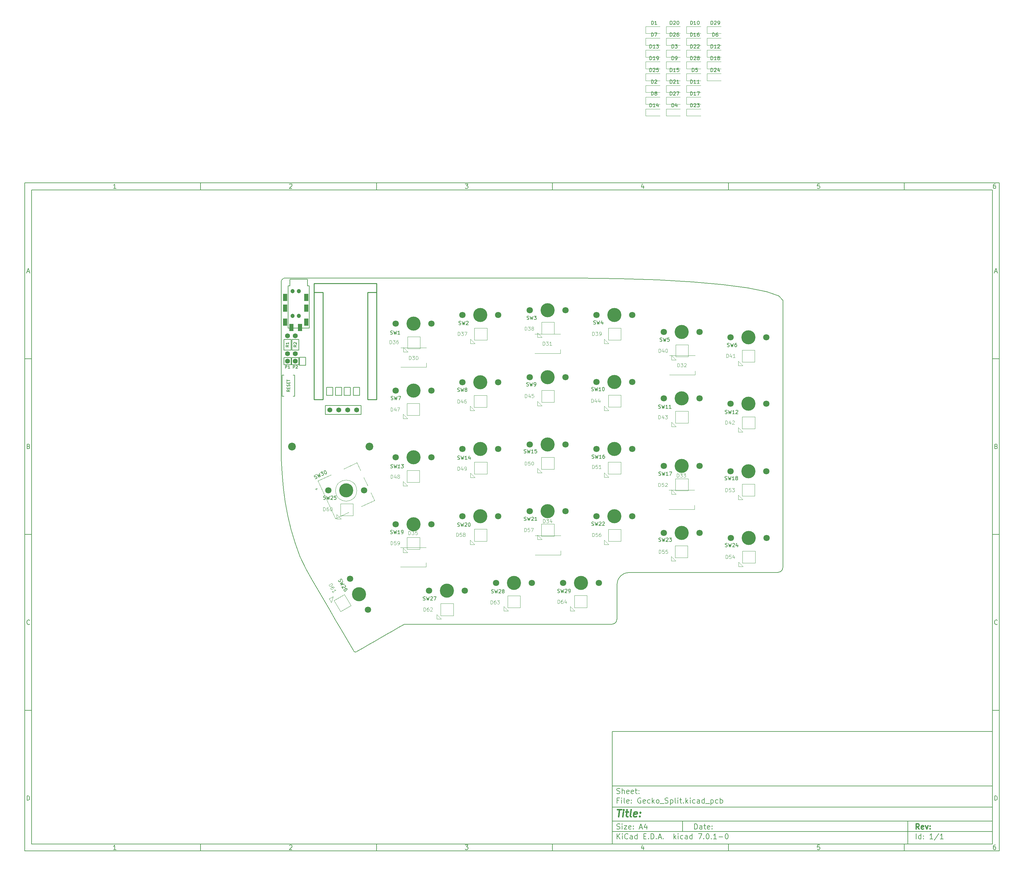
<source format=gto>
G04 #@! TF.GenerationSoftware,KiCad,Pcbnew,7.0.1-0*
G04 #@! TF.CreationDate,2023-03-25T18:19:26+07:00*
G04 #@! TF.ProjectId,Gecko_Split,4765636b-6f5f-4537-906c-69742e6b6963,rev?*
G04 #@! TF.SameCoordinates,Original*
G04 #@! TF.FileFunction,Legend,Top*
G04 #@! TF.FilePolarity,Positive*
%FSLAX46Y46*%
G04 Gerber Fmt 4.6, Leading zero omitted, Abs format (unit mm)*
G04 Created by KiCad (PCBNEW 7.0.1-0) date 2023-03-25 18:19:26*
%MOMM*%
%LPD*%
G01*
G04 APERTURE LIST*
%ADD10C,0.100000*%
%ADD11C,0.150000*%
%ADD12C,0.300000*%
%ADD13C,0.400000*%
%ADD14C,0.250000*%
%ADD15C,0.120000*%
%ADD16C,1.397000*%
%ADD17C,1.200000*%
%ADD18R,1.200000X2.100000*%
%ADD19C,2.200000*%
%ADD20C,1.800000*%
%ADD21C,4.000000*%
G04 #@! TA.AperFunction,Profile*
%ADD22C,0.200000*%
G04 #@! TD*
G04 #@! TA.AperFunction,Profile*
%ADD23C,0.050000*%
G04 #@! TD*
G04 APERTURE END LIST*
D10*
D11*
X177002200Y-166007200D02*
X285002200Y-166007200D01*
X285002200Y-198007200D01*
X177002200Y-198007200D01*
X177002200Y-166007200D01*
D10*
D11*
X10000000Y-10000000D02*
X287002200Y-10000000D01*
X287002200Y-200007200D01*
X10000000Y-200007200D01*
X10000000Y-10000000D01*
D10*
D11*
X12000000Y-12000000D02*
X285002200Y-12000000D01*
X285002200Y-198007200D01*
X12000000Y-198007200D01*
X12000000Y-12000000D01*
D10*
D11*
X60000000Y-12000000D02*
X60000000Y-10000000D01*
D10*
D11*
X110000000Y-12000000D02*
X110000000Y-10000000D01*
D10*
D11*
X160000000Y-12000000D02*
X160000000Y-10000000D01*
D10*
D11*
X210000000Y-12000000D02*
X210000000Y-10000000D01*
D10*
D11*
X260000000Y-12000000D02*
X260000000Y-10000000D01*
D10*
D11*
X35990476Y-11601404D02*
X35247619Y-11601404D01*
X35619047Y-11601404D02*
X35619047Y-10301404D01*
X35619047Y-10301404D02*
X35495238Y-10487119D01*
X35495238Y-10487119D02*
X35371428Y-10610928D01*
X35371428Y-10610928D02*
X35247619Y-10672833D01*
D10*
D11*
X85247619Y-10425214D02*
X85309523Y-10363309D01*
X85309523Y-10363309D02*
X85433333Y-10301404D01*
X85433333Y-10301404D02*
X85742857Y-10301404D01*
X85742857Y-10301404D02*
X85866666Y-10363309D01*
X85866666Y-10363309D02*
X85928571Y-10425214D01*
X85928571Y-10425214D02*
X85990476Y-10549023D01*
X85990476Y-10549023D02*
X85990476Y-10672833D01*
X85990476Y-10672833D02*
X85928571Y-10858547D01*
X85928571Y-10858547D02*
X85185714Y-11601404D01*
X85185714Y-11601404D02*
X85990476Y-11601404D01*
D10*
D11*
X135185714Y-10301404D02*
X135990476Y-10301404D01*
X135990476Y-10301404D02*
X135557142Y-10796642D01*
X135557142Y-10796642D02*
X135742857Y-10796642D01*
X135742857Y-10796642D02*
X135866666Y-10858547D01*
X135866666Y-10858547D02*
X135928571Y-10920452D01*
X135928571Y-10920452D02*
X135990476Y-11044261D01*
X135990476Y-11044261D02*
X135990476Y-11353785D01*
X135990476Y-11353785D02*
X135928571Y-11477595D01*
X135928571Y-11477595D02*
X135866666Y-11539500D01*
X135866666Y-11539500D02*
X135742857Y-11601404D01*
X135742857Y-11601404D02*
X135371428Y-11601404D01*
X135371428Y-11601404D02*
X135247619Y-11539500D01*
X135247619Y-11539500D02*
X135185714Y-11477595D01*
D10*
D11*
X185866666Y-10734738D02*
X185866666Y-11601404D01*
X185557142Y-10239500D02*
X185247619Y-11168071D01*
X185247619Y-11168071D02*
X186052380Y-11168071D01*
D10*
D11*
X235928571Y-10301404D02*
X235309523Y-10301404D01*
X235309523Y-10301404D02*
X235247619Y-10920452D01*
X235247619Y-10920452D02*
X235309523Y-10858547D01*
X235309523Y-10858547D02*
X235433333Y-10796642D01*
X235433333Y-10796642D02*
X235742857Y-10796642D01*
X235742857Y-10796642D02*
X235866666Y-10858547D01*
X235866666Y-10858547D02*
X235928571Y-10920452D01*
X235928571Y-10920452D02*
X235990476Y-11044261D01*
X235990476Y-11044261D02*
X235990476Y-11353785D01*
X235990476Y-11353785D02*
X235928571Y-11477595D01*
X235928571Y-11477595D02*
X235866666Y-11539500D01*
X235866666Y-11539500D02*
X235742857Y-11601404D01*
X235742857Y-11601404D02*
X235433333Y-11601404D01*
X235433333Y-11601404D02*
X235309523Y-11539500D01*
X235309523Y-11539500D02*
X235247619Y-11477595D01*
D10*
D11*
X285866666Y-10301404D02*
X285619047Y-10301404D01*
X285619047Y-10301404D02*
X285495238Y-10363309D01*
X285495238Y-10363309D02*
X285433333Y-10425214D01*
X285433333Y-10425214D02*
X285309523Y-10610928D01*
X285309523Y-10610928D02*
X285247619Y-10858547D01*
X285247619Y-10858547D02*
X285247619Y-11353785D01*
X285247619Y-11353785D02*
X285309523Y-11477595D01*
X285309523Y-11477595D02*
X285371428Y-11539500D01*
X285371428Y-11539500D02*
X285495238Y-11601404D01*
X285495238Y-11601404D02*
X285742857Y-11601404D01*
X285742857Y-11601404D02*
X285866666Y-11539500D01*
X285866666Y-11539500D02*
X285928571Y-11477595D01*
X285928571Y-11477595D02*
X285990476Y-11353785D01*
X285990476Y-11353785D02*
X285990476Y-11044261D01*
X285990476Y-11044261D02*
X285928571Y-10920452D01*
X285928571Y-10920452D02*
X285866666Y-10858547D01*
X285866666Y-10858547D02*
X285742857Y-10796642D01*
X285742857Y-10796642D02*
X285495238Y-10796642D01*
X285495238Y-10796642D02*
X285371428Y-10858547D01*
X285371428Y-10858547D02*
X285309523Y-10920452D01*
X285309523Y-10920452D02*
X285247619Y-11044261D01*
D10*
D11*
X60000000Y-198007200D02*
X60000000Y-200007200D01*
D10*
D11*
X110000000Y-198007200D02*
X110000000Y-200007200D01*
D10*
D11*
X160000000Y-198007200D02*
X160000000Y-200007200D01*
D10*
D11*
X210000000Y-198007200D02*
X210000000Y-200007200D01*
D10*
D11*
X260000000Y-198007200D02*
X260000000Y-200007200D01*
D10*
D11*
X35990476Y-199608604D02*
X35247619Y-199608604D01*
X35619047Y-199608604D02*
X35619047Y-198308604D01*
X35619047Y-198308604D02*
X35495238Y-198494319D01*
X35495238Y-198494319D02*
X35371428Y-198618128D01*
X35371428Y-198618128D02*
X35247619Y-198680033D01*
D10*
D11*
X85247619Y-198432414D02*
X85309523Y-198370509D01*
X85309523Y-198370509D02*
X85433333Y-198308604D01*
X85433333Y-198308604D02*
X85742857Y-198308604D01*
X85742857Y-198308604D02*
X85866666Y-198370509D01*
X85866666Y-198370509D02*
X85928571Y-198432414D01*
X85928571Y-198432414D02*
X85990476Y-198556223D01*
X85990476Y-198556223D02*
X85990476Y-198680033D01*
X85990476Y-198680033D02*
X85928571Y-198865747D01*
X85928571Y-198865747D02*
X85185714Y-199608604D01*
X85185714Y-199608604D02*
X85990476Y-199608604D01*
D10*
D11*
X135185714Y-198308604D02*
X135990476Y-198308604D01*
X135990476Y-198308604D02*
X135557142Y-198803842D01*
X135557142Y-198803842D02*
X135742857Y-198803842D01*
X135742857Y-198803842D02*
X135866666Y-198865747D01*
X135866666Y-198865747D02*
X135928571Y-198927652D01*
X135928571Y-198927652D02*
X135990476Y-199051461D01*
X135990476Y-199051461D02*
X135990476Y-199360985D01*
X135990476Y-199360985D02*
X135928571Y-199484795D01*
X135928571Y-199484795D02*
X135866666Y-199546700D01*
X135866666Y-199546700D02*
X135742857Y-199608604D01*
X135742857Y-199608604D02*
X135371428Y-199608604D01*
X135371428Y-199608604D02*
X135247619Y-199546700D01*
X135247619Y-199546700D02*
X135185714Y-199484795D01*
D10*
D11*
X185866666Y-198741938D02*
X185866666Y-199608604D01*
X185557142Y-198246700D02*
X185247619Y-199175271D01*
X185247619Y-199175271D02*
X186052380Y-199175271D01*
D10*
D11*
X235928571Y-198308604D02*
X235309523Y-198308604D01*
X235309523Y-198308604D02*
X235247619Y-198927652D01*
X235247619Y-198927652D02*
X235309523Y-198865747D01*
X235309523Y-198865747D02*
X235433333Y-198803842D01*
X235433333Y-198803842D02*
X235742857Y-198803842D01*
X235742857Y-198803842D02*
X235866666Y-198865747D01*
X235866666Y-198865747D02*
X235928571Y-198927652D01*
X235928571Y-198927652D02*
X235990476Y-199051461D01*
X235990476Y-199051461D02*
X235990476Y-199360985D01*
X235990476Y-199360985D02*
X235928571Y-199484795D01*
X235928571Y-199484795D02*
X235866666Y-199546700D01*
X235866666Y-199546700D02*
X235742857Y-199608604D01*
X235742857Y-199608604D02*
X235433333Y-199608604D01*
X235433333Y-199608604D02*
X235309523Y-199546700D01*
X235309523Y-199546700D02*
X235247619Y-199484795D01*
D10*
D11*
X285866666Y-198308604D02*
X285619047Y-198308604D01*
X285619047Y-198308604D02*
X285495238Y-198370509D01*
X285495238Y-198370509D02*
X285433333Y-198432414D01*
X285433333Y-198432414D02*
X285309523Y-198618128D01*
X285309523Y-198618128D02*
X285247619Y-198865747D01*
X285247619Y-198865747D02*
X285247619Y-199360985D01*
X285247619Y-199360985D02*
X285309523Y-199484795D01*
X285309523Y-199484795D02*
X285371428Y-199546700D01*
X285371428Y-199546700D02*
X285495238Y-199608604D01*
X285495238Y-199608604D02*
X285742857Y-199608604D01*
X285742857Y-199608604D02*
X285866666Y-199546700D01*
X285866666Y-199546700D02*
X285928571Y-199484795D01*
X285928571Y-199484795D02*
X285990476Y-199360985D01*
X285990476Y-199360985D02*
X285990476Y-199051461D01*
X285990476Y-199051461D02*
X285928571Y-198927652D01*
X285928571Y-198927652D02*
X285866666Y-198865747D01*
X285866666Y-198865747D02*
X285742857Y-198803842D01*
X285742857Y-198803842D02*
X285495238Y-198803842D01*
X285495238Y-198803842D02*
X285371428Y-198865747D01*
X285371428Y-198865747D02*
X285309523Y-198927652D01*
X285309523Y-198927652D02*
X285247619Y-199051461D01*
D10*
D11*
X10000000Y-60000000D02*
X12000000Y-60000000D01*
D10*
D11*
X10000000Y-110000000D02*
X12000000Y-110000000D01*
D10*
D11*
X10000000Y-160000000D02*
X12000000Y-160000000D01*
D10*
D11*
X10690476Y-35229976D02*
X11309523Y-35229976D01*
X10566666Y-35601404D02*
X10999999Y-34301404D01*
X10999999Y-34301404D02*
X11433333Y-35601404D01*
D10*
D11*
X11092857Y-84920452D02*
X11278571Y-84982357D01*
X11278571Y-84982357D02*
X11340476Y-85044261D01*
X11340476Y-85044261D02*
X11402380Y-85168071D01*
X11402380Y-85168071D02*
X11402380Y-85353785D01*
X11402380Y-85353785D02*
X11340476Y-85477595D01*
X11340476Y-85477595D02*
X11278571Y-85539500D01*
X11278571Y-85539500D02*
X11154761Y-85601404D01*
X11154761Y-85601404D02*
X10659523Y-85601404D01*
X10659523Y-85601404D02*
X10659523Y-84301404D01*
X10659523Y-84301404D02*
X11092857Y-84301404D01*
X11092857Y-84301404D02*
X11216666Y-84363309D01*
X11216666Y-84363309D02*
X11278571Y-84425214D01*
X11278571Y-84425214D02*
X11340476Y-84549023D01*
X11340476Y-84549023D02*
X11340476Y-84672833D01*
X11340476Y-84672833D02*
X11278571Y-84796642D01*
X11278571Y-84796642D02*
X11216666Y-84858547D01*
X11216666Y-84858547D02*
X11092857Y-84920452D01*
X11092857Y-84920452D02*
X10659523Y-84920452D01*
D10*
D11*
X11402380Y-135477595D02*
X11340476Y-135539500D01*
X11340476Y-135539500D02*
X11154761Y-135601404D01*
X11154761Y-135601404D02*
X11030952Y-135601404D01*
X11030952Y-135601404D02*
X10845238Y-135539500D01*
X10845238Y-135539500D02*
X10721428Y-135415690D01*
X10721428Y-135415690D02*
X10659523Y-135291880D01*
X10659523Y-135291880D02*
X10597619Y-135044261D01*
X10597619Y-135044261D02*
X10597619Y-134858547D01*
X10597619Y-134858547D02*
X10659523Y-134610928D01*
X10659523Y-134610928D02*
X10721428Y-134487119D01*
X10721428Y-134487119D02*
X10845238Y-134363309D01*
X10845238Y-134363309D02*
X11030952Y-134301404D01*
X11030952Y-134301404D02*
X11154761Y-134301404D01*
X11154761Y-134301404D02*
X11340476Y-134363309D01*
X11340476Y-134363309D02*
X11402380Y-134425214D01*
D10*
D11*
X10659523Y-185601404D02*
X10659523Y-184301404D01*
X10659523Y-184301404D02*
X10969047Y-184301404D01*
X10969047Y-184301404D02*
X11154761Y-184363309D01*
X11154761Y-184363309D02*
X11278571Y-184487119D01*
X11278571Y-184487119D02*
X11340476Y-184610928D01*
X11340476Y-184610928D02*
X11402380Y-184858547D01*
X11402380Y-184858547D02*
X11402380Y-185044261D01*
X11402380Y-185044261D02*
X11340476Y-185291880D01*
X11340476Y-185291880D02*
X11278571Y-185415690D01*
X11278571Y-185415690D02*
X11154761Y-185539500D01*
X11154761Y-185539500D02*
X10969047Y-185601404D01*
X10969047Y-185601404D02*
X10659523Y-185601404D01*
D10*
D11*
X287002200Y-60000000D02*
X285002200Y-60000000D01*
D10*
D11*
X287002200Y-110000000D02*
X285002200Y-110000000D01*
D10*
D11*
X287002200Y-160000000D02*
X285002200Y-160000000D01*
D10*
D11*
X285692676Y-35229976D02*
X286311723Y-35229976D01*
X285568866Y-35601404D02*
X286002199Y-34301404D01*
X286002199Y-34301404D02*
X286435533Y-35601404D01*
D10*
D11*
X286095057Y-84920452D02*
X286280771Y-84982357D01*
X286280771Y-84982357D02*
X286342676Y-85044261D01*
X286342676Y-85044261D02*
X286404580Y-85168071D01*
X286404580Y-85168071D02*
X286404580Y-85353785D01*
X286404580Y-85353785D02*
X286342676Y-85477595D01*
X286342676Y-85477595D02*
X286280771Y-85539500D01*
X286280771Y-85539500D02*
X286156961Y-85601404D01*
X286156961Y-85601404D02*
X285661723Y-85601404D01*
X285661723Y-85601404D02*
X285661723Y-84301404D01*
X285661723Y-84301404D02*
X286095057Y-84301404D01*
X286095057Y-84301404D02*
X286218866Y-84363309D01*
X286218866Y-84363309D02*
X286280771Y-84425214D01*
X286280771Y-84425214D02*
X286342676Y-84549023D01*
X286342676Y-84549023D02*
X286342676Y-84672833D01*
X286342676Y-84672833D02*
X286280771Y-84796642D01*
X286280771Y-84796642D02*
X286218866Y-84858547D01*
X286218866Y-84858547D02*
X286095057Y-84920452D01*
X286095057Y-84920452D02*
X285661723Y-84920452D01*
D10*
D11*
X286404580Y-135477595D02*
X286342676Y-135539500D01*
X286342676Y-135539500D02*
X286156961Y-135601404D01*
X286156961Y-135601404D02*
X286033152Y-135601404D01*
X286033152Y-135601404D02*
X285847438Y-135539500D01*
X285847438Y-135539500D02*
X285723628Y-135415690D01*
X285723628Y-135415690D02*
X285661723Y-135291880D01*
X285661723Y-135291880D02*
X285599819Y-135044261D01*
X285599819Y-135044261D02*
X285599819Y-134858547D01*
X285599819Y-134858547D02*
X285661723Y-134610928D01*
X285661723Y-134610928D02*
X285723628Y-134487119D01*
X285723628Y-134487119D02*
X285847438Y-134363309D01*
X285847438Y-134363309D02*
X286033152Y-134301404D01*
X286033152Y-134301404D02*
X286156961Y-134301404D01*
X286156961Y-134301404D02*
X286342676Y-134363309D01*
X286342676Y-134363309D02*
X286404580Y-134425214D01*
D10*
D11*
X285661723Y-185601404D02*
X285661723Y-184301404D01*
X285661723Y-184301404D02*
X285971247Y-184301404D01*
X285971247Y-184301404D02*
X286156961Y-184363309D01*
X286156961Y-184363309D02*
X286280771Y-184487119D01*
X286280771Y-184487119D02*
X286342676Y-184610928D01*
X286342676Y-184610928D02*
X286404580Y-184858547D01*
X286404580Y-184858547D02*
X286404580Y-185044261D01*
X286404580Y-185044261D02*
X286342676Y-185291880D01*
X286342676Y-185291880D02*
X286280771Y-185415690D01*
X286280771Y-185415690D02*
X286156961Y-185539500D01*
X286156961Y-185539500D02*
X285971247Y-185601404D01*
X285971247Y-185601404D02*
X285661723Y-185601404D01*
D10*
D11*
X200359342Y-193801128D02*
X200359342Y-192301128D01*
X200359342Y-192301128D02*
X200716485Y-192301128D01*
X200716485Y-192301128D02*
X200930771Y-192372557D01*
X200930771Y-192372557D02*
X201073628Y-192515414D01*
X201073628Y-192515414D02*
X201145057Y-192658271D01*
X201145057Y-192658271D02*
X201216485Y-192943985D01*
X201216485Y-192943985D02*
X201216485Y-193158271D01*
X201216485Y-193158271D02*
X201145057Y-193443985D01*
X201145057Y-193443985D02*
X201073628Y-193586842D01*
X201073628Y-193586842D02*
X200930771Y-193729700D01*
X200930771Y-193729700D02*
X200716485Y-193801128D01*
X200716485Y-193801128D02*
X200359342Y-193801128D01*
X202502200Y-193801128D02*
X202502200Y-193015414D01*
X202502200Y-193015414D02*
X202430771Y-192872557D01*
X202430771Y-192872557D02*
X202287914Y-192801128D01*
X202287914Y-192801128D02*
X202002200Y-192801128D01*
X202002200Y-192801128D02*
X201859342Y-192872557D01*
X202502200Y-193729700D02*
X202359342Y-193801128D01*
X202359342Y-193801128D02*
X202002200Y-193801128D01*
X202002200Y-193801128D02*
X201859342Y-193729700D01*
X201859342Y-193729700D02*
X201787914Y-193586842D01*
X201787914Y-193586842D02*
X201787914Y-193443985D01*
X201787914Y-193443985D02*
X201859342Y-193301128D01*
X201859342Y-193301128D02*
X202002200Y-193229700D01*
X202002200Y-193229700D02*
X202359342Y-193229700D01*
X202359342Y-193229700D02*
X202502200Y-193158271D01*
X203002200Y-192801128D02*
X203573628Y-192801128D01*
X203216485Y-192301128D02*
X203216485Y-193586842D01*
X203216485Y-193586842D02*
X203287914Y-193729700D01*
X203287914Y-193729700D02*
X203430771Y-193801128D01*
X203430771Y-193801128D02*
X203573628Y-193801128D01*
X204645057Y-193729700D02*
X204502200Y-193801128D01*
X204502200Y-193801128D02*
X204216486Y-193801128D01*
X204216486Y-193801128D02*
X204073628Y-193729700D01*
X204073628Y-193729700D02*
X204002200Y-193586842D01*
X204002200Y-193586842D02*
X204002200Y-193015414D01*
X204002200Y-193015414D02*
X204073628Y-192872557D01*
X204073628Y-192872557D02*
X204216486Y-192801128D01*
X204216486Y-192801128D02*
X204502200Y-192801128D01*
X204502200Y-192801128D02*
X204645057Y-192872557D01*
X204645057Y-192872557D02*
X204716486Y-193015414D01*
X204716486Y-193015414D02*
X204716486Y-193158271D01*
X204716486Y-193158271D02*
X204002200Y-193301128D01*
X205359342Y-193658271D02*
X205430771Y-193729700D01*
X205430771Y-193729700D02*
X205359342Y-193801128D01*
X205359342Y-193801128D02*
X205287914Y-193729700D01*
X205287914Y-193729700D02*
X205359342Y-193658271D01*
X205359342Y-193658271D02*
X205359342Y-193801128D01*
X205359342Y-192872557D02*
X205430771Y-192943985D01*
X205430771Y-192943985D02*
X205359342Y-193015414D01*
X205359342Y-193015414D02*
X205287914Y-192943985D01*
X205287914Y-192943985D02*
X205359342Y-192872557D01*
X205359342Y-192872557D02*
X205359342Y-193015414D01*
D10*
D11*
X177002200Y-194507200D02*
X285002200Y-194507200D01*
D10*
D11*
X178359342Y-196601128D02*
X178359342Y-195101128D01*
X179216485Y-196601128D02*
X178573628Y-195743985D01*
X179216485Y-195101128D02*
X178359342Y-195958271D01*
X179859342Y-196601128D02*
X179859342Y-195601128D01*
X179859342Y-195101128D02*
X179787914Y-195172557D01*
X179787914Y-195172557D02*
X179859342Y-195243985D01*
X179859342Y-195243985D02*
X179930771Y-195172557D01*
X179930771Y-195172557D02*
X179859342Y-195101128D01*
X179859342Y-195101128D02*
X179859342Y-195243985D01*
X181430771Y-196458271D02*
X181359343Y-196529700D01*
X181359343Y-196529700D02*
X181145057Y-196601128D01*
X181145057Y-196601128D02*
X181002200Y-196601128D01*
X181002200Y-196601128D02*
X180787914Y-196529700D01*
X180787914Y-196529700D02*
X180645057Y-196386842D01*
X180645057Y-196386842D02*
X180573628Y-196243985D01*
X180573628Y-196243985D02*
X180502200Y-195958271D01*
X180502200Y-195958271D02*
X180502200Y-195743985D01*
X180502200Y-195743985D02*
X180573628Y-195458271D01*
X180573628Y-195458271D02*
X180645057Y-195315414D01*
X180645057Y-195315414D02*
X180787914Y-195172557D01*
X180787914Y-195172557D02*
X181002200Y-195101128D01*
X181002200Y-195101128D02*
X181145057Y-195101128D01*
X181145057Y-195101128D02*
X181359343Y-195172557D01*
X181359343Y-195172557D02*
X181430771Y-195243985D01*
X182716486Y-196601128D02*
X182716486Y-195815414D01*
X182716486Y-195815414D02*
X182645057Y-195672557D01*
X182645057Y-195672557D02*
X182502200Y-195601128D01*
X182502200Y-195601128D02*
X182216486Y-195601128D01*
X182216486Y-195601128D02*
X182073628Y-195672557D01*
X182716486Y-196529700D02*
X182573628Y-196601128D01*
X182573628Y-196601128D02*
X182216486Y-196601128D01*
X182216486Y-196601128D02*
X182073628Y-196529700D01*
X182073628Y-196529700D02*
X182002200Y-196386842D01*
X182002200Y-196386842D02*
X182002200Y-196243985D01*
X182002200Y-196243985D02*
X182073628Y-196101128D01*
X182073628Y-196101128D02*
X182216486Y-196029700D01*
X182216486Y-196029700D02*
X182573628Y-196029700D01*
X182573628Y-196029700D02*
X182716486Y-195958271D01*
X184073629Y-196601128D02*
X184073629Y-195101128D01*
X184073629Y-196529700D02*
X183930771Y-196601128D01*
X183930771Y-196601128D02*
X183645057Y-196601128D01*
X183645057Y-196601128D02*
X183502200Y-196529700D01*
X183502200Y-196529700D02*
X183430771Y-196458271D01*
X183430771Y-196458271D02*
X183359343Y-196315414D01*
X183359343Y-196315414D02*
X183359343Y-195886842D01*
X183359343Y-195886842D02*
X183430771Y-195743985D01*
X183430771Y-195743985D02*
X183502200Y-195672557D01*
X183502200Y-195672557D02*
X183645057Y-195601128D01*
X183645057Y-195601128D02*
X183930771Y-195601128D01*
X183930771Y-195601128D02*
X184073629Y-195672557D01*
X185930771Y-195815414D02*
X186430771Y-195815414D01*
X186645057Y-196601128D02*
X185930771Y-196601128D01*
X185930771Y-196601128D02*
X185930771Y-195101128D01*
X185930771Y-195101128D02*
X186645057Y-195101128D01*
X187287914Y-196458271D02*
X187359343Y-196529700D01*
X187359343Y-196529700D02*
X187287914Y-196601128D01*
X187287914Y-196601128D02*
X187216486Y-196529700D01*
X187216486Y-196529700D02*
X187287914Y-196458271D01*
X187287914Y-196458271D02*
X187287914Y-196601128D01*
X188002200Y-196601128D02*
X188002200Y-195101128D01*
X188002200Y-195101128D02*
X188359343Y-195101128D01*
X188359343Y-195101128D02*
X188573629Y-195172557D01*
X188573629Y-195172557D02*
X188716486Y-195315414D01*
X188716486Y-195315414D02*
X188787915Y-195458271D01*
X188787915Y-195458271D02*
X188859343Y-195743985D01*
X188859343Y-195743985D02*
X188859343Y-195958271D01*
X188859343Y-195958271D02*
X188787915Y-196243985D01*
X188787915Y-196243985D02*
X188716486Y-196386842D01*
X188716486Y-196386842D02*
X188573629Y-196529700D01*
X188573629Y-196529700D02*
X188359343Y-196601128D01*
X188359343Y-196601128D02*
X188002200Y-196601128D01*
X189502200Y-196458271D02*
X189573629Y-196529700D01*
X189573629Y-196529700D02*
X189502200Y-196601128D01*
X189502200Y-196601128D02*
X189430772Y-196529700D01*
X189430772Y-196529700D02*
X189502200Y-196458271D01*
X189502200Y-196458271D02*
X189502200Y-196601128D01*
X190145058Y-196172557D02*
X190859344Y-196172557D01*
X190002201Y-196601128D02*
X190502201Y-195101128D01*
X190502201Y-195101128D02*
X191002201Y-196601128D01*
X191502200Y-196458271D02*
X191573629Y-196529700D01*
X191573629Y-196529700D02*
X191502200Y-196601128D01*
X191502200Y-196601128D02*
X191430772Y-196529700D01*
X191430772Y-196529700D02*
X191502200Y-196458271D01*
X191502200Y-196458271D02*
X191502200Y-196601128D01*
X194502200Y-196601128D02*
X194502200Y-195101128D01*
X194645058Y-196029700D02*
X195073629Y-196601128D01*
X195073629Y-195601128D02*
X194502200Y-196172557D01*
X195716486Y-196601128D02*
X195716486Y-195601128D01*
X195716486Y-195101128D02*
X195645058Y-195172557D01*
X195645058Y-195172557D02*
X195716486Y-195243985D01*
X195716486Y-195243985D02*
X195787915Y-195172557D01*
X195787915Y-195172557D02*
X195716486Y-195101128D01*
X195716486Y-195101128D02*
X195716486Y-195243985D01*
X197073630Y-196529700D02*
X196930772Y-196601128D01*
X196930772Y-196601128D02*
X196645058Y-196601128D01*
X196645058Y-196601128D02*
X196502201Y-196529700D01*
X196502201Y-196529700D02*
X196430772Y-196458271D01*
X196430772Y-196458271D02*
X196359344Y-196315414D01*
X196359344Y-196315414D02*
X196359344Y-195886842D01*
X196359344Y-195886842D02*
X196430772Y-195743985D01*
X196430772Y-195743985D02*
X196502201Y-195672557D01*
X196502201Y-195672557D02*
X196645058Y-195601128D01*
X196645058Y-195601128D02*
X196930772Y-195601128D01*
X196930772Y-195601128D02*
X197073630Y-195672557D01*
X198359344Y-196601128D02*
X198359344Y-195815414D01*
X198359344Y-195815414D02*
X198287915Y-195672557D01*
X198287915Y-195672557D02*
X198145058Y-195601128D01*
X198145058Y-195601128D02*
X197859344Y-195601128D01*
X197859344Y-195601128D02*
X197716486Y-195672557D01*
X198359344Y-196529700D02*
X198216486Y-196601128D01*
X198216486Y-196601128D02*
X197859344Y-196601128D01*
X197859344Y-196601128D02*
X197716486Y-196529700D01*
X197716486Y-196529700D02*
X197645058Y-196386842D01*
X197645058Y-196386842D02*
X197645058Y-196243985D01*
X197645058Y-196243985D02*
X197716486Y-196101128D01*
X197716486Y-196101128D02*
X197859344Y-196029700D01*
X197859344Y-196029700D02*
X198216486Y-196029700D01*
X198216486Y-196029700D02*
X198359344Y-195958271D01*
X199716487Y-196601128D02*
X199716487Y-195101128D01*
X199716487Y-196529700D02*
X199573629Y-196601128D01*
X199573629Y-196601128D02*
X199287915Y-196601128D01*
X199287915Y-196601128D02*
X199145058Y-196529700D01*
X199145058Y-196529700D02*
X199073629Y-196458271D01*
X199073629Y-196458271D02*
X199002201Y-196315414D01*
X199002201Y-196315414D02*
X199002201Y-195886842D01*
X199002201Y-195886842D02*
X199073629Y-195743985D01*
X199073629Y-195743985D02*
X199145058Y-195672557D01*
X199145058Y-195672557D02*
X199287915Y-195601128D01*
X199287915Y-195601128D02*
X199573629Y-195601128D01*
X199573629Y-195601128D02*
X199716487Y-195672557D01*
X201430772Y-195101128D02*
X202430772Y-195101128D01*
X202430772Y-195101128D02*
X201787915Y-196601128D01*
X203002200Y-196458271D02*
X203073629Y-196529700D01*
X203073629Y-196529700D02*
X203002200Y-196601128D01*
X203002200Y-196601128D02*
X202930772Y-196529700D01*
X202930772Y-196529700D02*
X203002200Y-196458271D01*
X203002200Y-196458271D02*
X203002200Y-196601128D01*
X204002201Y-195101128D02*
X204145058Y-195101128D01*
X204145058Y-195101128D02*
X204287915Y-195172557D01*
X204287915Y-195172557D02*
X204359344Y-195243985D01*
X204359344Y-195243985D02*
X204430772Y-195386842D01*
X204430772Y-195386842D02*
X204502201Y-195672557D01*
X204502201Y-195672557D02*
X204502201Y-196029700D01*
X204502201Y-196029700D02*
X204430772Y-196315414D01*
X204430772Y-196315414D02*
X204359344Y-196458271D01*
X204359344Y-196458271D02*
X204287915Y-196529700D01*
X204287915Y-196529700D02*
X204145058Y-196601128D01*
X204145058Y-196601128D02*
X204002201Y-196601128D01*
X204002201Y-196601128D02*
X203859344Y-196529700D01*
X203859344Y-196529700D02*
X203787915Y-196458271D01*
X203787915Y-196458271D02*
X203716486Y-196315414D01*
X203716486Y-196315414D02*
X203645058Y-196029700D01*
X203645058Y-196029700D02*
X203645058Y-195672557D01*
X203645058Y-195672557D02*
X203716486Y-195386842D01*
X203716486Y-195386842D02*
X203787915Y-195243985D01*
X203787915Y-195243985D02*
X203859344Y-195172557D01*
X203859344Y-195172557D02*
X204002201Y-195101128D01*
X205145057Y-196458271D02*
X205216486Y-196529700D01*
X205216486Y-196529700D02*
X205145057Y-196601128D01*
X205145057Y-196601128D02*
X205073629Y-196529700D01*
X205073629Y-196529700D02*
X205145057Y-196458271D01*
X205145057Y-196458271D02*
X205145057Y-196601128D01*
X206645058Y-196601128D02*
X205787915Y-196601128D01*
X206216486Y-196601128D02*
X206216486Y-195101128D01*
X206216486Y-195101128D02*
X206073629Y-195315414D01*
X206073629Y-195315414D02*
X205930772Y-195458271D01*
X205930772Y-195458271D02*
X205787915Y-195529700D01*
X207287914Y-196029700D02*
X208430772Y-196029700D01*
X209430772Y-195101128D02*
X209573629Y-195101128D01*
X209573629Y-195101128D02*
X209716486Y-195172557D01*
X209716486Y-195172557D02*
X209787915Y-195243985D01*
X209787915Y-195243985D02*
X209859343Y-195386842D01*
X209859343Y-195386842D02*
X209930772Y-195672557D01*
X209930772Y-195672557D02*
X209930772Y-196029700D01*
X209930772Y-196029700D02*
X209859343Y-196315414D01*
X209859343Y-196315414D02*
X209787915Y-196458271D01*
X209787915Y-196458271D02*
X209716486Y-196529700D01*
X209716486Y-196529700D02*
X209573629Y-196601128D01*
X209573629Y-196601128D02*
X209430772Y-196601128D01*
X209430772Y-196601128D02*
X209287915Y-196529700D01*
X209287915Y-196529700D02*
X209216486Y-196458271D01*
X209216486Y-196458271D02*
X209145057Y-196315414D01*
X209145057Y-196315414D02*
X209073629Y-196029700D01*
X209073629Y-196029700D02*
X209073629Y-195672557D01*
X209073629Y-195672557D02*
X209145057Y-195386842D01*
X209145057Y-195386842D02*
X209216486Y-195243985D01*
X209216486Y-195243985D02*
X209287915Y-195172557D01*
X209287915Y-195172557D02*
X209430772Y-195101128D01*
D10*
D11*
X177002200Y-191507200D02*
X285002200Y-191507200D01*
D10*
D12*
X264216485Y-193801128D02*
X263716485Y-193086842D01*
X263359342Y-193801128D02*
X263359342Y-192301128D01*
X263359342Y-192301128D02*
X263930771Y-192301128D01*
X263930771Y-192301128D02*
X264073628Y-192372557D01*
X264073628Y-192372557D02*
X264145057Y-192443985D01*
X264145057Y-192443985D02*
X264216485Y-192586842D01*
X264216485Y-192586842D02*
X264216485Y-192801128D01*
X264216485Y-192801128D02*
X264145057Y-192943985D01*
X264145057Y-192943985D02*
X264073628Y-193015414D01*
X264073628Y-193015414D02*
X263930771Y-193086842D01*
X263930771Y-193086842D02*
X263359342Y-193086842D01*
X265430771Y-193729700D02*
X265287914Y-193801128D01*
X265287914Y-193801128D02*
X265002200Y-193801128D01*
X265002200Y-193801128D02*
X264859342Y-193729700D01*
X264859342Y-193729700D02*
X264787914Y-193586842D01*
X264787914Y-193586842D02*
X264787914Y-193015414D01*
X264787914Y-193015414D02*
X264859342Y-192872557D01*
X264859342Y-192872557D02*
X265002200Y-192801128D01*
X265002200Y-192801128D02*
X265287914Y-192801128D01*
X265287914Y-192801128D02*
X265430771Y-192872557D01*
X265430771Y-192872557D02*
X265502200Y-193015414D01*
X265502200Y-193015414D02*
X265502200Y-193158271D01*
X265502200Y-193158271D02*
X264787914Y-193301128D01*
X266002199Y-192801128D02*
X266359342Y-193801128D01*
X266359342Y-193801128D02*
X266716485Y-192801128D01*
X267287913Y-193658271D02*
X267359342Y-193729700D01*
X267359342Y-193729700D02*
X267287913Y-193801128D01*
X267287913Y-193801128D02*
X267216485Y-193729700D01*
X267216485Y-193729700D02*
X267287913Y-193658271D01*
X267287913Y-193658271D02*
X267287913Y-193801128D01*
X267287913Y-192872557D02*
X267359342Y-192943985D01*
X267359342Y-192943985D02*
X267287913Y-193015414D01*
X267287913Y-193015414D02*
X267216485Y-192943985D01*
X267216485Y-192943985D02*
X267287913Y-192872557D01*
X267287913Y-192872557D02*
X267287913Y-193015414D01*
D10*
D11*
X178287914Y-193729700D02*
X178502200Y-193801128D01*
X178502200Y-193801128D02*
X178859342Y-193801128D01*
X178859342Y-193801128D02*
X179002200Y-193729700D01*
X179002200Y-193729700D02*
X179073628Y-193658271D01*
X179073628Y-193658271D02*
X179145057Y-193515414D01*
X179145057Y-193515414D02*
X179145057Y-193372557D01*
X179145057Y-193372557D02*
X179073628Y-193229700D01*
X179073628Y-193229700D02*
X179002200Y-193158271D01*
X179002200Y-193158271D02*
X178859342Y-193086842D01*
X178859342Y-193086842D02*
X178573628Y-193015414D01*
X178573628Y-193015414D02*
X178430771Y-192943985D01*
X178430771Y-192943985D02*
X178359342Y-192872557D01*
X178359342Y-192872557D02*
X178287914Y-192729700D01*
X178287914Y-192729700D02*
X178287914Y-192586842D01*
X178287914Y-192586842D02*
X178359342Y-192443985D01*
X178359342Y-192443985D02*
X178430771Y-192372557D01*
X178430771Y-192372557D02*
X178573628Y-192301128D01*
X178573628Y-192301128D02*
X178930771Y-192301128D01*
X178930771Y-192301128D02*
X179145057Y-192372557D01*
X179787913Y-193801128D02*
X179787913Y-192801128D01*
X179787913Y-192301128D02*
X179716485Y-192372557D01*
X179716485Y-192372557D02*
X179787913Y-192443985D01*
X179787913Y-192443985D02*
X179859342Y-192372557D01*
X179859342Y-192372557D02*
X179787913Y-192301128D01*
X179787913Y-192301128D02*
X179787913Y-192443985D01*
X180359342Y-192801128D02*
X181145057Y-192801128D01*
X181145057Y-192801128D02*
X180359342Y-193801128D01*
X180359342Y-193801128D02*
X181145057Y-193801128D01*
X182287914Y-193729700D02*
X182145057Y-193801128D01*
X182145057Y-193801128D02*
X181859343Y-193801128D01*
X181859343Y-193801128D02*
X181716485Y-193729700D01*
X181716485Y-193729700D02*
X181645057Y-193586842D01*
X181645057Y-193586842D02*
X181645057Y-193015414D01*
X181645057Y-193015414D02*
X181716485Y-192872557D01*
X181716485Y-192872557D02*
X181859343Y-192801128D01*
X181859343Y-192801128D02*
X182145057Y-192801128D01*
X182145057Y-192801128D02*
X182287914Y-192872557D01*
X182287914Y-192872557D02*
X182359343Y-193015414D01*
X182359343Y-193015414D02*
X182359343Y-193158271D01*
X182359343Y-193158271D02*
X181645057Y-193301128D01*
X183002199Y-193658271D02*
X183073628Y-193729700D01*
X183073628Y-193729700D02*
X183002199Y-193801128D01*
X183002199Y-193801128D02*
X182930771Y-193729700D01*
X182930771Y-193729700D02*
X183002199Y-193658271D01*
X183002199Y-193658271D02*
X183002199Y-193801128D01*
X183002199Y-192872557D02*
X183073628Y-192943985D01*
X183073628Y-192943985D02*
X183002199Y-193015414D01*
X183002199Y-193015414D02*
X182930771Y-192943985D01*
X182930771Y-192943985D02*
X183002199Y-192872557D01*
X183002199Y-192872557D02*
X183002199Y-193015414D01*
X184787914Y-193372557D02*
X185502200Y-193372557D01*
X184645057Y-193801128D02*
X185145057Y-192301128D01*
X185145057Y-192301128D02*
X185645057Y-193801128D01*
X186787914Y-192801128D02*
X186787914Y-193801128D01*
X186430771Y-192229700D02*
X186073628Y-193301128D01*
X186073628Y-193301128D02*
X187002199Y-193301128D01*
D10*
D11*
X263359342Y-196601128D02*
X263359342Y-195101128D01*
X264716486Y-196601128D02*
X264716486Y-195101128D01*
X264716486Y-196529700D02*
X264573628Y-196601128D01*
X264573628Y-196601128D02*
X264287914Y-196601128D01*
X264287914Y-196601128D02*
X264145057Y-196529700D01*
X264145057Y-196529700D02*
X264073628Y-196458271D01*
X264073628Y-196458271D02*
X264002200Y-196315414D01*
X264002200Y-196315414D02*
X264002200Y-195886842D01*
X264002200Y-195886842D02*
X264073628Y-195743985D01*
X264073628Y-195743985D02*
X264145057Y-195672557D01*
X264145057Y-195672557D02*
X264287914Y-195601128D01*
X264287914Y-195601128D02*
X264573628Y-195601128D01*
X264573628Y-195601128D02*
X264716486Y-195672557D01*
X265430771Y-196458271D02*
X265502200Y-196529700D01*
X265502200Y-196529700D02*
X265430771Y-196601128D01*
X265430771Y-196601128D02*
X265359343Y-196529700D01*
X265359343Y-196529700D02*
X265430771Y-196458271D01*
X265430771Y-196458271D02*
X265430771Y-196601128D01*
X265430771Y-195672557D02*
X265502200Y-195743985D01*
X265502200Y-195743985D02*
X265430771Y-195815414D01*
X265430771Y-195815414D02*
X265359343Y-195743985D01*
X265359343Y-195743985D02*
X265430771Y-195672557D01*
X265430771Y-195672557D02*
X265430771Y-195815414D01*
X268073629Y-196601128D02*
X267216486Y-196601128D01*
X267645057Y-196601128D02*
X267645057Y-195101128D01*
X267645057Y-195101128D02*
X267502200Y-195315414D01*
X267502200Y-195315414D02*
X267359343Y-195458271D01*
X267359343Y-195458271D02*
X267216486Y-195529700D01*
X269787914Y-195029700D02*
X268502200Y-196958271D01*
X271073629Y-196601128D02*
X270216486Y-196601128D01*
X270645057Y-196601128D02*
X270645057Y-195101128D01*
X270645057Y-195101128D02*
X270502200Y-195315414D01*
X270502200Y-195315414D02*
X270359343Y-195458271D01*
X270359343Y-195458271D02*
X270216486Y-195529700D01*
D10*
D11*
X177002200Y-187507200D02*
X285002200Y-187507200D01*
D10*
D13*
X178430771Y-188232438D02*
X179573628Y-188232438D01*
X178752200Y-190232438D02*
X179002200Y-188232438D01*
X179978390Y-190232438D02*
X180145057Y-188899104D01*
X180228390Y-188232438D02*
X180121247Y-188327676D01*
X180121247Y-188327676D02*
X180204581Y-188422914D01*
X180204581Y-188422914D02*
X180311724Y-188327676D01*
X180311724Y-188327676D02*
X180228390Y-188232438D01*
X180228390Y-188232438D02*
X180204581Y-188422914D01*
X180799819Y-188899104D02*
X181561723Y-188899104D01*
X181168866Y-188232438D02*
X180954581Y-189946723D01*
X180954581Y-189946723D02*
X181026009Y-190137200D01*
X181026009Y-190137200D02*
X181204581Y-190232438D01*
X181204581Y-190232438D02*
X181395057Y-190232438D01*
X182335533Y-190232438D02*
X182156961Y-190137200D01*
X182156961Y-190137200D02*
X182085533Y-189946723D01*
X182085533Y-189946723D02*
X182299818Y-188232438D01*
X183859342Y-190137200D02*
X183656961Y-190232438D01*
X183656961Y-190232438D02*
X183276008Y-190232438D01*
X183276008Y-190232438D02*
X183097437Y-190137200D01*
X183097437Y-190137200D02*
X183026008Y-189946723D01*
X183026008Y-189946723D02*
X183121247Y-189184819D01*
X183121247Y-189184819D02*
X183240294Y-188994342D01*
X183240294Y-188994342D02*
X183442675Y-188899104D01*
X183442675Y-188899104D02*
X183823627Y-188899104D01*
X183823627Y-188899104D02*
X184002199Y-188994342D01*
X184002199Y-188994342D02*
X184073627Y-189184819D01*
X184073627Y-189184819D02*
X184049818Y-189375295D01*
X184049818Y-189375295D02*
X183073627Y-189565771D01*
X184811723Y-190041961D02*
X184895056Y-190137200D01*
X184895056Y-190137200D02*
X184787913Y-190232438D01*
X184787913Y-190232438D02*
X184704580Y-190137200D01*
X184704580Y-190137200D02*
X184811723Y-190041961D01*
X184811723Y-190041961D02*
X184787913Y-190232438D01*
X184942675Y-188994342D02*
X185026008Y-189089580D01*
X185026008Y-189089580D02*
X184918866Y-189184819D01*
X184918866Y-189184819D02*
X184835532Y-189089580D01*
X184835532Y-189089580D02*
X184942675Y-188994342D01*
X184942675Y-188994342D02*
X184918866Y-189184819D01*
D10*
D11*
X178859342Y-185615414D02*
X178359342Y-185615414D01*
X178359342Y-186401128D02*
X178359342Y-184901128D01*
X178359342Y-184901128D02*
X179073628Y-184901128D01*
X179645056Y-186401128D02*
X179645056Y-185401128D01*
X179645056Y-184901128D02*
X179573628Y-184972557D01*
X179573628Y-184972557D02*
X179645056Y-185043985D01*
X179645056Y-185043985D02*
X179716485Y-184972557D01*
X179716485Y-184972557D02*
X179645056Y-184901128D01*
X179645056Y-184901128D02*
X179645056Y-185043985D01*
X180573628Y-186401128D02*
X180430771Y-186329700D01*
X180430771Y-186329700D02*
X180359342Y-186186842D01*
X180359342Y-186186842D02*
X180359342Y-184901128D01*
X181716485Y-186329700D02*
X181573628Y-186401128D01*
X181573628Y-186401128D02*
X181287914Y-186401128D01*
X181287914Y-186401128D02*
X181145056Y-186329700D01*
X181145056Y-186329700D02*
X181073628Y-186186842D01*
X181073628Y-186186842D02*
X181073628Y-185615414D01*
X181073628Y-185615414D02*
X181145056Y-185472557D01*
X181145056Y-185472557D02*
X181287914Y-185401128D01*
X181287914Y-185401128D02*
X181573628Y-185401128D01*
X181573628Y-185401128D02*
X181716485Y-185472557D01*
X181716485Y-185472557D02*
X181787914Y-185615414D01*
X181787914Y-185615414D02*
X181787914Y-185758271D01*
X181787914Y-185758271D02*
X181073628Y-185901128D01*
X182430770Y-186258271D02*
X182502199Y-186329700D01*
X182502199Y-186329700D02*
X182430770Y-186401128D01*
X182430770Y-186401128D02*
X182359342Y-186329700D01*
X182359342Y-186329700D02*
X182430770Y-186258271D01*
X182430770Y-186258271D02*
X182430770Y-186401128D01*
X182430770Y-185472557D02*
X182502199Y-185543985D01*
X182502199Y-185543985D02*
X182430770Y-185615414D01*
X182430770Y-185615414D02*
X182359342Y-185543985D01*
X182359342Y-185543985D02*
X182430770Y-185472557D01*
X182430770Y-185472557D02*
X182430770Y-185615414D01*
X185073628Y-184972557D02*
X184930771Y-184901128D01*
X184930771Y-184901128D02*
X184716485Y-184901128D01*
X184716485Y-184901128D02*
X184502199Y-184972557D01*
X184502199Y-184972557D02*
X184359342Y-185115414D01*
X184359342Y-185115414D02*
X184287913Y-185258271D01*
X184287913Y-185258271D02*
X184216485Y-185543985D01*
X184216485Y-185543985D02*
X184216485Y-185758271D01*
X184216485Y-185758271D02*
X184287913Y-186043985D01*
X184287913Y-186043985D02*
X184359342Y-186186842D01*
X184359342Y-186186842D02*
X184502199Y-186329700D01*
X184502199Y-186329700D02*
X184716485Y-186401128D01*
X184716485Y-186401128D02*
X184859342Y-186401128D01*
X184859342Y-186401128D02*
X185073628Y-186329700D01*
X185073628Y-186329700D02*
X185145056Y-186258271D01*
X185145056Y-186258271D02*
X185145056Y-185758271D01*
X185145056Y-185758271D02*
X184859342Y-185758271D01*
X186359342Y-186329700D02*
X186216485Y-186401128D01*
X186216485Y-186401128D02*
X185930771Y-186401128D01*
X185930771Y-186401128D02*
X185787913Y-186329700D01*
X185787913Y-186329700D02*
X185716485Y-186186842D01*
X185716485Y-186186842D02*
X185716485Y-185615414D01*
X185716485Y-185615414D02*
X185787913Y-185472557D01*
X185787913Y-185472557D02*
X185930771Y-185401128D01*
X185930771Y-185401128D02*
X186216485Y-185401128D01*
X186216485Y-185401128D02*
X186359342Y-185472557D01*
X186359342Y-185472557D02*
X186430771Y-185615414D01*
X186430771Y-185615414D02*
X186430771Y-185758271D01*
X186430771Y-185758271D02*
X185716485Y-185901128D01*
X187716485Y-186329700D02*
X187573627Y-186401128D01*
X187573627Y-186401128D02*
X187287913Y-186401128D01*
X187287913Y-186401128D02*
X187145056Y-186329700D01*
X187145056Y-186329700D02*
X187073627Y-186258271D01*
X187073627Y-186258271D02*
X187002199Y-186115414D01*
X187002199Y-186115414D02*
X187002199Y-185686842D01*
X187002199Y-185686842D02*
X187073627Y-185543985D01*
X187073627Y-185543985D02*
X187145056Y-185472557D01*
X187145056Y-185472557D02*
X187287913Y-185401128D01*
X187287913Y-185401128D02*
X187573627Y-185401128D01*
X187573627Y-185401128D02*
X187716485Y-185472557D01*
X188359341Y-186401128D02*
X188359341Y-184901128D01*
X188502199Y-185829700D02*
X188930770Y-186401128D01*
X188930770Y-185401128D02*
X188359341Y-185972557D01*
X189787913Y-186401128D02*
X189645056Y-186329700D01*
X189645056Y-186329700D02*
X189573627Y-186258271D01*
X189573627Y-186258271D02*
X189502199Y-186115414D01*
X189502199Y-186115414D02*
X189502199Y-185686842D01*
X189502199Y-185686842D02*
X189573627Y-185543985D01*
X189573627Y-185543985D02*
X189645056Y-185472557D01*
X189645056Y-185472557D02*
X189787913Y-185401128D01*
X189787913Y-185401128D02*
X190002199Y-185401128D01*
X190002199Y-185401128D02*
X190145056Y-185472557D01*
X190145056Y-185472557D02*
X190216485Y-185543985D01*
X190216485Y-185543985D02*
X190287913Y-185686842D01*
X190287913Y-185686842D02*
X190287913Y-186115414D01*
X190287913Y-186115414D02*
X190216485Y-186258271D01*
X190216485Y-186258271D02*
X190145056Y-186329700D01*
X190145056Y-186329700D02*
X190002199Y-186401128D01*
X190002199Y-186401128D02*
X189787913Y-186401128D01*
X190573628Y-186543985D02*
X191716485Y-186543985D01*
X192002199Y-186329700D02*
X192216485Y-186401128D01*
X192216485Y-186401128D02*
X192573627Y-186401128D01*
X192573627Y-186401128D02*
X192716485Y-186329700D01*
X192716485Y-186329700D02*
X192787913Y-186258271D01*
X192787913Y-186258271D02*
X192859342Y-186115414D01*
X192859342Y-186115414D02*
X192859342Y-185972557D01*
X192859342Y-185972557D02*
X192787913Y-185829700D01*
X192787913Y-185829700D02*
X192716485Y-185758271D01*
X192716485Y-185758271D02*
X192573627Y-185686842D01*
X192573627Y-185686842D02*
X192287913Y-185615414D01*
X192287913Y-185615414D02*
X192145056Y-185543985D01*
X192145056Y-185543985D02*
X192073627Y-185472557D01*
X192073627Y-185472557D02*
X192002199Y-185329700D01*
X192002199Y-185329700D02*
X192002199Y-185186842D01*
X192002199Y-185186842D02*
X192073627Y-185043985D01*
X192073627Y-185043985D02*
X192145056Y-184972557D01*
X192145056Y-184972557D02*
X192287913Y-184901128D01*
X192287913Y-184901128D02*
X192645056Y-184901128D01*
X192645056Y-184901128D02*
X192859342Y-184972557D01*
X193502198Y-185401128D02*
X193502198Y-186901128D01*
X193502198Y-185472557D02*
X193645056Y-185401128D01*
X193645056Y-185401128D02*
X193930770Y-185401128D01*
X193930770Y-185401128D02*
X194073627Y-185472557D01*
X194073627Y-185472557D02*
X194145056Y-185543985D01*
X194145056Y-185543985D02*
X194216484Y-185686842D01*
X194216484Y-185686842D02*
X194216484Y-186115414D01*
X194216484Y-186115414D02*
X194145056Y-186258271D01*
X194145056Y-186258271D02*
X194073627Y-186329700D01*
X194073627Y-186329700D02*
X193930770Y-186401128D01*
X193930770Y-186401128D02*
X193645056Y-186401128D01*
X193645056Y-186401128D02*
X193502198Y-186329700D01*
X195073627Y-186401128D02*
X194930770Y-186329700D01*
X194930770Y-186329700D02*
X194859341Y-186186842D01*
X194859341Y-186186842D02*
X194859341Y-184901128D01*
X195645055Y-186401128D02*
X195645055Y-185401128D01*
X195645055Y-184901128D02*
X195573627Y-184972557D01*
X195573627Y-184972557D02*
X195645055Y-185043985D01*
X195645055Y-185043985D02*
X195716484Y-184972557D01*
X195716484Y-184972557D02*
X195645055Y-184901128D01*
X195645055Y-184901128D02*
X195645055Y-185043985D01*
X196145056Y-185401128D02*
X196716484Y-185401128D01*
X196359341Y-184901128D02*
X196359341Y-186186842D01*
X196359341Y-186186842D02*
X196430770Y-186329700D01*
X196430770Y-186329700D02*
X196573627Y-186401128D01*
X196573627Y-186401128D02*
X196716484Y-186401128D01*
X197216484Y-186258271D02*
X197287913Y-186329700D01*
X197287913Y-186329700D02*
X197216484Y-186401128D01*
X197216484Y-186401128D02*
X197145056Y-186329700D01*
X197145056Y-186329700D02*
X197216484Y-186258271D01*
X197216484Y-186258271D02*
X197216484Y-186401128D01*
X197930770Y-186401128D02*
X197930770Y-184901128D01*
X198073628Y-185829700D02*
X198502199Y-186401128D01*
X198502199Y-185401128D02*
X197930770Y-185972557D01*
X199145056Y-186401128D02*
X199145056Y-185401128D01*
X199145056Y-184901128D02*
X199073628Y-184972557D01*
X199073628Y-184972557D02*
X199145056Y-185043985D01*
X199145056Y-185043985D02*
X199216485Y-184972557D01*
X199216485Y-184972557D02*
X199145056Y-184901128D01*
X199145056Y-184901128D02*
X199145056Y-185043985D01*
X200502200Y-186329700D02*
X200359342Y-186401128D01*
X200359342Y-186401128D02*
X200073628Y-186401128D01*
X200073628Y-186401128D02*
X199930771Y-186329700D01*
X199930771Y-186329700D02*
X199859342Y-186258271D01*
X199859342Y-186258271D02*
X199787914Y-186115414D01*
X199787914Y-186115414D02*
X199787914Y-185686842D01*
X199787914Y-185686842D02*
X199859342Y-185543985D01*
X199859342Y-185543985D02*
X199930771Y-185472557D01*
X199930771Y-185472557D02*
X200073628Y-185401128D01*
X200073628Y-185401128D02*
X200359342Y-185401128D01*
X200359342Y-185401128D02*
X200502200Y-185472557D01*
X201787914Y-186401128D02*
X201787914Y-185615414D01*
X201787914Y-185615414D02*
X201716485Y-185472557D01*
X201716485Y-185472557D02*
X201573628Y-185401128D01*
X201573628Y-185401128D02*
X201287914Y-185401128D01*
X201287914Y-185401128D02*
X201145056Y-185472557D01*
X201787914Y-186329700D02*
X201645056Y-186401128D01*
X201645056Y-186401128D02*
X201287914Y-186401128D01*
X201287914Y-186401128D02*
X201145056Y-186329700D01*
X201145056Y-186329700D02*
X201073628Y-186186842D01*
X201073628Y-186186842D02*
X201073628Y-186043985D01*
X201073628Y-186043985D02*
X201145056Y-185901128D01*
X201145056Y-185901128D02*
X201287914Y-185829700D01*
X201287914Y-185829700D02*
X201645056Y-185829700D01*
X201645056Y-185829700D02*
X201787914Y-185758271D01*
X203145057Y-186401128D02*
X203145057Y-184901128D01*
X203145057Y-186329700D02*
X203002199Y-186401128D01*
X203002199Y-186401128D02*
X202716485Y-186401128D01*
X202716485Y-186401128D02*
X202573628Y-186329700D01*
X202573628Y-186329700D02*
X202502199Y-186258271D01*
X202502199Y-186258271D02*
X202430771Y-186115414D01*
X202430771Y-186115414D02*
X202430771Y-185686842D01*
X202430771Y-185686842D02*
X202502199Y-185543985D01*
X202502199Y-185543985D02*
X202573628Y-185472557D01*
X202573628Y-185472557D02*
X202716485Y-185401128D01*
X202716485Y-185401128D02*
X203002199Y-185401128D01*
X203002199Y-185401128D02*
X203145057Y-185472557D01*
X203502200Y-186543985D02*
X204645057Y-186543985D01*
X205002199Y-185401128D02*
X205002199Y-186901128D01*
X205002199Y-185472557D02*
X205145057Y-185401128D01*
X205145057Y-185401128D02*
X205430771Y-185401128D01*
X205430771Y-185401128D02*
X205573628Y-185472557D01*
X205573628Y-185472557D02*
X205645057Y-185543985D01*
X205645057Y-185543985D02*
X205716485Y-185686842D01*
X205716485Y-185686842D02*
X205716485Y-186115414D01*
X205716485Y-186115414D02*
X205645057Y-186258271D01*
X205645057Y-186258271D02*
X205573628Y-186329700D01*
X205573628Y-186329700D02*
X205430771Y-186401128D01*
X205430771Y-186401128D02*
X205145057Y-186401128D01*
X205145057Y-186401128D02*
X205002199Y-186329700D01*
X207002200Y-186329700D02*
X206859342Y-186401128D01*
X206859342Y-186401128D02*
X206573628Y-186401128D01*
X206573628Y-186401128D02*
X206430771Y-186329700D01*
X206430771Y-186329700D02*
X206359342Y-186258271D01*
X206359342Y-186258271D02*
X206287914Y-186115414D01*
X206287914Y-186115414D02*
X206287914Y-185686842D01*
X206287914Y-185686842D02*
X206359342Y-185543985D01*
X206359342Y-185543985D02*
X206430771Y-185472557D01*
X206430771Y-185472557D02*
X206573628Y-185401128D01*
X206573628Y-185401128D02*
X206859342Y-185401128D01*
X206859342Y-185401128D02*
X207002200Y-185472557D01*
X207645056Y-186401128D02*
X207645056Y-184901128D01*
X207645056Y-185472557D02*
X207787914Y-185401128D01*
X207787914Y-185401128D02*
X208073628Y-185401128D01*
X208073628Y-185401128D02*
X208216485Y-185472557D01*
X208216485Y-185472557D02*
X208287914Y-185543985D01*
X208287914Y-185543985D02*
X208359342Y-185686842D01*
X208359342Y-185686842D02*
X208359342Y-186115414D01*
X208359342Y-186115414D02*
X208287914Y-186258271D01*
X208287914Y-186258271D02*
X208216485Y-186329700D01*
X208216485Y-186329700D02*
X208073628Y-186401128D01*
X208073628Y-186401128D02*
X207787914Y-186401128D01*
X207787914Y-186401128D02*
X207645056Y-186329700D01*
D10*
D11*
X177002200Y-181507200D02*
X285002200Y-181507200D01*
D10*
D11*
X178287914Y-183629700D02*
X178502200Y-183701128D01*
X178502200Y-183701128D02*
X178859342Y-183701128D01*
X178859342Y-183701128D02*
X179002200Y-183629700D01*
X179002200Y-183629700D02*
X179073628Y-183558271D01*
X179073628Y-183558271D02*
X179145057Y-183415414D01*
X179145057Y-183415414D02*
X179145057Y-183272557D01*
X179145057Y-183272557D02*
X179073628Y-183129700D01*
X179073628Y-183129700D02*
X179002200Y-183058271D01*
X179002200Y-183058271D02*
X178859342Y-182986842D01*
X178859342Y-182986842D02*
X178573628Y-182915414D01*
X178573628Y-182915414D02*
X178430771Y-182843985D01*
X178430771Y-182843985D02*
X178359342Y-182772557D01*
X178359342Y-182772557D02*
X178287914Y-182629700D01*
X178287914Y-182629700D02*
X178287914Y-182486842D01*
X178287914Y-182486842D02*
X178359342Y-182343985D01*
X178359342Y-182343985D02*
X178430771Y-182272557D01*
X178430771Y-182272557D02*
X178573628Y-182201128D01*
X178573628Y-182201128D02*
X178930771Y-182201128D01*
X178930771Y-182201128D02*
X179145057Y-182272557D01*
X179787913Y-183701128D02*
X179787913Y-182201128D01*
X180430771Y-183701128D02*
X180430771Y-182915414D01*
X180430771Y-182915414D02*
X180359342Y-182772557D01*
X180359342Y-182772557D02*
X180216485Y-182701128D01*
X180216485Y-182701128D02*
X180002199Y-182701128D01*
X180002199Y-182701128D02*
X179859342Y-182772557D01*
X179859342Y-182772557D02*
X179787913Y-182843985D01*
X181716485Y-183629700D02*
X181573628Y-183701128D01*
X181573628Y-183701128D02*
X181287914Y-183701128D01*
X181287914Y-183701128D02*
X181145056Y-183629700D01*
X181145056Y-183629700D02*
X181073628Y-183486842D01*
X181073628Y-183486842D02*
X181073628Y-182915414D01*
X181073628Y-182915414D02*
X181145056Y-182772557D01*
X181145056Y-182772557D02*
X181287914Y-182701128D01*
X181287914Y-182701128D02*
X181573628Y-182701128D01*
X181573628Y-182701128D02*
X181716485Y-182772557D01*
X181716485Y-182772557D02*
X181787914Y-182915414D01*
X181787914Y-182915414D02*
X181787914Y-183058271D01*
X181787914Y-183058271D02*
X181073628Y-183201128D01*
X183002199Y-183629700D02*
X182859342Y-183701128D01*
X182859342Y-183701128D02*
X182573628Y-183701128D01*
X182573628Y-183701128D02*
X182430770Y-183629700D01*
X182430770Y-183629700D02*
X182359342Y-183486842D01*
X182359342Y-183486842D02*
X182359342Y-182915414D01*
X182359342Y-182915414D02*
X182430770Y-182772557D01*
X182430770Y-182772557D02*
X182573628Y-182701128D01*
X182573628Y-182701128D02*
X182859342Y-182701128D01*
X182859342Y-182701128D02*
X183002199Y-182772557D01*
X183002199Y-182772557D02*
X183073628Y-182915414D01*
X183073628Y-182915414D02*
X183073628Y-183058271D01*
X183073628Y-183058271D02*
X182359342Y-183201128D01*
X183502199Y-182701128D02*
X184073627Y-182701128D01*
X183716484Y-182201128D02*
X183716484Y-183486842D01*
X183716484Y-183486842D02*
X183787913Y-183629700D01*
X183787913Y-183629700D02*
X183930770Y-183701128D01*
X183930770Y-183701128D02*
X184073627Y-183701128D01*
X184573627Y-183558271D02*
X184645056Y-183629700D01*
X184645056Y-183629700D02*
X184573627Y-183701128D01*
X184573627Y-183701128D02*
X184502199Y-183629700D01*
X184502199Y-183629700D02*
X184573627Y-183558271D01*
X184573627Y-183558271D02*
X184573627Y-183701128D01*
X184573627Y-182772557D02*
X184645056Y-182843985D01*
X184645056Y-182843985D02*
X184573627Y-182915414D01*
X184573627Y-182915414D02*
X184502199Y-182843985D01*
X184502199Y-182843985D02*
X184573627Y-182772557D01*
X184573627Y-182772557D02*
X184573627Y-182915414D01*
D10*
D12*
D10*
D11*
D10*
D11*
D10*
D11*
D10*
D11*
D10*
D11*
X197002200Y-191507200D02*
X197002200Y-194507200D01*
D10*
D11*
X261002200Y-191507200D02*
X261002200Y-198007200D01*
D10*
X161498114Y-129596219D02*
X161498114Y-128596219D01*
X161498114Y-128596219D02*
X161736209Y-128596219D01*
X161736209Y-128596219D02*
X161879066Y-128643838D01*
X161879066Y-128643838D02*
X161974304Y-128739076D01*
X161974304Y-128739076D02*
X162021923Y-128834314D01*
X162021923Y-128834314D02*
X162069542Y-129024790D01*
X162069542Y-129024790D02*
X162069542Y-129167647D01*
X162069542Y-129167647D02*
X162021923Y-129358123D01*
X162021923Y-129358123D02*
X161974304Y-129453361D01*
X161974304Y-129453361D02*
X161879066Y-129548600D01*
X161879066Y-129548600D02*
X161736209Y-129596219D01*
X161736209Y-129596219D02*
X161498114Y-129596219D01*
X162926685Y-128596219D02*
X162736209Y-128596219D01*
X162736209Y-128596219D02*
X162640971Y-128643838D01*
X162640971Y-128643838D02*
X162593352Y-128691457D01*
X162593352Y-128691457D02*
X162498114Y-128834314D01*
X162498114Y-128834314D02*
X162450495Y-129024790D01*
X162450495Y-129024790D02*
X162450495Y-129405742D01*
X162450495Y-129405742D02*
X162498114Y-129500980D01*
X162498114Y-129500980D02*
X162545733Y-129548600D01*
X162545733Y-129548600D02*
X162640971Y-129596219D01*
X162640971Y-129596219D02*
X162831447Y-129596219D01*
X162831447Y-129596219D02*
X162926685Y-129548600D01*
X162926685Y-129548600D02*
X162974304Y-129500980D01*
X162974304Y-129500980D02*
X163021923Y-129405742D01*
X163021923Y-129405742D02*
X163021923Y-129167647D01*
X163021923Y-129167647D02*
X162974304Y-129072409D01*
X162974304Y-129072409D02*
X162926685Y-129024790D01*
X162926685Y-129024790D02*
X162831447Y-128977171D01*
X162831447Y-128977171D02*
X162640971Y-128977171D01*
X162640971Y-128977171D02*
X162545733Y-129024790D01*
X162545733Y-129024790D02*
X162498114Y-129072409D01*
X162498114Y-129072409D02*
X162450495Y-129167647D01*
X163879066Y-128929552D02*
X163879066Y-129596219D01*
X163640971Y-128548600D02*
X163402876Y-129262885D01*
X163402876Y-129262885D02*
X164021923Y-129262885D01*
X142448114Y-129748619D02*
X142448114Y-128748619D01*
X142448114Y-128748619D02*
X142686209Y-128748619D01*
X142686209Y-128748619D02*
X142829066Y-128796238D01*
X142829066Y-128796238D02*
X142924304Y-128891476D01*
X142924304Y-128891476D02*
X142971923Y-128986714D01*
X142971923Y-128986714D02*
X143019542Y-129177190D01*
X143019542Y-129177190D02*
X143019542Y-129320047D01*
X143019542Y-129320047D02*
X142971923Y-129510523D01*
X142971923Y-129510523D02*
X142924304Y-129605761D01*
X142924304Y-129605761D02*
X142829066Y-129701000D01*
X142829066Y-129701000D02*
X142686209Y-129748619D01*
X142686209Y-129748619D02*
X142448114Y-129748619D01*
X143876685Y-128748619D02*
X143686209Y-128748619D01*
X143686209Y-128748619D02*
X143590971Y-128796238D01*
X143590971Y-128796238D02*
X143543352Y-128843857D01*
X143543352Y-128843857D02*
X143448114Y-128986714D01*
X143448114Y-128986714D02*
X143400495Y-129177190D01*
X143400495Y-129177190D02*
X143400495Y-129558142D01*
X143400495Y-129558142D02*
X143448114Y-129653380D01*
X143448114Y-129653380D02*
X143495733Y-129701000D01*
X143495733Y-129701000D02*
X143590971Y-129748619D01*
X143590971Y-129748619D02*
X143781447Y-129748619D01*
X143781447Y-129748619D02*
X143876685Y-129701000D01*
X143876685Y-129701000D02*
X143924304Y-129653380D01*
X143924304Y-129653380D02*
X143971923Y-129558142D01*
X143971923Y-129558142D02*
X143971923Y-129320047D01*
X143971923Y-129320047D02*
X143924304Y-129224809D01*
X143924304Y-129224809D02*
X143876685Y-129177190D01*
X143876685Y-129177190D02*
X143781447Y-129129571D01*
X143781447Y-129129571D02*
X143590971Y-129129571D01*
X143590971Y-129129571D02*
X143495733Y-129177190D01*
X143495733Y-129177190D02*
X143448114Y-129224809D01*
X143448114Y-129224809D02*
X143400495Y-129320047D01*
X144305257Y-128748619D02*
X144924304Y-128748619D01*
X144924304Y-128748619D02*
X144590971Y-129129571D01*
X144590971Y-129129571D02*
X144733828Y-129129571D01*
X144733828Y-129129571D02*
X144829066Y-129177190D01*
X144829066Y-129177190D02*
X144876685Y-129224809D01*
X144876685Y-129224809D02*
X144924304Y-129320047D01*
X144924304Y-129320047D02*
X144924304Y-129558142D01*
X144924304Y-129558142D02*
X144876685Y-129653380D01*
X144876685Y-129653380D02*
X144829066Y-129701000D01*
X144829066Y-129701000D02*
X144733828Y-129748619D01*
X144733828Y-129748619D02*
X144448114Y-129748619D01*
X144448114Y-129748619D02*
X144352876Y-129701000D01*
X144352876Y-129701000D02*
X144305257Y-129653380D01*
X123398114Y-131780619D02*
X123398114Y-130780619D01*
X123398114Y-130780619D02*
X123636209Y-130780619D01*
X123636209Y-130780619D02*
X123779066Y-130828238D01*
X123779066Y-130828238D02*
X123874304Y-130923476D01*
X123874304Y-130923476D02*
X123921923Y-131018714D01*
X123921923Y-131018714D02*
X123969542Y-131209190D01*
X123969542Y-131209190D02*
X123969542Y-131352047D01*
X123969542Y-131352047D02*
X123921923Y-131542523D01*
X123921923Y-131542523D02*
X123874304Y-131637761D01*
X123874304Y-131637761D02*
X123779066Y-131733000D01*
X123779066Y-131733000D02*
X123636209Y-131780619D01*
X123636209Y-131780619D02*
X123398114Y-131780619D01*
X124826685Y-130780619D02*
X124636209Y-130780619D01*
X124636209Y-130780619D02*
X124540971Y-130828238D01*
X124540971Y-130828238D02*
X124493352Y-130875857D01*
X124493352Y-130875857D02*
X124398114Y-131018714D01*
X124398114Y-131018714D02*
X124350495Y-131209190D01*
X124350495Y-131209190D02*
X124350495Y-131590142D01*
X124350495Y-131590142D02*
X124398114Y-131685380D01*
X124398114Y-131685380D02*
X124445733Y-131733000D01*
X124445733Y-131733000D02*
X124540971Y-131780619D01*
X124540971Y-131780619D02*
X124731447Y-131780619D01*
X124731447Y-131780619D02*
X124826685Y-131733000D01*
X124826685Y-131733000D02*
X124874304Y-131685380D01*
X124874304Y-131685380D02*
X124921923Y-131590142D01*
X124921923Y-131590142D02*
X124921923Y-131352047D01*
X124921923Y-131352047D02*
X124874304Y-131256809D01*
X124874304Y-131256809D02*
X124826685Y-131209190D01*
X124826685Y-131209190D02*
X124731447Y-131161571D01*
X124731447Y-131161571D02*
X124540971Y-131161571D01*
X124540971Y-131161571D02*
X124445733Y-131209190D01*
X124445733Y-131209190D02*
X124398114Y-131256809D01*
X124398114Y-131256809D02*
X124350495Y-131352047D01*
X125302876Y-130875857D02*
X125350495Y-130828238D01*
X125350495Y-130828238D02*
X125445733Y-130780619D01*
X125445733Y-130780619D02*
X125683828Y-130780619D01*
X125683828Y-130780619D02*
X125779066Y-130828238D01*
X125779066Y-130828238D02*
X125826685Y-130875857D01*
X125826685Y-130875857D02*
X125874304Y-130971095D01*
X125874304Y-130971095D02*
X125874304Y-131066333D01*
X125874304Y-131066333D02*
X125826685Y-131209190D01*
X125826685Y-131209190D02*
X125255257Y-131780619D01*
X125255257Y-131780619D02*
X125874304Y-131780619D01*
X96426617Y-124401707D02*
X97292642Y-123901707D01*
X97292642Y-123901707D02*
X97411690Y-124107903D01*
X97411690Y-124107903D02*
X97441879Y-124255431D01*
X97441879Y-124255431D02*
X97407019Y-124385528D01*
X97407019Y-124385528D02*
X97348350Y-124474387D01*
X97348350Y-124474387D02*
X97207203Y-124610864D01*
X97207203Y-124610864D02*
X97083485Y-124682293D01*
X97083485Y-124682293D02*
X96894718Y-124736291D01*
X96894718Y-124736291D02*
X96788430Y-124742671D01*
X96788430Y-124742671D02*
X96658332Y-124707812D01*
X96658332Y-124707812D02*
X96545664Y-124607903D01*
X96545664Y-124607903D02*
X96426617Y-124401707D01*
X98006928Y-125138886D02*
X97911690Y-124973929D01*
X97911690Y-124973929D02*
X97822831Y-124915260D01*
X97822831Y-124915260D02*
X97757783Y-124897830D01*
X97757783Y-124897830D02*
X97586446Y-124886780D01*
X97586446Y-124886780D02*
X97397679Y-124940779D01*
X97397679Y-124940779D02*
X97067764Y-125131255D01*
X97067764Y-125131255D02*
X97009095Y-125220113D01*
X97009095Y-125220113D02*
X96991666Y-125285162D01*
X96991666Y-125285162D02*
X96998045Y-125391450D01*
X96998045Y-125391450D02*
X97093283Y-125556407D01*
X97093283Y-125556407D02*
X97182142Y-125615076D01*
X97182142Y-125615076D02*
X97247191Y-125632506D01*
X97247191Y-125632506D02*
X97353479Y-125626126D01*
X97353479Y-125626126D02*
X97559675Y-125507079D01*
X97559675Y-125507079D02*
X97618344Y-125418220D01*
X97618344Y-125418220D02*
X97635774Y-125353172D01*
X97635774Y-125353172D02*
X97629394Y-125246883D01*
X97629394Y-125246883D02*
X97534156Y-125081926D01*
X97534156Y-125081926D02*
X97445298Y-125023257D01*
X97445298Y-125023257D02*
X97380249Y-125005827D01*
X97380249Y-125005827D02*
X97273961Y-125012207D01*
X97664712Y-126546151D02*
X97378998Y-126051279D01*
X97521855Y-126298715D02*
X98387880Y-125798715D01*
X98387880Y-125798715D02*
X98216543Y-125787665D01*
X98216543Y-125787665D02*
X98086446Y-125752805D01*
X98086446Y-125752805D02*
X97997587Y-125694136D01*
X94899314Y-103281819D02*
X94899314Y-102281819D01*
X94899314Y-102281819D02*
X95137409Y-102281819D01*
X95137409Y-102281819D02*
X95280266Y-102329438D01*
X95280266Y-102329438D02*
X95375504Y-102424676D01*
X95375504Y-102424676D02*
X95423123Y-102519914D01*
X95423123Y-102519914D02*
X95470742Y-102710390D01*
X95470742Y-102710390D02*
X95470742Y-102853247D01*
X95470742Y-102853247D02*
X95423123Y-103043723D01*
X95423123Y-103043723D02*
X95375504Y-103138961D01*
X95375504Y-103138961D02*
X95280266Y-103234200D01*
X95280266Y-103234200D02*
X95137409Y-103281819D01*
X95137409Y-103281819D02*
X94899314Y-103281819D01*
X96327885Y-102281819D02*
X96137409Y-102281819D01*
X96137409Y-102281819D02*
X96042171Y-102329438D01*
X96042171Y-102329438D02*
X95994552Y-102377057D01*
X95994552Y-102377057D02*
X95899314Y-102519914D01*
X95899314Y-102519914D02*
X95851695Y-102710390D01*
X95851695Y-102710390D02*
X95851695Y-103091342D01*
X95851695Y-103091342D02*
X95899314Y-103186580D01*
X95899314Y-103186580D02*
X95946933Y-103234200D01*
X95946933Y-103234200D02*
X96042171Y-103281819D01*
X96042171Y-103281819D02*
X96232647Y-103281819D01*
X96232647Y-103281819D02*
X96327885Y-103234200D01*
X96327885Y-103234200D02*
X96375504Y-103186580D01*
X96375504Y-103186580D02*
X96423123Y-103091342D01*
X96423123Y-103091342D02*
X96423123Y-102853247D01*
X96423123Y-102853247D02*
X96375504Y-102758009D01*
X96375504Y-102758009D02*
X96327885Y-102710390D01*
X96327885Y-102710390D02*
X96232647Y-102662771D01*
X96232647Y-102662771D02*
X96042171Y-102662771D01*
X96042171Y-102662771D02*
X95946933Y-102710390D01*
X95946933Y-102710390D02*
X95899314Y-102758009D01*
X95899314Y-102758009D02*
X95851695Y-102853247D01*
X97042171Y-102281819D02*
X97137409Y-102281819D01*
X97137409Y-102281819D02*
X97232647Y-102329438D01*
X97232647Y-102329438D02*
X97280266Y-102377057D01*
X97280266Y-102377057D02*
X97327885Y-102472295D01*
X97327885Y-102472295D02*
X97375504Y-102662771D01*
X97375504Y-102662771D02*
X97375504Y-102900866D01*
X97375504Y-102900866D02*
X97327885Y-103091342D01*
X97327885Y-103091342D02*
X97280266Y-103186580D01*
X97280266Y-103186580D02*
X97232647Y-103234200D01*
X97232647Y-103234200D02*
X97137409Y-103281819D01*
X97137409Y-103281819D02*
X97042171Y-103281819D01*
X97042171Y-103281819D02*
X96946933Y-103234200D01*
X96946933Y-103234200D02*
X96899314Y-103186580D01*
X96899314Y-103186580D02*
X96851695Y-103091342D01*
X96851695Y-103091342D02*
X96804076Y-102900866D01*
X96804076Y-102900866D02*
X96804076Y-102662771D01*
X96804076Y-102662771D02*
X96851695Y-102472295D01*
X96851695Y-102472295D02*
X96899314Y-102377057D01*
X96899314Y-102377057D02*
X96946933Y-102329438D01*
X96946933Y-102329438D02*
X97042171Y-102281819D01*
D11*
X85076016Y-56135466D02*
X84688969Y-56406399D01*
X85076016Y-56599923D02*
X84263216Y-56599923D01*
X84263216Y-56599923D02*
X84263216Y-56290285D01*
X84263216Y-56290285D02*
X84301921Y-56212875D01*
X84301921Y-56212875D02*
X84340626Y-56174170D01*
X84340626Y-56174170D02*
X84418035Y-56135466D01*
X84418035Y-56135466D02*
X84534150Y-56135466D01*
X84534150Y-56135466D02*
X84611559Y-56174170D01*
X84611559Y-56174170D02*
X84650264Y-56212875D01*
X84650264Y-56212875D02*
X84688969Y-56290285D01*
X84688969Y-56290285D02*
X84688969Y-56599923D01*
X85076016Y-55361370D02*
X85076016Y-55825827D01*
X85076016Y-55593599D02*
X84263216Y-55593599D01*
X84263216Y-55593599D02*
X84379331Y-55671008D01*
X84379331Y-55671008D02*
X84456740Y-55748418D01*
X84456740Y-55748418D02*
X84495445Y-55825827D01*
X87276016Y-56135466D02*
X86888969Y-56406399D01*
X87276016Y-56599923D02*
X86463216Y-56599923D01*
X86463216Y-56599923D02*
X86463216Y-56290285D01*
X86463216Y-56290285D02*
X86501921Y-56212875D01*
X86501921Y-56212875D02*
X86540626Y-56174170D01*
X86540626Y-56174170D02*
X86618035Y-56135466D01*
X86618035Y-56135466D02*
X86734150Y-56135466D01*
X86734150Y-56135466D02*
X86811559Y-56174170D01*
X86811559Y-56174170D02*
X86850264Y-56212875D01*
X86850264Y-56212875D02*
X86888969Y-56290285D01*
X86888969Y-56290285D02*
X86888969Y-56599923D01*
X86540626Y-55825827D02*
X86501921Y-55787123D01*
X86501921Y-55787123D02*
X86463216Y-55709713D01*
X86463216Y-55709713D02*
X86463216Y-55516189D01*
X86463216Y-55516189D02*
X86501921Y-55438780D01*
X86501921Y-55438780D02*
X86540626Y-55400075D01*
X86540626Y-55400075D02*
X86618035Y-55361370D01*
X86618035Y-55361370D02*
X86695445Y-55361370D01*
X86695445Y-55361370D02*
X86811559Y-55400075D01*
X86811559Y-55400075D02*
X87276016Y-55864532D01*
X87276016Y-55864532D02*
X87276016Y-55361370D01*
X84100076Y-62747960D02*
X84100076Y-61935160D01*
X84100076Y-61935160D02*
X84409714Y-61935160D01*
X84409714Y-61935160D02*
X84487124Y-61973865D01*
X84487124Y-61973865D02*
X84525829Y-62012570D01*
X84525829Y-62012570D02*
X84564533Y-62089979D01*
X84564533Y-62089979D02*
X84564533Y-62206094D01*
X84564533Y-62206094D02*
X84525829Y-62283503D01*
X84525829Y-62283503D02*
X84487124Y-62322208D01*
X84487124Y-62322208D02*
X84409714Y-62360913D01*
X84409714Y-62360913D02*
X84100076Y-62360913D01*
X85338629Y-62747960D02*
X84874172Y-62747960D01*
X85106400Y-62747960D02*
X85106400Y-61935160D01*
X85106400Y-61935160D02*
X85028991Y-62051275D01*
X85028991Y-62051275D02*
X84951581Y-62128684D01*
X84951581Y-62128684D02*
X84874172Y-62167389D01*
X86300076Y-62747960D02*
X86300076Y-61935160D01*
X86300076Y-61935160D02*
X86609714Y-61935160D01*
X86609714Y-61935160D02*
X86687124Y-61973865D01*
X86687124Y-61973865D02*
X86725829Y-62012570D01*
X86725829Y-62012570D02*
X86764533Y-62089979D01*
X86764533Y-62089979D02*
X86764533Y-62206094D01*
X86764533Y-62206094D02*
X86725829Y-62283503D01*
X86725829Y-62283503D02*
X86687124Y-62322208D01*
X86687124Y-62322208D02*
X86609714Y-62360913D01*
X86609714Y-62360913D02*
X86300076Y-62360913D01*
X87074172Y-62012570D02*
X87112876Y-61973865D01*
X87112876Y-61973865D02*
X87190286Y-61935160D01*
X87190286Y-61935160D02*
X87383810Y-61935160D01*
X87383810Y-61935160D02*
X87461219Y-61973865D01*
X87461219Y-61973865D02*
X87499924Y-62012570D01*
X87499924Y-62012570D02*
X87538629Y-62089979D01*
X87538629Y-62089979D02*
X87538629Y-62167389D01*
X87538629Y-62167389D02*
X87499924Y-62283503D01*
X87499924Y-62283503D02*
X87035467Y-62747960D01*
X87035467Y-62747960D02*
X87538629Y-62747960D01*
X85370095Y-68861904D02*
X84989142Y-69128571D01*
X85370095Y-69319047D02*
X84570095Y-69319047D01*
X84570095Y-69319047D02*
X84570095Y-69014285D01*
X84570095Y-69014285D02*
X84608190Y-68938095D01*
X84608190Y-68938095D02*
X84646285Y-68900000D01*
X84646285Y-68900000D02*
X84722476Y-68861904D01*
X84722476Y-68861904D02*
X84836761Y-68861904D01*
X84836761Y-68861904D02*
X84912952Y-68900000D01*
X84912952Y-68900000D02*
X84951047Y-68938095D01*
X84951047Y-68938095D02*
X84989142Y-69014285D01*
X84989142Y-69014285D02*
X84989142Y-69319047D01*
X84951047Y-68519047D02*
X84951047Y-68252381D01*
X85370095Y-68138095D02*
X85370095Y-68519047D01*
X85370095Y-68519047D02*
X84570095Y-68519047D01*
X84570095Y-68519047D02*
X84570095Y-68138095D01*
X85332000Y-67833333D02*
X85370095Y-67719047D01*
X85370095Y-67719047D02*
X85370095Y-67528571D01*
X85370095Y-67528571D02*
X85332000Y-67452380D01*
X85332000Y-67452380D02*
X85293904Y-67414285D01*
X85293904Y-67414285D02*
X85217714Y-67376190D01*
X85217714Y-67376190D02*
X85141523Y-67376190D01*
X85141523Y-67376190D02*
X85065333Y-67414285D01*
X85065333Y-67414285D02*
X85027238Y-67452380D01*
X85027238Y-67452380D02*
X84989142Y-67528571D01*
X84989142Y-67528571D02*
X84951047Y-67680952D01*
X84951047Y-67680952D02*
X84912952Y-67757142D01*
X84912952Y-67757142D02*
X84874857Y-67795237D01*
X84874857Y-67795237D02*
X84798666Y-67833333D01*
X84798666Y-67833333D02*
X84722476Y-67833333D01*
X84722476Y-67833333D02*
X84646285Y-67795237D01*
X84646285Y-67795237D02*
X84608190Y-67757142D01*
X84608190Y-67757142D02*
X84570095Y-67680952D01*
X84570095Y-67680952D02*
X84570095Y-67490475D01*
X84570095Y-67490475D02*
X84608190Y-67376190D01*
X84951047Y-67033332D02*
X84951047Y-66766666D01*
X85370095Y-66652380D02*
X85370095Y-67033332D01*
X85370095Y-67033332D02*
X84570095Y-67033332D01*
X84570095Y-67033332D02*
X84570095Y-66652380D01*
X84570095Y-66423808D02*
X84570095Y-65966665D01*
X85370095Y-66195237D02*
X84570095Y-66195237D01*
D10*
X190200114Y-58222219D02*
X190200114Y-57222219D01*
X190200114Y-57222219D02*
X190438209Y-57222219D01*
X190438209Y-57222219D02*
X190581066Y-57269838D01*
X190581066Y-57269838D02*
X190676304Y-57365076D01*
X190676304Y-57365076D02*
X190723923Y-57460314D01*
X190723923Y-57460314D02*
X190771542Y-57650790D01*
X190771542Y-57650790D02*
X190771542Y-57793647D01*
X190771542Y-57793647D02*
X190723923Y-57984123D01*
X190723923Y-57984123D02*
X190676304Y-58079361D01*
X190676304Y-58079361D02*
X190581066Y-58174600D01*
X190581066Y-58174600D02*
X190438209Y-58222219D01*
X190438209Y-58222219D02*
X190200114Y-58222219D01*
X191628685Y-57555552D02*
X191628685Y-58222219D01*
X191390590Y-57174600D02*
X191152495Y-57888885D01*
X191152495Y-57888885D02*
X191771542Y-57888885D01*
X192342971Y-57222219D02*
X192438209Y-57222219D01*
X192438209Y-57222219D02*
X192533447Y-57269838D01*
X192533447Y-57269838D02*
X192581066Y-57317457D01*
X192581066Y-57317457D02*
X192628685Y-57412695D01*
X192628685Y-57412695D02*
X192676304Y-57603171D01*
X192676304Y-57603171D02*
X192676304Y-57841266D01*
X192676304Y-57841266D02*
X192628685Y-58031742D01*
X192628685Y-58031742D02*
X192581066Y-58126980D01*
X192581066Y-58126980D02*
X192533447Y-58174600D01*
X192533447Y-58174600D02*
X192438209Y-58222219D01*
X192438209Y-58222219D02*
X192342971Y-58222219D01*
X192342971Y-58222219D02*
X192247733Y-58174600D01*
X192247733Y-58174600D02*
X192200114Y-58126980D01*
X192200114Y-58126980D02*
X192152495Y-58031742D01*
X192152495Y-58031742D02*
X192104876Y-57841266D01*
X192104876Y-57841266D02*
X192104876Y-57603171D01*
X192104876Y-57603171D02*
X192152495Y-57412695D01*
X192152495Y-57412695D02*
X192200114Y-57317457D01*
X192200114Y-57317457D02*
X192247733Y-57269838D01*
X192247733Y-57269838D02*
X192342971Y-57222219D01*
X157367314Y-106659019D02*
X157367314Y-105659019D01*
X157367314Y-105659019D02*
X157605409Y-105659019D01*
X157605409Y-105659019D02*
X157748266Y-105706638D01*
X157748266Y-105706638D02*
X157843504Y-105801876D01*
X157843504Y-105801876D02*
X157891123Y-105897114D01*
X157891123Y-105897114D02*
X157938742Y-106087590D01*
X157938742Y-106087590D02*
X157938742Y-106230447D01*
X157938742Y-106230447D02*
X157891123Y-106420923D01*
X157891123Y-106420923D02*
X157843504Y-106516161D01*
X157843504Y-106516161D02*
X157748266Y-106611400D01*
X157748266Y-106611400D02*
X157605409Y-106659019D01*
X157605409Y-106659019D02*
X157367314Y-106659019D01*
X158272076Y-105659019D02*
X158891123Y-105659019D01*
X158891123Y-105659019D02*
X158557790Y-106039971D01*
X158557790Y-106039971D02*
X158700647Y-106039971D01*
X158700647Y-106039971D02*
X158795885Y-106087590D01*
X158795885Y-106087590D02*
X158843504Y-106135209D01*
X158843504Y-106135209D02*
X158891123Y-106230447D01*
X158891123Y-106230447D02*
X158891123Y-106468542D01*
X158891123Y-106468542D02*
X158843504Y-106563780D01*
X158843504Y-106563780D02*
X158795885Y-106611400D01*
X158795885Y-106611400D02*
X158700647Y-106659019D01*
X158700647Y-106659019D02*
X158414933Y-106659019D01*
X158414933Y-106659019D02*
X158319695Y-106611400D01*
X158319695Y-106611400D02*
X158272076Y-106563780D01*
X159748266Y-105992352D02*
X159748266Y-106659019D01*
X159510171Y-105611400D02*
X159272076Y-106325685D01*
X159272076Y-106325685D02*
X159891123Y-106325685D01*
D11*
X133013676Y-107653800D02*
X133156533Y-107701419D01*
X133156533Y-107701419D02*
X133394628Y-107701419D01*
X133394628Y-107701419D02*
X133489866Y-107653800D01*
X133489866Y-107653800D02*
X133537485Y-107606180D01*
X133537485Y-107606180D02*
X133585104Y-107510942D01*
X133585104Y-107510942D02*
X133585104Y-107415704D01*
X133585104Y-107415704D02*
X133537485Y-107320466D01*
X133537485Y-107320466D02*
X133489866Y-107272847D01*
X133489866Y-107272847D02*
X133394628Y-107225228D01*
X133394628Y-107225228D02*
X133204152Y-107177609D01*
X133204152Y-107177609D02*
X133108914Y-107129990D01*
X133108914Y-107129990D02*
X133061295Y-107082371D01*
X133061295Y-107082371D02*
X133013676Y-106987133D01*
X133013676Y-106987133D02*
X133013676Y-106891895D01*
X133013676Y-106891895D02*
X133061295Y-106796657D01*
X133061295Y-106796657D02*
X133108914Y-106749038D01*
X133108914Y-106749038D02*
X133204152Y-106701419D01*
X133204152Y-106701419D02*
X133442247Y-106701419D01*
X133442247Y-106701419D02*
X133585104Y-106749038D01*
X133918438Y-106701419D02*
X134156533Y-107701419D01*
X134156533Y-107701419D02*
X134347009Y-106987133D01*
X134347009Y-106987133D02*
X134537485Y-107701419D01*
X134537485Y-107701419D02*
X134775581Y-106701419D01*
X135108914Y-106796657D02*
X135156533Y-106749038D01*
X135156533Y-106749038D02*
X135251771Y-106701419D01*
X135251771Y-106701419D02*
X135489866Y-106701419D01*
X135489866Y-106701419D02*
X135585104Y-106749038D01*
X135585104Y-106749038D02*
X135632723Y-106796657D01*
X135632723Y-106796657D02*
X135680342Y-106891895D01*
X135680342Y-106891895D02*
X135680342Y-106987133D01*
X135680342Y-106987133D02*
X135632723Y-107129990D01*
X135632723Y-107129990D02*
X135061295Y-107701419D01*
X135061295Y-107701419D02*
X135680342Y-107701419D01*
X136299390Y-106701419D02*
X136394628Y-106701419D01*
X136394628Y-106701419D02*
X136489866Y-106749038D01*
X136489866Y-106749038D02*
X136537485Y-106796657D01*
X136537485Y-106796657D02*
X136585104Y-106891895D01*
X136585104Y-106891895D02*
X136632723Y-107082371D01*
X136632723Y-107082371D02*
X136632723Y-107320466D01*
X136632723Y-107320466D02*
X136585104Y-107510942D01*
X136585104Y-107510942D02*
X136537485Y-107606180D01*
X136537485Y-107606180D02*
X136489866Y-107653800D01*
X136489866Y-107653800D02*
X136394628Y-107701419D01*
X136394628Y-107701419D02*
X136299390Y-107701419D01*
X136299390Y-107701419D02*
X136204152Y-107653800D01*
X136204152Y-107653800D02*
X136156533Y-107606180D01*
X136156533Y-107606180D02*
X136108914Y-107510942D01*
X136108914Y-107510942D02*
X136061295Y-107320466D01*
X136061295Y-107320466D02*
X136061295Y-107082371D01*
X136061295Y-107082371D02*
X136108914Y-106891895D01*
X136108914Y-106891895D02*
X136156533Y-106796657D01*
X136156533Y-106796657D02*
X136204152Y-106749038D01*
X136204152Y-106749038D02*
X136299390Y-106701419D01*
D10*
X171302514Y-91242219D02*
X171302514Y-90242219D01*
X171302514Y-90242219D02*
X171540609Y-90242219D01*
X171540609Y-90242219D02*
X171683466Y-90289838D01*
X171683466Y-90289838D02*
X171778704Y-90385076D01*
X171778704Y-90385076D02*
X171826323Y-90480314D01*
X171826323Y-90480314D02*
X171873942Y-90670790D01*
X171873942Y-90670790D02*
X171873942Y-90813647D01*
X171873942Y-90813647D02*
X171826323Y-91004123D01*
X171826323Y-91004123D02*
X171778704Y-91099361D01*
X171778704Y-91099361D02*
X171683466Y-91194600D01*
X171683466Y-91194600D02*
X171540609Y-91242219D01*
X171540609Y-91242219D02*
X171302514Y-91242219D01*
X172778704Y-90242219D02*
X172302514Y-90242219D01*
X172302514Y-90242219D02*
X172254895Y-90718409D01*
X172254895Y-90718409D02*
X172302514Y-90670790D01*
X172302514Y-90670790D02*
X172397752Y-90623171D01*
X172397752Y-90623171D02*
X172635847Y-90623171D01*
X172635847Y-90623171D02*
X172731085Y-90670790D01*
X172731085Y-90670790D02*
X172778704Y-90718409D01*
X172778704Y-90718409D02*
X172826323Y-90813647D01*
X172826323Y-90813647D02*
X172826323Y-91051742D01*
X172826323Y-91051742D02*
X172778704Y-91146980D01*
X172778704Y-91146980D02*
X172731085Y-91194600D01*
X172731085Y-91194600D02*
X172635847Y-91242219D01*
X172635847Y-91242219D02*
X172397752Y-91242219D01*
X172397752Y-91242219D02*
X172302514Y-91194600D01*
X172302514Y-91194600D02*
X172254895Y-91146980D01*
X173778704Y-91242219D02*
X173207276Y-91242219D01*
X173492990Y-91242219D02*
X173492990Y-90242219D01*
X173492990Y-90242219D02*
X173397752Y-90385076D01*
X173397752Y-90385076D02*
X173302514Y-90480314D01*
X173302514Y-90480314D02*
X173207276Y-90527933D01*
X151998514Y-109174619D02*
X151998514Y-108174619D01*
X151998514Y-108174619D02*
X152236609Y-108174619D01*
X152236609Y-108174619D02*
X152379466Y-108222238D01*
X152379466Y-108222238D02*
X152474704Y-108317476D01*
X152474704Y-108317476D02*
X152522323Y-108412714D01*
X152522323Y-108412714D02*
X152569942Y-108603190D01*
X152569942Y-108603190D02*
X152569942Y-108746047D01*
X152569942Y-108746047D02*
X152522323Y-108936523D01*
X152522323Y-108936523D02*
X152474704Y-109031761D01*
X152474704Y-109031761D02*
X152379466Y-109127000D01*
X152379466Y-109127000D02*
X152236609Y-109174619D01*
X152236609Y-109174619D02*
X151998514Y-109174619D01*
X153474704Y-108174619D02*
X152998514Y-108174619D01*
X152998514Y-108174619D02*
X152950895Y-108650809D01*
X152950895Y-108650809D02*
X152998514Y-108603190D01*
X152998514Y-108603190D02*
X153093752Y-108555571D01*
X153093752Y-108555571D02*
X153331847Y-108555571D01*
X153331847Y-108555571D02*
X153427085Y-108603190D01*
X153427085Y-108603190D02*
X153474704Y-108650809D01*
X153474704Y-108650809D02*
X153522323Y-108746047D01*
X153522323Y-108746047D02*
X153522323Y-108984142D01*
X153522323Y-108984142D02*
X153474704Y-109079380D01*
X153474704Y-109079380D02*
X153427085Y-109127000D01*
X153427085Y-109127000D02*
X153331847Y-109174619D01*
X153331847Y-109174619D02*
X153093752Y-109174619D01*
X153093752Y-109174619D02*
X152998514Y-109127000D01*
X152998514Y-109127000D02*
X152950895Y-109079380D01*
X153855657Y-108174619D02*
X154522323Y-108174619D01*
X154522323Y-108174619D02*
X154093752Y-109174619D01*
D11*
X161461676Y-126500600D02*
X161604533Y-126548219D01*
X161604533Y-126548219D02*
X161842628Y-126548219D01*
X161842628Y-126548219D02*
X161937866Y-126500600D01*
X161937866Y-126500600D02*
X161985485Y-126452980D01*
X161985485Y-126452980D02*
X162033104Y-126357742D01*
X162033104Y-126357742D02*
X162033104Y-126262504D01*
X162033104Y-126262504D02*
X161985485Y-126167266D01*
X161985485Y-126167266D02*
X161937866Y-126119647D01*
X161937866Y-126119647D02*
X161842628Y-126072028D01*
X161842628Y-126072028D02*
X161652152Y-126024409D01*
X161652152Y-126024409D02*
X161556914Y-125976790D01*
X161556914Y-125976790D02*
X161509295Y-125929171D01*
X161509295Y-125929171D02*
X161461676Y-125833933D01*
X161461676Y-125833933D02*
X161461676Y-125738695D01*
X161461676Y-125738695D02*
X161509295Y-125643457D01*
X161509295Y-125643457D02*
X161556914Y-125595838D01*
X161556914Y-125595838D02*
X161652152Y-125548219D01*
X161652152Y-125548219D02*
X161890247Y-125548219D01*
X161890247Y-125548219D02*
X162033104Y-125595838D01*
X162366438Y-125548219D02*
X162604533Y-126548219D01*
X162604533Y-126548219D02*
X162795009Y-125833933D01*
X162795009Y-125833933D02*
X162985485Y-126548219D01*
X162985485Y-126548219D02*
X163223581Y-125548219D01*
X163556914Y-125643457D02*
X163604533Y-125595838D01*
X163604533Y-125595838D02*
X163699771Y-125548219D01*
X163699771Y-125548219D02*
X163937866Y-125548219D01*
X163937866Y-125548219D02*
X164033104Y-125595838D01*
X164033104Y-125595838D02*
X164080723Y-125643457D01*
X164080723Y-125643457D02*
X164128342Y-125738695D01*
X164128342Y-125738695D02*
X164128342Y-125833933D01*
X164128342Y-125833933D02*
X164080723Y-125976790D01*
X164080723Y-125976790D02*
X163509295Y-126548219D01*
X163509295Y-126548219D02*
X164128342Y-126548219D01*
X164604533Y-126548219D02*
X164795009Y-126548219D01*
X164795009Y-126548219D02*
X164890247Y-126500600D01*
X164890247Y-126500600D02*
X164937866Y-126452980D01*
X164937866Y-126452980D02*
X165033104Y-126310123D01*
X165033104Y-126310123D02*
X165080723Y-126119647D01*
X165080723Y-126119647D02*
X165080723Y-125738695D01*
X165080723Y-125738695D02*
X165033104Y-125643457D01*
X165033104Y-125643457D02*
X164985485Y-125595838D01*
X164985485Y-125595838D02*
X164890247Y-125548219D01*
X164890247Y-125548219D02*
X164699771Y-125548219D01*
X164699771Y-125548219D02*
X164604533Y-125595838D01*
X164604533Y-125595838D02*
X164556914Y-125643457D01*
X164556914Y-125643457D02*
X164509295Y-125738695D01*
X164509295Y-125738695D02*
X164509295Y-125976790D01*
X164509295Y-125976790D02*
X164556914Y-126072028D01*
X164556914Y-126072028D02*
X164604533Y-126119647D01*
X164604533Y-126119647D02*
X164699771Y-126167266D01*
X164699771Y-126167266D02*
X164890247Y-126167266D01*
X164890247Y-126167266D02*
X164985485Y-126119647D01*
X164985485Y-126119647D02*
X165033104Y-126072028D01*
X165033104Y-126072028D02*
X165080723Y-125976790D01*
X199240314Y24974380D02*
X199240314Y25974380D01*
X199240314Y25974380D02*
X199478409Y25974380D01*
X199478409Y25974380D02*
X199621266Y25926761D01*
X199621266Y25926761D02*
X199716504Y25831523D01*
X199716504Y25831523D02*
X199764123Y25736285D01*
X199764123Y25736285D02*
X199811742Y25545809D01*
X199811742Y25545809D02*
X199811742Y25402952D01*
X199811742Y25402952D02*
X199764123Y25212476D01*
X199764123Y25212476D02*
X199716504Y25117238D01*
X199716504Y25117238D02*
X199621266Y25022000D01*
X199621266Y25022000D02*
X199478409Y24974380D01*
X199478409Y24974380D02*
X199240314Y24974380D01*
X200192695Y25879142D02*
X200240314Y25926761D01*
X200240314Y25926761D02*
X200335552Y25974380D01*
X200335552Y25974380D02*
X200573647Y25974380D01*
X200573647Y25974380D02*
X200668885Y25926761D01*
X200668885Y25926761D02*
X200716504Y25879142D01*
X200716504Y25879142D02*
X200764123Y25783904D01*
X200764123Y25783904D02*
X200764123Y25688666D01*
X200764123Y25688666D02*
X200716504Y25545809D01*
X200716504Y25545809D02*
X200145076Y24974380D01*
X200145076Y24974380D02*
X200764123Y24974380D01*
X201335552Y25545809D02*
X201240314Y25593428D01*
X201240314Y25593428D02*
X201192695Y25641047D01*
X201192695Y25641047D02*
X201145076Y25736285D01*
X201145076Y25736285D02*
X201145076Y25783904D01*
X201145076Y25783904D02*
X201192695Y25879142D01*
X201192695Y25879142D02*
X201240314Y25926761D01*
X201240314Y25926761D02*
X201335552Y25974380D01*
X201335552Y25974380D02*
X201526028Y25974380D01*
X201526028Y25974380D02*
X201621266Y25926761D01*
X201621266Y25926761D02*
X201668885Y25879142D01*
X201668885Y25879142D02*
X201716504Y25783904D01*
X201716504Y25783904D02*
X201716504Y25736285D01*
X201716504Y25736285D02*
X201668885Y25641047D01*
X201668885Y25641047D02*
X201621266Y25593428D01*
X201621266Y25593428D02*
X201526028Y25545809D01*
X201526028Y25545809D02*
X201335552Y25545809D01*
X201335552Y25545809D02*
X201240314Y25498190D01*
X201240314Y25498190D02*
X201192695Y25450571D01*
X201192695Y25450571D02*
X201145076Y25355333D01*
X201145076Y25355333D02*
X201145076Y25164857D01*
X201145076Y25164857D02*
X201192695Y25069619D01*
X201192695Y25069619D02*
X201240314Y25022000D01*
X201240314Y25022000D02*
X201335552Y24974380D01*
X201335552Y24974380D02*
X201526028Y24974380D01*
X201526028Y24974380D02*
X201621266Y25022000D01*
X201621266Y25022000D02*
X201668885Y25069619D01*
X201668885Y25069619D02*
X201716504Y25164857D01*
X201716504Y25164857D02*
X201716504Y25355333D01*
X201716504Y25355333D02*
X201668885Y25450571D01*
X201668885Y25450571D02*
X201621266Y25498190D01*
X201621266Y25498190D02*
X201526028Y25545809D01*
D10*
X114050914Y-74935419D02*
X114050914Y-73935419D01*
X114050914Y-73935419D02*
X114289009Y-73935419D01*
X114289009Y-73935419D02*
X114431866Y-73983038D01*
X114431866Y-73983038D02*
X114527104Y-74078276D01*
X114527104Y-74078276D02*
X114574723Y-74173514D01*
X114574723Y-74173514D02*
X114622342Y-74363990D01*
X114622342Y-74363990D02*
X114622342Y-74506847D01*
X114622342Y-74506847D02*
X114574723Y-74697323D01*
X114574723Y-74697323D02*
X114527104Y-74792561D01*
X114527104Y-74792561D02*
X114431866Y-74887800D01*
X114431866Y-74887800D02*
X114289009Y-74935419D01*
X114289009Y-74935419D02*
X114050914Y-74935419D01*
X115479485Y-74268752D02*
X115479485Y-74935419D01*
X115241390Y-73887800D02*
X115003295Y-74602085D01*
X115003295Y-74602085D02*
X115622342Y-74602085D01*
X115908057Y-73935419D02*
X116574723Y-73935419D01*
X116574723Y-73935419D02*
X116146152Y-74935419D01*
D11*
X171113676Y-69096600D02*
X171256533Y-69144219D01*
X171256533Y-69144219D02*
X171494628Y-69144219D01*
X171494628Y-69144219D02*
X171589866Y-69096600D01*
X171589866Y-69096600D02*
X171637485Y-69048980D01*
X171637485Y-69048980D02*
X171685104Y-68953742D01*
X171685104Y-68953742D02*
X171685104Y-68858504D01*
X171685104Y-68858504D02*
X171637485Y-68763266D01*
X171637485Y-68763266D02*
X171589866Y-68715647D01*
X171589866Y-68715647D02*
X171494628Y-68668028D01*
X171494628Y-68668028D02*
X171304152Y-68620409D01*
X171304152Y-68620409D02*
X171208914Y-68572790D01*
X171208914Y-68572790D02*
X171161295Y-68525171D01*
X171161295Y-68525171D02*
X171113676Y-68429933D01*
X171113676Y-68429933D02*
X171113676Y-68334695D01*
X171113676Y-68334695D02*
X171161295Y-68239457D01*
X171161295Y-68239457D02*
X171208914Y-68191838D01*
X171208914Y-68191838D02*
X171304152Y-68144219D01*
X171304152Y-68144219D02*
X171542247Y-68144219D01*
X171542247Y-68144219D02*
X171685104Y-68191838D01*
X172018438Y-68144219D02*
X172256533Y-69144219D01*
X172256533Y-69144219D02*
X172447009Y-68429933D01*
X172447009Y-68429933D02*
X172637485Y-69144219D01*
X172637485Y-69144219D02*
X172875581Y-68144219D01*
X173780342Y-69144219D02*
X173208914Y-69144219D01*
X173494628Y-69144219D02*
X173494628Y-68144219D01*
X173494628Y-68144219D02*
X173399390Y-68287076D01*
X173399390Y-68287076D02*
X173304152Y-68382314D01*
X173304152Y-68382314D02*
X173208914Y-68429933D01*
X174399390Y-68144219D02*
X174494628Y-68144219D01*
X174494628Y-68144219D02*
X174589866Y-68191838D01*
X174589866Y-68191838D02*
X174637485Y-68239457D01*
X174637485Y-68239457D02*
X174685104Y-68334695D01*
X174685104Y-68334695D02*
X174732723Y-68525171D01*
X174732723Y-68525171D02*
X174732723Y-68763266D01*
X174732723Y-68763266D02*
X174685104Y-68953742D01*
X174685104Y-68953742D02*
X174637485Y-69048980D01*
X174637485Y-69048980D02*
X174589866Y-69096600D01*
X174589866Y-69096600D02*
X174494628Y-69144219D01*
X174494628Y-69144219D02*
X174399390Y-69144219D01*
X174399390Y-69144219D02*
X174304152Y-69096600D01*
X174304152Y-69096600D02*
X174256533Y-69048980D01*
X174256533Y-69048980D02*
X174208914Y-68953742D01*
X174208914Y-68953742D02*
X174161295Y-68763266D01*
X174161295Y-68763266D02*
X174161295Y-68525171D01*
X174161295Y-68525171D02*
X174208914Y-68334695D01*
X174208914Y-68334695D02*
X174256533Y-68239457D01*
X174256533Y-68239457D02*
X174304152Y-68191838D01*
X174304152Y-68191838D02*
X174399390Y-68144219D01*
X199716505Y21624380D02*
X199716505Y22624380D01*
X199716505Y22624380D02*
X199954600Y22624380D01*
X199954600Y22624380D02*
X200097457Y22576761D01*
X200097457Y22576761D02*
X200192695Y22481523D01*
X200192695Y22481523D02*
X200240314Y22386285D01*
X200240314Y22386285D02*
X200287933Y22195809D01*
X200287933Y22195809D02*
X200287933Y22052952D01*
X200287933Y22052952D02*
X200240314Y21862476D01*
X200240314Y21862476D02*
X200192695Y21767238D01*
X200192695Y21767238D02*
X200097457Y21672000D01*
X200097457Y21672000D02*
X199954600Y21624380D01*
X199954600Y21624380D02*
X199716505Y21624380D01*
X201192695Y22624380D02*
X200716505Y22624380D01*
X200716505Y22624380D02*
X200668886Y22148190D01*
X200668886Y22148190D02*
X200716505Y22195809D01*
X200716505Y22195809D02*
X200811743Y22243428D01*
X200811743Y22243428D02*
X201049838Y22243428D01*
X201049838Y22243428D02*
X201145076Y22195809D01*
X201145076Y22195809D02*
X201192695Y22148190D01*
X201192695Y22148190D02*
X201240314Y22052952D01*
X201240314Y22052952D02*
X201240314Y21814857D01*
X201240314Y21814857D02*
X201192695Y21719619D01*
X201192695Y21719619D02*
X201145076Y21672000D01*
X201145076Y21672000D02*
X201049838Y21624380D01*
X201049838Y21624380D02*
X200811743Y21624380D01*
X200811743Y21624380D02*
X200716505Y21672000D01*
X200716505Y21672000D02*
X200668886Y21719619D01*
X171691467Y-50148200D02*
X171834324Y-50195819D01*
X171834324Y-50195819D02*
X172072419Y-50195819D01*
X172072419Y-50195819D02*
X172167657Y-50148200D01*
X172167657Y-50148200D02*
X172215276Y-50100580D01*
X172215276Y-50100580D02*
X172262895Y-50005342D01*
X172262895Y-50005342D02*
X172262895Y-49910104D01*
X172262895Y-49910104D02*
X172215276Y-49814866D01*
X172215276Y-49814866D02*
X172167657Y-49767247D01*
X172167657Y-49767247D02*
X172072419Y-49719628D01*
X172072419Y-49719628D02*
X171881943Y-49672009D01*
X171881943Y-49672009D02*
X171786705Y-49624390D01*
X171786705Y-49624390D02*
X171739086Y-49576771D01*
X171739086Y-49576771D02*
X171691467Y-49481533D01*
X171691467Y-49481533D02*
X171691467Y-49386295D01*
X171691467Y-49386295D02*
X171739086Y-49291057D01*
X171739086Y-49291057D02*
X171786705Y-49243438D01*
X171786705Y-49243438D02*
X171881943Y-49195819D01*
X171881943Y-49195819D02*
X172120038Y-49195819D01*
X172120038Y-49195819D02*
X172262895Y-49243438D01*
X172596229Y-49195819D02*
X172834324Y-50195819D01*
X172834324Y-50195819D02*
X173024800Y-49481533D01*
X173024800Y-49481533D02*
X173215276Y-50195819D01*
X173215276Y-50195819D02*
X173453372Y-49195819D01*
X174262895Y-49529152D02*
X174262895Y-50195819D01*
X174024800Y-49148200D02*
X173786705Y-49862485D01*
X173786705Y-49862485D02*
X174405752Y-49862485D01*
X99167437Y-123049606D02*
X99197626Y-123197133D01*
X99197626Y-123197133D02*
X99316674Y-123403330D01*
X99316674Y-123403330D02*
X99405532Y-123461999D01*
X99405532Y-123461999D02*
X99470581Y-123479429D01*
X99470581Y-123479429D02*
X99576869Y-123473049D01*
X99576869Y-123473049D02*
X99659348Y-123425430D01*
X99659348Y-123425430D02*
X99718017Y-123336572D01*
X99718017Y-123336572D02*
X99735447Y-123271523D01*
X99735447Y-123271523D02*
X99729067Y-123165235D01*
X99729067Y-123165235D02*
X99675068Y-122976468D01*
X99675068Y-122976468D02*
X99668688Y-122870180D01*
X99668688Y-122870180D02*
X99686118Y-122805131D01*
X99686118Y-122805131D02*
X99744787Y-122716273D01*
X99744787Y-122716273D02*
X99827266Y-122668654D01*
X99827266Y-122668654D02*
X99933554Y-122662274D01*
X99933554Y-122662274D02*
X99998603Y-122679704D01*
X99998603Y-122679704D02*
X100087461Y-122738373D01*
X100087461Y-122738373D02*
X100206509Y-122944569D01*
X100206509Y-122944569D02*
X100236698Y-123092097D01*
X100444604Y-123356962D02*
X99697626Y-124063159D01*
X99697626Y-124063159D02*
X100411454Y-123870973D01*
X100411454Y-123870973D02*
X99888103Y-124393073D01*
X99888103Y-124393073D02*
X100873176Y-124099270D01*
X100957364Y-124435564D02*
X101022412Y-124452994D01*
X101022412Y-124452994D02*
X101111271Y-124511663D01*
X101111271Y-124511663D02*
X101230318Y-124717859D01*
X101230318Y-124717859D02*
X101236698Y-124824147D01*
X101236698Y-124824147D02*
X101219268Y-124889196D01*
X101219268Y-124889196D02*
X101160599Y-124978055D01*
X101160599Y-124978055D02*
X101078121Y-125025674D01*
X101078121Y-125025674D02*
X100930593Y-125055863D01*
X100930593Y-125055863D02*
X100150007Y-124846705D01*
X100150007Y-124846705D02*
X100459531Y-125382816D01*
X101754128Y-125625124D02*
X101658890Y-125460167D01*
X101658890Y-125460167D02*
X101570031Y-125401498D01*
X101570031Y-125401498D02*
X101504983Y-125384068D01*
X101504983Y-125384068D02*
X101333646Y-125373018D01*
X101333646Y-125373018D02*
X101144879Y-125427017D01*
X101144879Y-125427017D02*
X100814964Y-125617493D01*
X100814964Y-125617493D02*
X100756295Y-125706351D01*
X100756295Y-125706351D02*
X100738866Y-125771400D01*
X100738866Y-125771400D02*
X100745245Y-125877688D01*
X100745245Y-125877688D02*
X100840483Y-126042645D01*
X100840483Y-126042645D02*
X100929342Y-126101314D01*
X100929342Y-126101314D02*
X100994391Y-126118744D01*
X100994391Y-126118744D02*
X101100679Y-126112364D01*
X101100679Y-126112364D02*
X101306875Y-125993317D01*
X101306875Y-125993317D02*
X101365544Y-125904459D01*
X101365544Y-125904459D02*
X101382974Y-125839410D01*
X101382974Y-125839410D02*
X101376594Y-125733122D01*
X101376594Y-125733122D02*
X101281356Y-125568164D01*
X101281356Y-125568164D02*
X101192498Y-125509495D01*
X101192498Y-125509495D02*
X101127449Y-125492065D01*
X101127449Y-125492065D02*
X101021161Y-125498445D01*
X199240314Y11574380D02*
X199240314Y12574380D01*
X199240314Y12574380D02*
X199478409Y12574380D01*
X199478409Y12574380D02*
X199621266Y12526761D01*
X199621266Y12526761D02*
X199716504Y12431523D01*
X199716504Y12431523D02*
X199764123Y12336285D01*
X199764123Y12336285D02*
X199811742Y12145809D01*
X199811742Y12145809D02*
X199811742Y12002952D01*
X199811742Y12002952D02*
X199764123Y11812476D01*
X199764123Y11812476D02*
X199716504Y11717238D01*
X199716504Y11717238D02*
X199621266Y11622000D01*
X199621266Y11622000D02*
X199478409Y11574380D01*
X199478409Y11574380D02*
X199240314Y11574380D01*
X200192695Y12479142D02*
X200240314Y12526761D01*
X200240314Y12526761D02*
X200335552Y12574380D01*
X200335552Y12574380D02*
X200573647Y12574380D01*
X200573647Y12574380D02*
X200668885Y12526761D01*
X200668885Y12526761D02*
X200716504Y12479142D01*
X200716504Y12479142D02*
X200764123Y12383904D01*
X200764123Y12383904D02*
X200764123Y12288666D01*
X200764123Y12288666D02*
X200716504Y12145809D01*
X200716504Y12145809D02*
X200145076Y11574380D01*
X200145076Y11574380D02*
X200764123Y11574380D01*
X201097457Y12574380D02*
X201716504Y12574380D01*
X201716504Y12574380D02*
X201383171Y12193428D01*
X201383171Y12193428D02*
X201526028Y12193428D01*
X201526028Y12193428D02*
X201621266Y12145809D01*
X201621266Y12145809D02*
X201668885Y12098190D01*
X201668885Y12098190D02*
X201716504Y12002952D01*
X201716504Y12002952D02*
X201716504Y11764857D01*
X201716504Y11764857D02*
X201668885Y11669619D01*
X201668885Y11669619D02*
X201621266Y11622000D01*
X201621266Y11622000D02*
X201526028Y11574380D01*
X201526028Y11574380D02*
X201240314Y11574380D01*
X201240314Y11574380D02*
X201145076Y11622000D01*
X201145076Y11622000D02*
X201097457Y11669619D01*
X199240314Y14924380D02*
X199240314Y15924380D01*
X199240314Y15924380D02*
X199478409Y15924380D01*
X199478409Y15924380D02*
X199621266Y15876761D01*
X199621266Y15876761D02*
X199716504Y15781523D01*
X199716504Y15781523D02*
X199764123Y15686285D01*
X199764123Y15686285D02*
X199811742Y15495809D01*
X199811742Y15495809D02*
X199811742Y15352952D01*
X199811742Y15352952D02*
X199764123Y15162476D01*
X199764123Y15162476D02*
X199716504Y15067238D01*
X199716504Y15067238D02*
X199621266Y14972000D01*
X199621266Y14972000D02*
X199478409Y14924380D01*
X199478409Y14924380D02*
X199240314Y14924380D01*
X200764123Y14924380D02*
X200192695Y14924380D01*
X200478409Y14924380D02*
X200478409Y15924380D01*
X200478409Y15924380D02*
X200383171Y15781523D01*
X200383171Y15781523D02*
X200287933Y15686285D01*
X200287933Y15686285D02*
X200192695Y15638666D01*
X201097457Y15924380D02*
X201764123Y15924380D01*
X201764123Y15924380D02*
X201335552Y14924380D01*
X188126505Y14924380D02*
X188126505Y15924380D01*
X188126505Y15924380D02*
X188364600Y15924380D01*
X188364600Y15924380D02*
X188507457Y15876761D01*
X188507457Y15876761D02*
X188602695Y15781523D01*
X188602695Y15781523D02*
X188650314Y15686285D01*
X188650314Y15686285D02*
X188697933Y15495809D01*
X188697933Y15495809D02*
X188697933Y15352952D01*
X188697933Y15352952D02*
X188650314Y15162476D01*
X188650314Y15162476D02*
X188602695Y15067238D01*
X188602695Y15067238D02*
X188507457Y14972000D01*
X188507457Y14972000D02*
X188364600Y14924380D01*
X188364600Y14924380D02*
X188126505Y14924380D01*
X189269362Y15495809D02*
X189174124Y15543428D01*
X189174124Y15543428D02*
X189126505Y15591047D01*
X189126505Y15591047D02*
X189078886Y15686285D01*
X189078886Y15686285D02*
X189078886Y15733904D01*
X189078886Y15733904D02*
X189126505Y15829142D01*
X189126505Y15829142D02*
X189174124Y15876761D01*
X189174124Y15876761D02*
X189269362Y15924380D01*
X189269362Y15924380D02*
X189459838Y15924380D01*
X189459838Y15924380D02*
X189555076Y15876761D01*
X189555076Y15876761D02*
X189602695Y15829142D01*
X189602695Y15829142D02*
X189650314Y15733904D01*
X189650314Y15733904D02*
X189650314Y15686285D01*
X189650314Y15686285D02*
X189602695Y15591047D01*
X189602695Y15591047D02*
X189555076Y15543428D01*
X189555076Y15543428D02*
X189459838Y15495809D01*
X189459838Y15495809D02*
X189269362Y15495809D01*
X189269362Y15495809D02*
X189174124Y15448190D01*
X189174124Y15448190D02*
X189126505Y15400571D01*
X189126505Y15400571D02*
X189078886Y15305333D01*
X189078886Y15305333D02*
X189078886Y15114857D01*
X189078886Y15114857D02*
X189126505Y15019619D01*
X189126505Y15019619D02*
X189174124Y14972000D01*
X189174124Y14972000D02*
X189269362Y14924380D01*
X189269362Y14924380D02*
X189459838Y14924380D01*
X189459838Y14924380D02*
X189555076Y14972000D01*
X189555076Y14972000D02*
X189602695Y15019619D01*
X189602695Y15019619D02*
X189650314Y15114857D01*
X189650314Y15114857D02*
X189650314Y15305333D01*
X189650314Y15305333D02*
X189602695Y15400571D01*
X189602695Y15400571D02*
X189555076Y15448190D01*
X189555076Y15448190D02*
X189459838Y15495809D01*
X209010476Y-94445800D02*
X209153333Y-94493419D01*
X209153333Y-94493419D02*
X209391428Y-94493419D01*
X209391428Y-94493419D02*
X209486666Y-94445800D01*
X209486666Y-94445800D02*
X209534285Y-94398180D01*
X209534285Y-94398180D02*
X209581904Y-94302942D01*
X209581904Y-94302942D02*
X209581904Y-94207704D01*
X209581904Y-94207704D02*
X209534285Y-94112466D01*
X209534285Y-94112466D02*
X209486666Y-94064847D01*
X209486666Y-94064847D02*
X209391428Y-94017228D01*
X209391428Y-94017228D02*
X209200952Y-93969609D01*
X209200952Y-93969609D02*
X209105714Y-93921990D01*
X209105714Y-93921990D02*
X209058095Y-93874371D01*
X209058095Y-93874371D02*
X209010476Y-93779133D01*
X209010476Y-93779133D02*
X209010476Y-93683895D01*
X209010476Y-93683895D02*
X209058095Y-93588657D01*
X209058095Y-93588657D02*
X209105714Y-93541038D01*
X209105714Y-93541038D02*
X209200952Y-93493419D01*
X209200952Y-93493419D02*
X209439047Y-93493419D01*
X209439047Y-93493419D02*
X209581904Y-93541038D01*
X209915238Y-93493419D02*
X210153333Y-94493419D01*
X210153333Y-94493419D02*
X210343809Y-93779133D01*
X210343809Y-93779133D02*
X210534285Y-94493419D01*
X210534285Y-94493419D02*
X210772381Y-93493419D01*
X211677142Y-94493419D02*
X211105714Y-94493419D01*
X211391428Y-94493419D02*
X211391428Y-93493419D01*
X211391428Y-93493419D02*
X211296190Y-93636276D01*
X211296190Y-93636276D02*
X211200952Y-93731514D01*
X211200952Y-93731514D02*
X211105714Y-93779133D01*
X212248571Y-93921990D02*
X212153333Y-93874371D01*
X212153333Y-93874371D02*
X212105714Y-93826752D01*
X212105714Y-93826752D02*
X212058095Y-93731514D01*
X212058095Y-93731514D02*
X212058095Y-93683895D01*
X212058095Y-93683895D02*
X212105714Y-93588657D01*
X212105714Y-93588657D02*
X212153333Y-93541038D01*
X212153333Y-93541038D02*
X212248571Y-93493419D01*
X212248571Y-93493419D02*
X212439047Y-93493419D01*
X212439047Y-93493419D02*
X212534285Y-93541038D01*
X212534285Y-93541038D02*
X212581904Y-93588657D01*
X212581904Y-93588657D02*
X212629523Y-93683895D01*
X212629523Y-93683895D02*
X212629523Y-93731514D01*
X212629523Y-93731514D02*
X212581904Y-93826752D01*
X212581904Y-93826752D02*
X212534285Y-93874371D01*
X212534285Y-93874371D02*
X212439047Y-93921990D01*
X212439047Y-93921990D02*
X212248571Y-93921990D01*
X212248571Y-93921990D02*
X212153333Y-93969609D01*
X212153333Y-93969609D02*
X212105714Y-94017228D01*
X212105714Y-94017228D02*
X212058095Y-94112466D01*
X212058095Y-94112466D02*
X212058095Y-94302942D01*
X212058095Y-94302942D02*
X212105714Y-94398180D01*
X212105714Y-94398180D02*
X212153333Y-94445800D01*
X212153333Y-94445800D02*
X212248571Y-94493419D01*
X212248571Y-94493419D02*
X212439047Y-94493419D01*
X212439047Y-94493419D02*
X212534285Y-94445800D01*
X212534285Y-94445800D02*
X212581904Y-94398180D01*
X212581904Y-94398180D02*
X212629523Y-94302942D01*
X212629523Y-94302942D02*
X212629523Y-94112466D01*
X212629523Y-94112466D02*
X212581904Y-94017228D01*
X212581904Y-94017228D02*
X212534285Y-93969609D01*
X212534285Y-93969609D02*
X212439047Y-93921990D01*
X113963676Y-109736600D02*
X114106533Y-109784219D01*
X114106533Y-109784219D02*
X114344628Y-109784219D01*
X114344628Y-109784219D02*
X114439866Y-109736600D01*
X114439866Y-109736600D02*
X114487485Y-109688980D01*
X114487485Y-109688980D02*
X114535104Y-109593742D01*
X114535104Y-109593742D02*
X114535104Y-109498504D01*
X114535104Y-109498504D02*
X114487485Y-109403266D01*
X114487485Y-109403266D02*
X114439866Y-109355647D01*
X114439866Y-109355647D02*
X114344628Y-109308028D01*
X114344628Y-109308028D02*
X114154152Y-109260409D01*
X114154152Y-109260409D02*
X114058914Y-109212790D01*
X114058914Y-109212790D02*
X114011295Y-109165171D01*
X114011295Y-109165171D02*
X113963676Y-109069933D01*
X113963676Y-109069933D02*
X113963676Y-108974695D01*
X113963676Y-108974695D02*
X114011295Y-108879457D01*
X114011295Y-108879457D02*
X114058914Y-108831838D01*
X114058914Y-108831838D02*
X114154152Y-108784219D01*
X114154152Y-108784219D02*
X114392247Y-108784219D01*
X114392247Y-108784219D02*
X114535104Y-108831838D01*
X114868438Y-108784219D02*
X115106533Y-109784219D01*
X115106533Y-109784219D02*
X115297009Y-109069933D01*
X115297009Y-109069933D02*
X115487485Y-109784219D01*
X115487485Y-109784219D02*
X115725581Y-108784219D01*
X116630342Y-109784219D02*
X116058914Y-109784219D01*
X116344628Y-109784219D02*
X116344628Y-108784219D01*
X116344628Y-108784219D02*
X116249390Y-108927076D01*
X116249390Y-108927076D02*
X116154152Y-109022314D01*
X116154152Y-109022314D02*
X116058914Y-109069933D01*
X117106533Y-109784219D02*
X117297009Y-109784219D01*
X117297009Y-109784219D02*
X117392247Y-109736600D01*
X117392247Y-109736600D02*
X117439866Y-109688980D01*
X117439866Y-109688980D02*
X117535104Y-109546123D01*
X117535104Y-109546123D02*
X117582723Y-109355647D01*
X117582723Y-109355647D02*
X117582723Y-108974695D01*
X117582723Y-108974695D02*
X117535104Y-108879457D01*
X117535104Y-108879457D02*
X117487485Y-108831838D01*
X117487485Y-108831838D02*
X117392247Y-108784219D01*
X117392247Y-108784219D02*
X117201771Y-108784219D01*
X117201771Y-108784219D02*
X117106533Y-108831838D01*
X117106533Y-108831838D02*
X117058914Y-108879457D01*
X117058914Y-108879457D02*
X117011295Y-108974695D01*
X117011295Y-108974695D02*
X117011295Y-109212790D01*
X117011295Y-109212790D02*
X117058914Y-109308028D01*
X117058914Y-109308028D02*
X117106533Y-109355647D01*
X117106533Y-109355647D02*
X117201771Y-109403266D01*
X117201771Y-109403266D02*
X117392247Y-109403266D01*
X117392247Y-109403266D02*
X117487485Y-109355647D01*
X117487485Y-109355647D02*
X117535104Y-109308028D01*
X117535104Y-109308028D02*
X117582723Y-109212790D01*
D10*
X190250914Y-115372219D02*
X190250914Y-114372219D01*
X190250914Y-114372219D02*
X190489009Y-114372219D01*
X190489009Y-114372219D02*
X190631866Y-114419838D01*
X190631866Y-114419838D02*
X190727104Y-114515076D01*
X190727104Y-114515076D02*
X190774723Y-114610314D01*
X190774723Y-114610314D02*
X190822342Y-114800790D01*
X190822342Y-114800790D02*
X190822342Y-114943647D01*
X190822342Y-114943647D02*
X190774723Y-115134123D01*
X190774723Y-115134123D02*
X190727104Y-115229361D01*
X190727104Y-115229361D02*
X190631866Y-115324600D01*
X190631866Y-115324600D02*
X190489009Y-115372219D01*
X190489009Y-115372219D02*
X190250914Y-115372219D01*
X191727104Y-114372219D02*
X191250914Y-114372219D01*
X191250914Y-114372219D02*
X191203295Y-114848409D01*
X191203295Y-114848409D02*
X191250914Y-114800790D01*
X191250914Y-114800790D02*
X191346152Y-114753171D01*
X191346152Y-114753171D02*
X191584247Y-114753171D01*
X191584247Y-114753171D02*
X191679485Y-114800790D01*
X191679485Y-114800790D02*
X191727104Y-114848409D01*
X191727104Y-114848409D02*
X191774723Y-114943647D01*
X191774723Y-114943647D02*
X191774723Y-115181742D01*
X191774723Y-115181742D02*
X191727104Y-115276980D01*
X191727104Y-115276980D02*
X191679485Y-115324600D01*
X191679485Y-115324600D02*
X191584247Y-115372219D01*
X191584247Y-115372219D02*
X191346152Y-115372219D01*
X191346152Y-115372219D02*
X191250914Y-115324600D01*
X191250914Y-115324600D02*
X191203295Y-115276980D01*
X192679485Y-114372219D02*
X192203295Y-114372219D01*
X192203295Y-114372219D02*
X192155676Y-114848409D01*
X192155676Y-114848409D02*
X192203295Y-114800790D01*
X192203295Y-114800790D02*
X192298533Y-114753171D01*
X192298533Y-114753171D02*
X192536628Y-114753171D01*
X192536628Y-114753171D02*
X192631866Y-114800790D01*
X192631866Y-114800790D02*
X192679485Y-114848409D01*
X192679485Y-114848409D02*
X192727104Y-114943647D01*
X192727104Y-114943647D02*
X192727104Y-115181742D01*
X192727104Y-115181742D02*
X192679485Y-115276980D01*
X192679485Y-115276980D02*
X192631866Y-115324600D01*
X192631866Y-115324600D02*
X192536628Y-115372219D01*
X192536628Y-115372219D02*
X192298533Y-115372219D01*
X192298533Y-115372219D02*
X192203295Y-115324600D01*
X192203295Y-115324600D02*
X192155676Y-115276980D01*
D11*
X193921505Y24974380D02*
X193921505Y25974380D01*
X193921505Y25974380D02*
X194159600Y25974380D01*
X194159600Y25974380D02*
X194302457Y25926761D01*
X194302457Y25926761D02*
X194397695Y25831523D01*
X194397695Y25831523D02*
X194445314Y25736285D01*
X194445314Y25736285D02*
X194492933Y25545809D01*
X194492933Y25545809D02*
X194492933Y25402952D01*
X194492933Y25402952D02*
X194445314Y25212476D01*
X194445314Y25212476D02*
X194397695Y25117238D01*
X194397695Y25117238D02*
X194302457Y25022000D01*
X194302457Y25022000D02*
X194159600Y24974380D01*
X194159600Y24974380D02*
X193921505Y24974380D01*
X194969124Y24974380D02*
X195159600Y24974380D01*
X195159600Y24974380D02*
X195254838Y25022000D01*
X195254838Y25022000D02*
X195302457Y25069619D01*
X195302457Y25069619D02*
X195397695Y25212476D01*
X195397695Y25212476D02*
X195445314Y25402952D01*
X195445314Y25402952D02*
X195445314Y25783904D01*
X195445314Y25783904D02*
X195397695Y25879142D01*
X195397695Y25879142D02*
X195350076Y25926761D01*
X195350076Y25926761D02*
X195254838Y25974380D01*
X195254838Y25974380D02*
X195064362Y25974380D01*
X195064362Y25974380D02*
X194969124Y25926761D01*
X194969124Y25926761D02*
X194921505Y25879142D01*
X194921505Y25879142D02*
X194873886Y25783904D01*
X194873886Y25783904D02*
X194873886Y25545809D01*
X194873886Y25545809D02*
X194921505Y25450571D01*
X194921505Y25450571D02*
X194969124Y25402952D01*
X194969124Y25402952D02*
X195064362Y25355333D01*
X195064362Y25355333D02*
X195254838Y25355333D01*
X195254838Y25355333D02*
X195350076Y25402952D01*
X195350076Y25402952D02*
X195397695Y25450571D01*
X195397695Y25450571D02*
X195445314Y25545809D01*
D10*
X133050114Y-72649419D02*
X133050114Y-71649419D01*
X133050114Y-71649419D02*
X133288209Y-71649419D01*
X133288209Y-71649419D02*
X133431066Y-71697038D01*
X133431066Y-71697038D02*
X133526304Y-71792276D01*
X133526304Y-71792276D02*
X133573923Y-71887514D01*
X133573923Y-71887514D02*
X133621542Y-72077990D01*
X133621542Y-72077990D02*
X133621542Y-72220847D01*
X133621542Y-72220847D02*
X133573923Y-72411323D01*
X133573923Y-72411323D02*
X133526304Y-72506561D01*
X133526304Y-72506561D02*
X133431066Y-72601800D01*
X133431066Y-72601800D02*
X133288209Y-72649419D01*
X133288209Y-72649419D02*
X133050114Y-72649419D01*
X134478685Y-71982752D02*
X134478685Y-72649419D01*
X134240590Y-71601800D02*
X134002495Y-72316085D01*
X134002495Y-72316085D02*
X134621542Y-72316085D01*
X135431066Y-71649419D02*
X135240590Y-71649419D01*
X135240590Y-71649419D02*
X135145352Y-71697038D01*
X135145352Y-71697038D02*
X135097733Y-71744657D01*
X135097733Y-71744657D02*
X135002495Y-71887514D01*
X135002495Y-71887514D02*
X134954876Y-72077990D01*
X134954876Y-72077990D02*
X134954876Y-72458942D01*
X134954876Y-72458942D02*
X135002495Y-72554180D01*
X135002495Y-72554180D02*
X135050114Y-72601800D01*
X135050114Y-72601800D02*
X135145352Y-72649419D01*
X135145352Y-72649419D02*
X135335828Y-72649419D01*
X135335828Y-72649419D02*
X135431066Y-72601800D01*
X135431066Y-72601800D02*
X135478685Y-72554180D01*
X135478685Y-72554180D02*
X135526304Y-72458942D01*
X135526304Y-72458942D02*
X135526304Y-72220847D01*
X135526304Y-72220847D02*
X135478685Y-72125609D01*
X135478685Y-72125609D02*
X135431066Y-72077990D01*
X135431066Y-72077990D02*
X135335828Y-72030371D01*
X135335828Y-72030371D02*
X135145352Y-72030371D01*
X135145352Y-72030371D02*
X135050114Y-72077990D01*
X135050114Y-72077990D02*
X135002495Y-72125609D01*
X135002495Y-72125609D02*
X134954876Y-72220847D01*
X152150914Y-90277019D02*
X152150914Y-89277019D01*
X152150914Y-89277019D02*
X152389009Y-89277019D01*
X152389009Y-89277019D02*
X152531866Y-89324638D01*
X152531866Y-89324638D02*
X152627104Y-89419876D01*
X152627104Y-89419876D02*
X152674723Y-89515114D01*
X152674723Y-89515114D02*
X152722342Y-89705590D01*
X152722342Y-89705590D02*
X152722342Y-89848447D01*
X152722342Y-89848447D02*
X152674723Y-90038923D01*
X152674723Y-90038923D02*
X152627104Y-90134161D01*
X152627104Y-90134161D02*
X152531866Y-90229400D01*
X152531866Y-90229400D02*
X152389009Y-90277019D01*
X152389009Y-90277019D02*
X152150914Y-90277019D01*
X153627104Y-89277019D02*
X153150914Y-89277019D01*
X153150914Y-89277019D02*
X153103295Y-89753209D01*
X153103295Y-89753209D02*
X153150914Y-89705590D01*
X153150914Y-89705590D02*
X153246152Y-89657971D01*
X153246152Y-89657971D02*
X153484247Y-89657971D01*
X153484247Y-89657971D02*
X153579485Y-89705590D01*
X153579485Y-89705590D02*
X153627104Y-89753209D01*
X153627104Y-89753209D02*
X153674723Y-89848447D01*
X153674723Y-89848447D02*
X153674723Y-90086542D01*
X153674723Y-90086542D02*
X153627104Y-90181780D01*
X153627104Y-90181780D02*
X153579485Y-90229400D01*
X153579485Y-90229400D02*
X153484247Y-90277019D01*
X153484247Y-90277019D02*
X153246152Y-90277019D01*
X153246152Y-90277019D02*
X153150914Y-90229400D01*
X153150914Y-90229400D02*
X153103295Y-90181780D01*
X154293771Y-89277019D02*
X154389009Y-89277019D01*
X154389009Y-89277019D02*
X154484247Y-89324638D01*
X154484247Y-89324638D02*
X154531866Y-89372257D01*
X154531866Y-89372257D02*
X154579485Y-89467495D01*
X154579485Y-89467495D02*
X154627104Y-89657971D01*
X154627104Y-89657971D02*
X154627104Y-89896066D01*
X154627104Y-89896066D02*
X154579485Y-90086542D01*
X154579485Y-90086542D02*
X154531866Y-90181780D01*
X154531866Y-90181780D02*
X154484247Y-90229400D01*
X154484247Y-90229400D02*
X154389009Y-90277019D01*
X154389009Y-90277019D02*
X154293771Y-90277019D01*
X154293771Y-90277019D02*
X154198533Y-90229400D01*
X154198533Y-90229400D02*
X154150914Y-90181780D01*
X154150914Y-90181780D02*
X154103295Y-90086542D01*
X154103295Y-90086542D02*
X154055676Y-89896066D01*
X154055676Y-89896066D02*
X154055676Y-89657971D01*
X154055676Y-89657971D02*
X154103295Y-89467495D01*
X154103295Y-89467495D02*
X154150914Y-89372257D01*
X154150914Y-89372257D02*
X154198533Y-89324638D01*
X154198533Y-89324638D02*
X154293771Y-89277019D01*
D11*
X190214476Y-111921000D02*
X190357333Y-111968619D01*
X190357333Y-111968619D02*
X190595428Y-111968619D01*
X190595428Y-111968619D02*
X190690666Y-111921000D01*
X190690666Y-111921000D02*
X190738285Y-111873380D01*
X190738285Y-111873380D02*
X190785904Y-111778142D01*
X190785904Y-111778142D02*
X190785904Y-111682904D01*
X190785904Y-111682904D02*
X190738285Y-111587666D01*
X190738285Y-111587666D02*
X190690666Y-111540047D01*
X190690666Y-111540047D02*
X190595428Y-111492428D01*
X190595428Y-111492428D02*
X190404952Y-111444809D01*
X190404952Y-111444809D02*
X190309714Y-111397190D01*
X190309714Y-111397190D02*
X190262095Y-111349571D01*
X190262095Y-111349571D02*
X190214476Y-111254333D01*
X190214476Y-111254333D02*
X190214476Y-111159095D01*
X190214476Y-111159095D02*
X190262095Y-111063857D01*
X190262095Y-111063857D02*
X190309714Y-111016238D01*
X190309714Y-111016238D02*
X190404952Y-110968619D01*
X190404952Y-110968619D02*
X190643047Y-110968619D01*
X190643047Y-110968619D02*
X190785904Y-111016238D01*
X191119238Y-110968619D02*
X191357333Y-111968619D01*
X191357333Y-111968619D02*
X191547809Y-111254333D01*
X191547809Y-111254333D02*
X191738285Y-111968619D01*
X191738285Y-111968619D02*
X191976381Y-110968619D01*
X192309714Y-111063857D02*
X192357333Y-111016238D01*
X192357333Y-111016238D02*
X192452571Y-110968619D01*
X192452571Y-110968619D02*
X192690666Y-110968619D01*
X192690666Y-110968619D02*
X192785904Y-111016238D01*
X192785904Y-111016238D02*
X192833523Y-111063857D01*
X192833523Y-111063857D02*
X192881142Y-111159095D01*
X192881142Y-111159095D02*
X192881142Y-111254333D01*
X192881142Y-111254333D02*
X192833523Y-111397190D01*
X192833523Y-111397190D02*
X192262095Y-111968619D01*
X192262095Y-111968619D02*
X192881142Y-111968619D01*
X193214476Y-110968619D02*
X193833523Y-110968619D01*
X193833523Y-110968619D02*
X193500190Y-111349571D01*
X193500190Y-111349571D02*
X193643047Y-111349571D01*
X193643047Y-111349571D02*
X193738285Y-111397190D01*
X193738285Y-111397190D02*
X193785904Y-111444809D01*
X193785904Y-111444809D02*
X193833523Y-111540047D01*
X193833523Y-111540047D02*
X193833523Y-111778142D01*
X193833523Y-111778142D02*
X193785904Y-111873380D01*
X193785904Y-111873380D02*
X193738285Y-111921000D01*
X193738285Y-111921000D02*
X193643047Y-111968619D01*
X193643047Y-111968619D02*
X193357333Y-111968619D01*
X193357333Y-111968619D02*
X193262095Y-111921000D01*
X193262095Y-111921000D02*
X193214476Y-111873380D01*
X187650314Y24974380D02*
X187650314Y25974380D01*
X187650314Y25974380D02*
X187888409Y25974380D01*
X187888409Y25974380D02*
X188031266Y25926761D01*
X188031266Y25926761D02*
X188126504Y25831523D01*
X188126504Y25831523D02*
X188174123Y25736285D01*
X188174123Y25736285D02*
X188221742Y25545809D01*
X188221742Y25545809D02*
X188221742Y25402952D01*
X188221742Y25402952D02*
X188174123Y25212476D01*
X188174123Y25212476D02*
X188126504Y25117238D01*
X188126504Y25117238D02*
X188031266Y25022000D01*
X188031266Y25022000D02*
X187888409Y24974380D01*
X187888409Y24974380D02*
X187650314Y24974380D01*
X189174123Y24974380D02*
X188602695Y24974380D01*
X188888409Y24974380D02*
X188888409Y25974380D01*
X188888409Y25974380D02*
X188793171Y25831523D01*
X188793171Y25831523D02*
X188697933Y25736285D01*
X188697933Y25736285D02*
X188602695Y25688666D01*
X189650314Y24974380D02*
X189840790Y24974380D01*
X189840790Y24974380D02*
X189936028Y25022000D01*
X189936028Y25022000D02*
X189983647Y25069619D01*
X189983647Y25069619D02*
X190078885Y25212476D01*
X190078885Y25212476D02*
X190126504Y25402952D01*
X190126504Y25402952D02*
X190126504Y25783904D01*
X190126504Y25783904D02*
X190078885Y25879142D01*
X190078885Y25879142D02*
X190031266Y25926761D01*
X190031266Y25926761D02*
X189936028Y25974380D01*
X189936028Y25974380D02*
X189745552Y25974380D01*
X189745552Y25974380D02*
X189650314Y25926761D01*
X189650314Y25926761D02*
X189602695Y25879142D01*
X189602695Y25879142D02*
X189555076Y25783904D01*
X189555076Y25783904D02*
X189555076Y25545809D01*
X189555076Y25545809D02*
X189602695Y25450571D01*
X189602695Y25450571D02*
X189650314Y25402952D01*
X189650314Y25402952D02*
X189745552Y25355333D01*
X189745552Y25355333D02*
X189936028Y25355333D01*
X189936028Y25355333D02*
X190031266Y25402952D01*
X190031266Y25402952D02*
X190078885Y25450571D01*
X190078885Y25450571D02*
X190126504Y25545809D01*
D10*
X152150914Y-51923019D02*
X152150914Y-50923019D01*
X152150914Y-50923019D02*
X152389009Y-50923019D01*
X152389009Y-50923019D02*
X152531866Y-50970638D01*
X152531866Y-50970638D02*
X152627104Y-51065876D01*
X152627104Y-51065876D02*
X152674723Y-51161114D01*
X152674723Y-51161114D02*
X152722342Y-51351590D01*
X152722342Y-51351590D02*
X152722342Y-51494447D01*
X152722342Y-51494447D02*
X152674723Y-51684923D01*
X152674723Y-51684923D02*
X152627104Y-51780161D01*
X152627104Y-51780161D02*
X152531866Y-51875400D01*
X152531866Y-51875400D02*
X152389009Y-51923019D01*
X152389009Y-51923019D02*
X152150914Y-51923019D01*
X153055676Y-50923019D02*
X153674723Y-50923019D01*
X153674723Y-50923019D02*
X153341390Y-51303971D01*
X153341390Y-51303971D02*
X153484247Y-51303971D01*
X153484247Y-51303971D02*
X153579485Y-51351590D01*
X153579485Y-51351590D02*
X153627104Y-51399209D01*
X153627104Y-51399209D02*
X153674723Y-51494447D01*
X153674723Y-51494447D02*
X153674723Y-51732542D01*
X153674723Y-51732542D02*
X153627104Y-51827780D01*
X153627104Y-51827780D02*
X153579485Y-51875400D01*
X153579485Y-51875400D02*
X153484247Y-51923019D01*
X153484247Y-51923019D02*
X153198533Y-51923019D01*
X153198533Y-51923019D02*
X153103295Y-51875400D01*
X153103295Y-51875400D02*
X153055676Y-51827780D01*
X154246152Y-51351590D02*
X154150914Y-51303971D01*
X154150914Y-51303971D02*
X154103295Y-51256352D01*
X154103295Y-51256352D02*
X154055676Y-51161114D01*
X154055676Y-51161114D02*
X154055676Y-51113495D01*
X154055676Y-51113495D02*
X154103295Y-51018257D01*
X154103295Y-51018257D02*
X154150914Y-50970638D01*
X154150914Y-50970638D02*
X154246152Y-50923019D01*
X154246152Y-50923019D02*
X154436628Y-50923019D01*
X154436628Y-50923019D02*
X154531866Y-50970638D01*
X154531866Y-50970638D02*
X154579485Y-51018257D01*
X154579485Y-51018257D02*
X154627104Y-51113495D01*
X154627104Y-51113495D02*
X154627104Y-51161114D01*
X154627104Y-51161114D02*
X154579485Y-51256352D01*
X154579485Y-51256352D02*
X154531866Y-51303971D01*
X154531866Y-51303971D02*
X154436628Y-51351590D01*
X154436628Y-51351590D02*
X154246152Y-51351590D01*
X154246152Y-51351590D02*
X154150914Y-51399209D01*
X154150914Y-51399209D02*
X154103295Y-51446828D01*
X154103295Y-51446828D02*
X154055676Y-51542066D01*
X154055676Y-51542066D02*
X154055676Y-51732542D01*
X154055676Y-51732542D02*
X154103295Y-51827780D01*
X154103295Y-51827780D02*
X154150914Y-51875400D01*
X154150914Y-51875400D02*
X154246152Y-51923019D01*
X154246152Y-51923019D02*
X154436628Y-51923019D01*
X154436628Y-51923019D02*
X154531866Y-51875400D01*
X154531866Y-51875400D02*
X154579485Y-51827780D01*
X154579485Y-51827780D02*
X154627104Y-51732542D01*
X154627104Y-51732542D02*
X154627104Y-51542066D01*
X154627104Y-51542066D02*
X154579485Y-51446828D01*
X154579485Y-51446828D02*
X154531866Y-51399209D01*
X154531866Y-51399209D02*
X154436628Y-51351590D01*
D11*
X193445314Y31674380D02*
X193445314Y32674380D01*
X193445314Y32674380D02*
X193683409Y32674380D01*
X193683409Y32674380D02*
X193826266Y32626761D01*
X193826266Y32626761D02*
X193921504Y32531523D01*
X193921504Y32531523D02*
X193969123Y32436285D01*
X193969123Y32436285D02*
X194016742Y32245809D01*
X194016742Y32245809D02*
X194016742Y32102952D01*
X194016742Y32102952D02*
X193969123Y31912476D01*
X193969123Y31912476D02*
X193921504Y31817238D01*
X193921504Y31817238D02*
X193826266Y31722000D01*
X193826266Y31722000D02*
X193683409Y31674380D01*
X193683409Y31674380D02*
X193445314Y31674380D01*
X194397695Y32579142D02*
X194445314Y32626761D01*
X194445314Y32626761D02*
X194540552Y32674380D01*
X194540552Y32674380D02*
X194778647Y32674380D01*
X194778647Y32674380D02*
X194873885Y32626761D01*
X194873885Y32626761D02*
X194921504Y32579142D01*
X194921504Y32579142D02*
X194969123Y32483904D01*
X194969123Y32483904D02*
X194969123Y32388666D01*
X194969123Y32388666D02*
X194921504Y32245809D01*
X194921504Y32245809D02*
X194350076Y31674380D01*
X194350076Y31674380D02*
X194969123Y31674380D01*
X195826266Y32674380D02*
X195635790Y32674380D01*
X195635790Y32674380D02*
X195540552Y32626761D01*
X195540552Y32626761D02*
X195492933Y32579142D01*
X195492933Y32579142D02*
X195397695Y32436285D01*
X195397695Y32436285D02*
X195350076Y32245809D01*
X195350076Y32245809D02*
X195350076Y31864857D01*
X195350076Y31864857D02*
X195397695Y31769619D01*
X195397695Y31769619D02*
X195445314Y31722000D01*
X195445314Y31722000D02*
X195540552Y31674380D01*
X195540552Y31674380D02*
X195731028Y31674380D01*
X195731028Y31674380D02*
X195826266Y31722000D01*
X195826266Y31722000D02*
X195873885Y31769619D01*
X195873885Y31769619D02*
X195921504Y31864857D01*
X195921504Y31864857D02*
X195921504Y32102952D01*
X195921504Y32102952D02*
X195873885Y32198190D01*
X195873885Y32198190D02*
X195826266Y32245809D01*
X195826266Y32245809D02*
X195731028Y32293428D01*
X195731028Y32293428D02*
X195540552Y32293428D01*
X195540552Y32293428D02*
X195445314Y32245809D01*
X195445314Y32245809D02*
X195397695Y32198190D01*
X195397695Y32198190D02*
X195350076Y32102952D01*
X205511505Y31674380D02*
X205511505Y32674380D01*
X205511505Y32674380D02*
X205749600Y32674380D01*
X205749600Y32674380D02*
X205892457Y32626761D01*
X205892457Y32626761D02*
X205987695Y32531523D01*
X205987695Y32531523D02*
X206035314Y32436285D01*
X206035314Y32436285D02*
X206082933Y32245809D01*
X206082933Y32245809D02*
X206082933Y32102952D01*
X206082933Y32102952D02*
X206035314Y31912476D01*
X206035314Y31912476D02*
X205987695Y31817238D01*
X205987695Y31817238D02*
X205892457Y31722000D01*
X205892457Y31722000D02*
X205749600Y31674380D01*
X205749600Y31674380D02*
X205511505Y31674380D01*
X206940076Y32674380D02*
X206749600Y32674380D01*
X206749600Y32674380D02*
X206654362Y32626761D01*
X206654362Y32626761D02*
X206606743Y32579142D01*
X206606743Y32579142D02*
X206511505Y32436285D01*
X206511505Y32436285D02*
X206463886Y32245809D01*
X206463886Y32245809D02*
X206463886Y31864857D01*
X206463886Y31864857D02*
X206511505Y31769619D01*
X206511505Y31769619D02*
X206559124Y31722000D01*
X206559124Y31722000D02*
X206654362Y31674380D01*
X206654362Y31674380D02*
X206844838Y31674380D01*
X206844838Y31674380D02*
X206940076Y31722000D01*
X206940076Y31722000D02*
X206987695Y31769619D01*
X206987695Y31769619D02*
X207035314Y31864857D01*
X207035314Y31864857D02*
X207035314Y32102952D01*
X207035314Y32102952D02*
X206987695Y32198190D01*
X206987695Y32198190D02*
X206940076Y32245809D01*
X206940076Y32245809D02*
X206844838Y32293428D01*
X206844838Y32293428D02*
X206654362Y32293428D01*
X206654362Y32293428D02*
X206559124Y32245809D01*
X206559124Y32245809D02*
X206511505Y32198190D01*
X206511505Y32198190D02*
X206463886Y32102952D01*
X171215276Y-88299000D02*
X171358133Y-88346619D01*
X171358133Y-88346619D02*
X171596228Y-88346619D01*
X171596228Y-88346619D02*
X171691466Y-88299000D01*
X171691466Y-88299000D02*
X171739085Y-88251380D01*
X171739085Y-88251380D02*
X171786704Y-88156142D01*
X171786704Y-88156142D02*
X171786704Y-88060904D01*
X171786704Y-88060904D02*
X171739085Y-87965666D01*
X171739085Y-87965666D02*
X171691466Y-87918047D01*
X171691466Y-87918047D02*
X171596228Y-87870428D01*
X171596228Y-87870428D02*
X171405752Y-87822809D01*
X171405752Y-87822809D02*
X171310514Y-87775190D01*
X171310514Y-87775190D02*
X171262895Y-87727571D01*
X171262895Y-87727571D02*
X171215276Y-87632333D01*
X171215276Y-87632333D02*
X171215276Y-87537095D01*
X171215276Y-87537095D02*
X171262895Y-87441857D01*
X171262895Y-87441857D02*
X171310514Y-87394238D01*
X171310514Y-87394238D02*
X171405752Y-87346619D01*
X171405752Y-87346619D02*
X171643847Y-87346619D01*
X171643847Y-87346619D02*
X171786704Y-87394238D01*
X172120038Y-87346619D02*
X172358133Y-88346619D01*
X172358133Y-88346619D02*
X172548609Y-87632333D01*
X172548609Y-87632333D02*
X172739085Y-88346619D01*
X172739085Y-88346619D02*
X172977181Y-87346619D01*
X173881942Y-88346619D02*
X173310514Y-88346619D01*
X173596228Y-88346619D02*
X173596228Y-87346619D01*
X173596228Y-87346619D02*
X173500990Y-87489476D01*
X173500990Y-87489476D02*
X173405752Y-87584714D01*
X173405752Y-87584714D02*
X173310514Y-87632333D01*
X174739085Y-87346619D02*
X174548609Y-87346619D01*
X174548609Y-87346619D02*
X174453371Y-87394238D01*
X174453371Y-87394238D02*
X174405752Y-87441857D01*
X174405752Y-87441857D02*
X174310514Y-87584714D01*
X174310514Y-87584714D02*
X174262895Y-87775190D01*
X174262895Y-87775190D02*
X174262895Y-88156142D01*
X174262895Y-88156142D02*
X174310514Y-88251380D01*
X174310514Y-88251380D02*
X174358133Y-88299000D01*
X174358133Y-88299000D02*
X174453371Y-88346619D01*
X174453371Y-88346619D02*
X174643847Y-88346619D01*
X174643847Y-88346619D02*
X174739085Y-88299000D01*
X174739085Y-88299000D02*
X174786704Y-88251380D01*
X174786704Y-88251380D02*
X174834323Y-88156142D01*
X174834323Y-88156142D02*
X174834323Y-87918047D01*
X174834323Y-87918047D02*
X174786704Y-87822809D01*
X174786704Y-87822809D02*
X174739085Y-87775190D01*
X174739085Y-87775190D02*
X174643847Y-87727571D01*
X174643847Y-87727571D02*
X174453371Y-87727571D01*
X174453371Y-87727571D02*
X174358133Y-87775190D01*
X174358133Y-87775190D02*
X174310514Y-87822809D01*
X174310514Y-87822809D02*
X174262895Y-87918047D01*
D10*
X132694514Y-110546219D02*
X132694514Y-109546219D01*
X132694514Y-109546219D02*
X132932609Y-109546219D01*
X132932609Y-109546219D02*
X133075466Y-109593838D01*
X133075466Y-109593838D02*
X133170704Y-109689076D01*
X133170704Y-109689076D02*
X133218323Y-109784314D01*
X133218323Y-109784314D02*
X133265942Y-109974790D01*
X133265942Y-109974790D02*
X133265942Y-110117647D01*
X133265942Y-110117647D02*
X133218323Y-110308123D01*
X133218323Y-110308123D02*
X133170704Y-110403361D01*
X133170704Y-110403361D02*
X133075466Y-110498600D01*
X133075466Y-110498600D02*
X132932609Y-110546219D01*
X132932609Y-110546219D02*
X132694514Y-110546219D01*
X134170704Y-109546219D02*
X133694514Y-109546219D01*
X133694514Y-109546219D02*
X133646895Y-110022409D01*
X133646895Y-110022409D02*
X133694514Y-109974790D01*
X133694514Y-109974790D02*
X133789752Y-109927171D01*
X133789752Y-109927171D02*
X134027847Y-109927171D01*
X134027847Y-109927171D02*
X134123085Y-109974790D01*
X134123085Y-109974790D02*
X134170704Y-110022409D01*
X134170704Y-110022409D02*
X134218323Y-110117647D01*
X134218323Y-110117647D02*
X134218323Y-110355742D01*
X134218323Y-110355742D02*
X134170704Y-110450980D01*
X134170704Y-110450980D02*
X134123085Y-110498600D01*
X134123085Y-110498600D02*
X134027847Y-110546219D01*
X134027847Y-110546219D02*
X133789752Y-110546219D01*
X133789752Y-110546219D02*
X133694514Y-110498600D01*
X133694514Y-110498600D02*
X133646895Y-110450980D01*
X134789752Y-109974790D02*
X134694514Y-109927171D01*
X134694514Y-109927171D02*
X134646895Y-109879552D01*
X134646895Y-109879552D02*
X134599276Y-109784314D01*
X134599276Y-109784314D02*
X134599276Y-109736695D01*
X134599276Y-109736695D02*
X134646895Y-109641457D01*
X134646895Y-109641457D02*
X134694514Y-109593838D01*
X134694514Y-109593838D02*
X134789752Y-109546219D01*
X134789752Y-109546219D02*
X134980228Y-109546219D01*
X134980228Y-109546219D02*
X135075466Y-109593838D01*
X135075466Y-109593838D02*
X135123085Y-109641457D01*
X135123085Y-109641457D02*
X135170704Y-109736695D01*
X135170704Y-109736695D02*
X135170704Y-109784314D01*
X135170704Y-109784314D02*
X135123085Y-109879552D01*
X135123085Y-109879552D02*
X135075466Y-109927171D01*
X135075466Y-109927171D02*
X134980228Y-109974790D01*
X134980228Y-109974790D02*
X134789752Y-109974790D01*
X134789752Y-109974790D02*
X134694514Y-110022409D01*
X134694514Y-110022409D02*
X134646895Y-110070028D01*
X134646895Y-110070028D02*
X134599276Y-110165266D01*
X134599276Y-110165266D02*
X134599276Y-110355742D01*
X134599276Y-110355742D02*
X134646895Y-110450980D01*
X134646895Y-110450980D02*
X134694514Y-110498600D01*
X134694514Y-110498600D02*
X134789752Y-110546219D01*
X134789752Y-110546219D02*
X134980228Y-110546219D01*
X134980228Y-110546219D02*
X135075466Y-110498600D01*
X135075466Y-110498600D02*
X135123085Y-110450980D01*
X135123085Y-110450980D02*
X135170704Y-110355742D01*
X135170704Y-110355742D02*
X135170704Y-110165266D01*
X135170704Y-110165266D02*
X135123085Y-110070028D01*
X135123085Y-110070028D02*
X135075466Y-110022409D01*
X135075466Y-110022409D02*
X134980228Y-109974790D01*
X114050914Y-94036219D02*
X114050914Y-93036219D01*
X114050914Y-93036219D02*
X114289009Y-93036219D01*
X114289009Y-93036219D02*
X114431866Y-93083838D01*
X114431866Y-93083838D02*
X114527104Y-93179076D01*
X114527104Y-93179076D02*
X114574723Y-93274314D01*
X114574723Y-93274314D02*
X114622342Y-93464790D01*
X114622342Y-93464790D02*
X114622342Y-93607647D01*
X114622342Y-93607647D02*
X114574723Y-93798123D01*
X114574723Y-93798123D02*
X114527104Y-93893361D01*
X114527104Y-93893361D02*
X114431866Y-93988600D01*
X114431866Y-93988600D02*
X114289009Y-94036219D01*
X114289009Y-94036219D02*
X114050914Y-94036219D01*
X115479485Y-93369552D02*
X115479485Y-94036219D01*
X115241390Y-92988600D02*
X115003295Y-93702885D01*
X115003295Y-93702885D02*
X115622342Y-93702885D01*
X116146152Y-93464790D02*
X116050914Y-93417171D01*
X116050914Y-93417171D02*
X116003295Y-93369552D01*
X116003295Y-93369552D02*
X115955676Y-93274314D01*
X115955676Y-93274314D02*
X115955676Y-93226695D01*
X115955676Y-93226695D02*
X116003295Y-93131457D01*
X116003295Y-93131457D02*
X116050914Y-93083838D01*
X116050914Y-93083838D02*
X116146152Y-93036219D01*
X116146152Y-93036219D02*
X116336628Y-93036219D01*
X116336628Y-93036219D02*
X116431866Y-93083838D01*
X116431866Y-93083838D02*
X116479485Y-93131457D01*
X116479485Y-93131457D02*
X116527104Y-93226695D01*
X116527104Y-93226695D02*
X116527104Y-93274314D01*
X116527104Y-93274314D02*
X116479485Y-93369552D01*
X116479485Y-93369552D02*
X116431866Y-93417171D01*
X116431866Y-93417171D02*
X116336628Y-93464790D01*
X116336628Y-93464790D02*
X116146152Y-93464790D01*
X116146152Y-93464790D02*
X116050914Y-93512409D01*
X116050914Y-93512409D02*
X116003295Y-93560028D01*
X116003295Y-93560028D02*
X115955676Y-93655266D01*
X115955676Y-93655266D02*
X115955676Y-93845742D01*
X115955676Y-93845742D02*
X116003295Y-93940980D01*
X116003295Y-93940980D02*
X116050914Y-93988600D01*
X116050914Y-93988600D02*
X116146152Y-94036219D01*
X116146152Y-94036219D02*
X116336628Y-94036219D01*
X116336628Y-94036219D02*
X116431866Y-93988600D01*
X116431866Y-93988600D02*
X116479485Y-93940980D01*
X116479485Y-93940980D02*
X116527104Y-93845742D01*
X116527104Y-93845742D02*
X116527104Y-93655266D01*
X116527104Y-93655266D02*
X116479485Y-93560028D01*
X116479485Y-93560028D02*
X116431866Y-93512409D01*
X116431866Y-93512409D02*
X116336628Y-93464790D01*
D11*
X188126505Y18274380D02*
X188126505Y19274380D01*
X188126505Y19274380D02*
X188364600Y19274380D01*
X188364600Y19274380D02*
X188507457Y19226761D01*
X188507457Y19226761D02*
X188602695Y19131523D01*
X188602695Y19131523D02*
X188650314Y19036285D01*
X188650314Y19036285D02*
X188697933Y18845809D01*
X188697933Y18845809D02*
X188697933Y18702952D01*
X188697933Y18702952D02*
X188650314Y18512476D01*
X188650314Y18512476D02*
X188602695Y18417238D01*
X188602695Y18417238D02*
X188507457Y18322000D01*
X188507457Y18322000D02*
X188364600Y18274380D01*
X188364600Y18274380D02*
X188126505Y18274380D01*
X189078886Y19179142D02*
X189126505Y19226761D01*
X189126505Y19226761D02*
X189221743Y19274380D01*
X189221743Y19274380D02*
X189459838Y19274380D01*
X189459838Y19274380D02*
X189555076Y19226761D01*
X189555076Y19226761D02*
X189602695Y19179142D01*
X189602695Y19179142D02*
X189650314Y19083904D01*
X189650314Y19083904D02*
X189650314Y18988666D01*
X189650314Y18988666D02*
X189602695Y18845809D01*
X189602695Y18845809D02*
X189031267Y18274380D01*
X189031267Y18274380D02*
X189650314Y18274380D01*
X133032667Y-69299800D02*
X133175524Y-69347419D01*
X133175524Y-69347419D02*
X133413619Y-69347419D01*
X133413619Y-69347419D02*
X133508857Y-69299800D01*
X133508857Y-69299800D02*
X133556476Y-69252180D01*
X133556476Y-69252180D02*
X133604095Y-69156942D01*
X133604095Y-69156942D02*
X133604095Y-69061704D01*
X133604095Y-69061704D02*
X133556476Y-68966466D01*
X133556476Y-68966466D02*
X133508857Y-68918847D01*
X133508857Y-68918847D02*
X133413619Y-68871228D01*
X133413619Y-68871228D02*
X133223143Y-68823609D01*
X133223143Y-68823609D02*
X133127905Y-68775990D01*
X133127905Y-68775990D02*
X133080286Y-68728371D01*
X133080286Y-68728371D02*
X133032667Y-68633133D01*
X133032667Y-68633133D02*
X133032667Y-68537895D01*
X133032667Y-68537895D02*
X133080286Y-68442657D01*
X133080286Y-68442657D02*
X133127905Y-68395038D01*
X133127905Y-68395038D02*
X133223143Y-68347419D01*
X133223143Y-68347419D02*
X133461238Y-68347419D01*
X133461238Y-68347419D02*
X133604095Y-68395038D01*
X133937429Y-68347419D02*
X134175524Y-69347419D01*
X134175524Y-69347419D02*
X134366000Y-68633133D01*
X134366000Y-68633133D02*
X134556476Y-69347419D01*
X134556476Y-69347419D02*
X134794572Y-68347419D01*
X135318381Y-68775990D02*
X135223143Y-68728371D01*
X135223143Y-68728371D02*
X135175524Y-68680752D01*
X135175524Y-68680752D02*
X135127905Y-68585514D01*
X135127905Y-68585514D02*
X135127905Y-68537895D01*
X135127905Y-68537895D02*
X135175524Y-68442657D01*
X135175524Y-68442657D02*
X135223143Y-68395038D01*
X135223143Y-68395038D02*
X135318381Y-68347419D01*
X135318381Y-68347419D02*
X135508857Y-68347419D01*
X135508857Y-68347419D02*
X135604095Y-68395038D01*
X135604095Y-68395038D02*
X135651714Y-68442657D01*
X135651714Y-68442657D02*
X135699333Y-68537895D01*
X135699333Y-68537895D02*
X135699333Y-68585514D01*
X135699333Y-68585514D02*
X135651714Y-68680752D01*
X135651714Y-68680752D02*
X135604095Y-68728371D01*
X135604095Y-68728371D02*
X135508857Y-68775990D01*
X135508857Y-68775990D02*
X135318381Y-68775990D01*
X135318381Y-68775990D02*
X135223143Y-68823609D01*
X135223143Y-68823609D02*
X135175524Y-68871228D01*
X135175524Y-68871228D02*
X135127905Y-68966466D01*
X135127905Y-68966466D02*
X135127905Y-69156942D01*
X135127905Y-69156942D02*
X135175524Y-69252180D01*
X135175524Y-69252180D02*
X135223143Y-69299800D01*
X135223143Y-69299800D02*
X135318381Y-69347419D01*
X135318381Y-69347419D02*
X135508857Y-69347419D01*
X135508857Y-69347419D02*
X135604095Y-69299800D01*
X135604095Y-69299800D02*
X135651714Y-69252180D01*
X135651714Y-69252180D02*
X135699333Y-69156942D01*
X135699333Y-69156942D02*
X135699333Y-68966466D01*
X135699333Y-68966466D02*
X135651714Y-68871228D01*
X135651714Y-68871228D02*
X135604095Y-68823609D01*
X135604095Y-68823609D02*
X135508857Y-68775990D01*
X94913676Y-99983000D02*
X95056533Y-100030619D01*
X95056533Y-100030619D02*
X95294628Y-100030619D01*
X95294628Y-100030619D02*
X95389866Y-99983000D01*
X95389866Y-99983000D02*
X95437485Y-99935380D01*
X95437485Y-99935380D02*
X95485104Y-99840142D01*
X95485104Y-99840142D02*
X95485104Y-99744904D01*
X95485104Y-99744904D02*
X95437485Y-99649666D01*
X95437485Y-99649666D02*
X95389866Y-99602047D01*
X95389866Y-99602047D02*
X95294628Y-99554428D01*
X95294628Y-99554428D02*
X95104152Y-99506809D01*
X95104152Y-99506809D02*
X95008914Y-99459190D01*
X95008914Y-99459190D02*
X94961295Y-99411571D01*
X94961295Y-99411571D02*
X94913676Y-99316333D01*
X94913676Y-99316333D02*
X94913676Y-99221095D01*
X94913676Y-99221095D02*
X94961295Y-99125857D01*
X94961295Y-99125857D02*
X95008914Y-99078238D01*
X95008914Y-99078238D02*
X95104152Y-99030619D01*
X95104152Y-99030619D02*
X95342247Y-99030619D01*
X95342247Y-99030619D02*
X95485104Y-99078238D01*
X95818438Y-99030619D02*
X96056533Y-100030619D01*
X96056533Y-100030619D02*
X96247009Y-99316333D01*
X96247009Y-99316333D02*
X96437485Y-100030619D01*
X96437485Y-100030619D02*
X96675581Y-99030619D01*
X97008914Y-99125857D02*
X97056533Y-99078238D01*
X97056533Y-99078238D02*
X97151771Y-99030619D01*
X97151771Y-99030619D02*
X97389866Y-99030619D01*
X97389866Y-99030619D02*
X97485104Y-99078238D01*
X97485104Y-99078238D02*
X97532723Y-99125857D01*
X97532723Y-99125857D02*
X97580342Y-99221095D01*
X97580342Y-99221095D02*
X97580342Y-99316333D01*
X97580342Y-99316333D02*
X97532723Y-99459190D01*
X97532723Y-99459190D02*
X96961295Y-100030619D01*
X96961295Y-100030619D02*
X97580342Y-100030619D01*
X98485104Y-99030619D02*
X98008914Y-99030619D01*
X98008914Y-99030619D02*
X97961295Y-99506809D01*
X97961295Y-99506809D02*
X98008914Y-99459190D01*
X98008914Y-99459190D02*
X98104152Y-99411571D01*
X98104152Y-99411571D02*
X98342247Y-99411571D01*
X98342247Y-99411571D02*
X98437485Y-99459190D01*
X98437485Y-99459190D02*
X98485104Y-99506809D01*
X98485104Y-99506809D02*
X98532723Y-99602047D01*
X98532723Y-99602047D02*
X98532723Y-99840142D01*
X98532723Y-99840142D02*
X98485104Y-99935380D01*
X98485104Y-99935380D02*
X98437485Y-99983000D01*
X98437485Y-99983000D02*
X98342247Y-100030619D01*
X98342247Y-100030619D02*
X98104152Y-100030619D01*
X98104152Y-100030619D02*
X98008914Y-99983000D01*
X98008914Y-99983000D02*
X97961295Y-99935380D01*
D10*
X209199314Y-97846219D02*
X209199314Y-96846219D01*
X209199314Y-96846219D02*
X209437409Y-96846219D01*
X209437409Y-96846219D02*
X209580266Y-96893838D01*
X209580266Y-96893838D02*
X209675504Y-96989076D01*
X209675504Y-96989076D02*
X209723123Y-97084314D01*
X209723123Y-97084314D02*
X209770742Y-97274790D01*
X209770742Y-97274790D02*
X209770742Y-97417647D01*
X209770742Y-97417647D02*
X209723123Y-97608123D01*
X209723123Y-97608123D02*
X209675504Y-97703361D01*
X209675504Y-97703361D02*
X209580266Y-97798600D01*
X209580266Y-97798600D02*
X209437409Y-97846219D01*
X209437409Y-97846219D02*
X209199314Y-97846219D01*
X210675504Y-96846219D02*
X210199314Y-96846219D01*
X210199314Y-96846219D02*
X210151695Y-97322409D01*
X210151695Y-97322409D02*
X210199314Y-97274790D01*
X210199314Y-97274790D02*
X210294552Y-97227171D01*
X210294552Y-97227171D02*
X210532647Y-97227171D01*
X210532647Y-97227171D02*
X210627885Y-97274790D01*
X210627885Y-97274790D02*
X210675504Y-97322409D01*
X210675504Y-97322409D02*
X210723123Y-97417647D01*
X210723123Y-97417647D02*
X210723123Y-97655742D01*
X210723123Y-97655742D02*
X210675504Y-97750980D01*
X210675504Y-97750980D02*
X210627885Y-97798600D01*
X210627885Y-97798600D02*
X210532647Y-97846219D01*
X210532647Y-97846219D02*
X210294552Y-97846219D01*
X210294552Y-97846219D02*
X210199314Y-97798600D01*
X210199314Y-97798600D02*
X210151695Y-97750980D01*
X211056457Y-96846219D02*
X211675504Y-96846219D01*
X211675504Y-96846219D02*
X211342171Y-97227171D01*
X211342171Y-97227171D02*
X211485028Y-97227171D01*
X211485028Y-97227171D02*
X211580266Y-97274790D01*
X211580266Y-97274790D02*
X211627885Y-97322409D01*
X211627885Y-97322409D02*
X211675504Y-97417647D01*
X211675504Y-97417647D02*
X211675504Y-97655742D01*
X211675504Y-97655742D02*
X211627885Y-97750980D01*
X211627885Y-97750980D02*
X211580266Y-97798600D01*
X211580266Y-97798600D02*
X211485028Y-97846219D01*
X211485028Y-97846219D02*
X211199314Y-97846219D01*
X211199314Y-97846219D02*
X211104076Y-97798600D01*
X211104076Y-97798600D02*
X211056457Y-97750980D01*
X195534114Y-62337019D02*
X195534114Y-61337019D01*
X195534114Y-61337019D02*
X195772209Y-61337019D01*
X195772209Y-61337019D02*
X195915066Y-61384638D01*
X195915066Y-61384638D02*
X196010304Y-61479876D01*
X196010304Y-61479876D02*
X196057923Y-61575114D01*
X196057923Y-61575114D02*
X196105542Y-61765590D01*
X196105542Y-61765590D02*
X196105542Y-61908447D01*
X196105542Y-61908447D02*
X196057923Y-62098923D01*
X196057923Y-62098923D02*
X196010304Y-62194161D01*
X196010304Y-62194161D02*
X195915066Y-62289400D01*
X195915066Y-62289400D02*
X195772209Y-62337019D01*
X195772209Y-62337019D02*
X195534114Y-62337019D01*
X196438876Y-61337019D02*
X197057923Y-61337019D01*
X197057923Y-61337019D02*
X196724590Y-61717971D01*
X196724590Y-61717971D02*
X196867447Y-61717971D01*
X196867447Y-61717971D02*
X196962685Y-61765590D01*
X196962685Y-61765590D02*
X197010304Y-61813209D01*
X197010304Y-61813209D02*
X197057923Y-61908447D01*
X197057923Y-61908447D02*
X197057923Y-62146542D01*
X197057923Y-62146542D02*
X197010304Y-62241780D01*
X197010304Y-62241780D02*
X196962685Y-62289400D01*
X196962685Y-62289400D02*
X196867447Y-62337019D01*
X196867447Y-62337019D02*
X196581733Y-62337019D01*
X196581733Y-62337019D02*
X196486495Y-62289400D01*
X196486495Y-62289400D02*
X196438876Y-62241780D01*
X197438876Y-61432257D02*
X197486495Y-61384638D01*
X197486495Y-61384638D02*
X197581733Y-61337019D01*
X197581733Y-61337019D02*
X197819828Y-61337019D01*
X197819828Y-61337019D02*
X197915066Y-61384638D01*
X197915066Y-61384638D02*
X197962685Y-61432257D01*
X197962685Y-61432257D02*
X198010304Y-61527495D01*
X198010304Y-61527495D02*
X198010304Y-61622733D01*
X198010304Y-61622733D02*
X197962685Y-61765590D01*
X197962685Y-61765590D02*
X197391257Y-62337019D01*
X197391257Y-62337019D02*
X198010304Y-62337019D01*
D11*
X152743067Y-48827400D02*
X152885924Y-48875019D01*
X152885924Y-48875019D02*
X153124019Y-48875019D01*
X153124019Y-48875019D02*
X153219257Y-48827400D01*
X153219257Y-48827400D02*
X153266876Y-48779780D01*
X153266876Y-48779780D02*
X153314495Y-48684542D01*
X153314495Y-48684542D02*
X153314495Y-48589304D01*
X153314495Y-48589304D02*
X153266876Y-48494066D01*
X153266876Y-48494066D02*
X153219257Y-48446447D01*
X153219257Y-48446447D02*
X153124019Y-48398828D01*
X153124019Y-48398828D02*
X152933543Y-48351209D01*
X152933543Y-48351209D02*
X152838305Y-48303590D01*
X152838305Y-48303590D02*
X152790686Y-48255971D01*
X152790686Y-48255971D02*
X152743067Y-48160733D01*
X152743067Y-48160733D02*
X152743067Y-48065495D01*
X152743067Y-48065495D02*
X152790686Y-47970257D01*
X152790686Y-47970257D02*
X152838305Y-47922638D01*
X152838305Y-47922638D02*
X152933543Y-47875019D01*
X152933543Y-47875019D02*
X153171638Y-47875019D01*
X153171638Y-47875019D02*
X153314495Y-47922638D01*
X153647829Y-47875019D02*
X153885924Y-48875019D01*
X153885924Y-48875019D02*
X154076400Y-48160733D01*
X154076400Y-48160733D02*
X154266876Y-48875019D01*
X154266876Y-48875019D02*
X154504972Y-47875019D01*
X154790686Y-47875019D02*
X155409733Y-47875019D01*
X155409733Y-47875019D02*
X155076400Y-48255971D01*
X155076400Y-48255971D02*
X155219257Y-48255971D01*
X155219257Y-48255971D02*
X155314495Y-48303590D01*
X155314495Y-48303590D02*
X155362114Y-48351209D01*
X155362114Y-48351209D02*
X155409733Y-48446447D01*
X155409733Y-48446447D02*
X155409733Y-48684542D01*
X155409733Y-48684542D02*
X155362114Y-48779780D01*
X155362114Y-48779780D02*
X155314495Y-48827400D01*
X155314495Y-48827400D02*
X155219257Y-48875019D01*
X155219257Y-48875019D02*
X154933543Y-48875019D01*
X154933543Y-48875019D02*
X154838305Y-48827400D01*
X154838305Y-48827400D02*
X154790686Y-48779780D01*
X113969867Y-53020200D02*
X114112724Y-53067819D01*
X114112724Y-53067819D02*
X114350819Y-53067819D01*
X114350819Y-53067819D02*
X114446057Y-53020200D01*
X114446057Y-53020200D02*
X114493676Y-52972580D01*
X114493676Y-52972580D02*
X114541295Y-52877342D01*
X114541295Y-52877342D02*
X114541295Y-52782104D01*
X114541295Y-52782104D02*
X114493676Y-52686866D01*
X114493676Y-52686866D02*
X114446057Y-52639247D01*
X114446057Y-52639247D02*
X114350819Y-52591628D01*
X114350819Y-52591628D02*
X114160343Y-52544009D01*
X114160343Y-52544009D02*
X114065105Y-52496390D01*
X114065105Y-52496390D02*
X114017486Y-52448771D01*
X114017486Y-52448771D02*
X113969867Y-52353533D01*
X113969867Y-52353533D02*
X113969867Y-52258295D01*
X113969867Y-52258295D02*
X114017486Y-52163057D01*
X114017486Y-52163057D02*
X114065105Y-52115438D01*
X114065105Y-52115438D02*
X114160343Y-52067819D01*
X114160343Y-52067819D02*
X114398438Y-52067819D01*
X114398438Y-52067819D02*
X114541295Y-52115438D01*
X114874629Y-52067819D02*
X115112724Y-53067819D01*
X115112724Y-53067819D02*
X115303200Y-52353533D01*
X115303200Y-52353533D02*
X115493676Y-53067819D01*
X115493676Y-53067819D02*
X115731772Y-52067819D01*
X116636533Y-53067819D02*
X116065105Y-53067819D01*
X116350819Y-53067819D02*
X116350819Y-52067819D01*
X116350819Y-52067819D02*
X116255581Y-52210676D01*
X116255581Y-52210676D02*
X116160343Y-52305914D01*
X116160343Y-52305914D02*
X116065105Y-52353533D01*
X133064476Y-88603800D02*
X133207333Y-88651419D01*
X133207333Y-88651419D02*
X133445428Y-88651419D01*
X133445428Y-88651419D02*
X133540666Y-88603800D01*
X133540666Y-88603800D02*
X133588285Y-88556180D01*
X133588285Y-88556180D02*
X133635904Y-88460942D01*
X133635904Y-88460942D02*
X133635904Y-88365704D01*
X133635904Y-88365704D02*
X133588285Y-88270466D01*
X133588285Y-88270466D02*
X133540666Y-88222847D01*
X133540666Y-88222847D02*
X133445428Y-88175228D01*
X133445428Y-88175228D02*
X133254952Y-88127609D01*
X133254952Y-88127609D02*
X133159714Y-88079990D01*
X133159714Y-88079990D02*
X133112095Y-88032371D01*
X133112095Y-88032371D02*
X133064476Y-87937133D01*
X133064476Y-87937133D02*
X133064476Y-87841895D01*
X133064476Y-87841895D02*
X133112095Y-87746657D01*
X133112095Y-87746657D02*
X133159714Y-87699038D01*
X133159714Y-87699038D02*
X133254952Y-87651419D01*
X133254952Y-87651419D02*
X133493047Y-87651419D01*
X133493047Y-87651419D02*
X133635904Y-87699038D01*
X133969238Y-87651419D02*
X134207333Y-88651419D01*
X134207333Y-88651419D02*
X134397809Y-87937133D01*
X134397809Y-87937133D02*
X134588285Y-88651419D01*
X134588285Y-88651419D02*
X134826381Y-87651419D01*
X135731142Y-88651419D02*
X135159714Y-88651419D01*
X135445428Y-88651419D02*
X135445428Y-87651419D01*
X135445428Y-87651419D02*
X135350190Y-87794276D01*
X135350190Y-87794276D02*
X135254952Y-87889514D01*
X135254952Y-87889514D02*
X135159714Y-87937133D01*
X136588285Y-87984752D02*
X136588285Y-88651419D01*
X136350190Y-87603800D02*
X136112095Y-88318085D01*
X136112095Y-88318085D02*
X136731142Y-88318085D01*
X152641467Y-67725000D02*
X152784324Y-67772619D01*
X152784324Y-67772619D02*
X153022419Y-67772619D01*
X153022419Y-67772619D02*
X153117657Y-67725000D01*
X153117657Y-67725000D02*
X153165276Y-67677380D01*
X153165276Y-67677380D02*
X153212895Y-67582142D01*
X153212895Y-67582142D02*
X153212895Y-67486904D01*
X153212895Y-67486904D02*
X153165276Y-67391666D01*
X153165276Y-67391666D02*
X153117657Y-67344047D01*
X153117657Y-67344047D02*
X153022419Y-67296428D01*
X153022419Y-67296428D02*
X152831943Y-67248809D01*
X152831943Y-67248809D02*
X152736705Y-67201190D01*
X152736705Y-67201190D02*
X152689086Y-67153571D01*
X152689086Y-67153571D02*
X152641467Y-67058333D01*
X152641467Y-67058333D02*
X152641467Y-66963095D01*
X152641467Y-66963095D02*
X152689086Y-66867857D01*
X152689086Y-66867857D02*
X152736705Y-66820238D01*
X152736705Y-66820238D02*
X152831943Y-66772619D01*
X152831943Y-66772619D02*
X153070038Y-66772619D01*
X153070038Y-66772619D02*
X153212895Y-66820238D01*
X153546229Y-66772619D02*
X153784324Y-67772619D01*
X153784324Y-67772619D02*
X153974800Y-67058333D01*
X153974800Y-67058333D02*
X154165276Y-67772619D01*
X154165276Y-67772619D02*
X154403372Y-66772619D01*
X154831943Y-67772619D02*
X155022419Y-67772619D01*
X155022419Y-67772619D02*
X155117657Y-67725000D01*
X155117657Y-67725000D02*
X155165276Y-67677380D01*
X155165276Y-67677380D02*
X155260514Y-67534523D01*
X155260514Y-67534523D02*
X155308133Y-67344047D01*
X155308133Y-67344047D02*
X155308133Y-66963095D01*
X155308133Y-66963095D02*
X155260514Y-66867857D01*
X155260514Y-66867857D02*
X155212895Y-66820238D01*
X155212895Y-66820238D02*
X155117657Y-66772619D01*
X155117657Y-66772619D02*
X154927181Y-66772619D01*
X154927181Y-66772619D02*
X154831943Y-66820238D01*
X154831943Y-66820238D02*
X154784324Y-66867857D01*
X154784324Y-66867857D02*
X154736705Y-66963095D01*
X154736705Y-66963095D02*
X154736705Y-67201190D01*
X154736705Y-67201190D02*
X154784324Y-67296428D01*
X154784324Y-67296428D02*
X154831943Y-67344047D01*
X154831943Y-67344047D02*
X154927181Y-67391666D01*
X154927181Y-67391666D02*
X155117657Y-67391666D01*
X155117657Y-67391666D02*
X155212895Y-67344047D01*
X155212895Y-67344047D02*
X155260514Y-67296428D01*
X155260514Y-67296428D02*
X155308133Y-67201190D01*
D10*
X157281714Y-56190219D02*
X157281714Y-55190219D01*
X157281714Y-55190219D02*
X157519809Y-55190219D01*
X157519809Y-55190219D02*
X157662666Y-55237838D01*
X157662666Y-55237838D02*
X157757904Y-55333076D01*
X157757904Y-55333076D02*
X157805523Y-55428314D01*
X157805523Y-55428314D02*
X157853142Y-55618790D01*
X157853142Y-55618790D02*
X157853142Y-55761647D01*
X157853142Y-55761647D02*
X157805523Y-55952123D01*
X157805523Y-55952123D02*
X157757904Y-56047361D01*
X157757904Y-56047361D02*
X157662666Y-56142600D01*
X157662666Y-56142600D02*
X157519809Y-56190219D01*
X157519809Y-56190219D02*
X157281714Y-56190219D01*
X158186476Y-55190219D02*
X158805523Y-55190219D01*
X158805523Y-55190219D02*
X158472190Y-55571171D01*
X158472190Y-55571171D02*
X158615047Y-55571171D01*
X158615047Y-55571171D02*
X158710285Y-55618790D01*
X158710285Y-55618790D02*
X158757904Y-55666409D01*
X158757904Y-55666409D02*
X158805523Y-55761647D01*
X158805523Y-55761647D02*
X158805523Y-55999742D01*
X158805523Y-55999742D02*
X158757904Y-56094980D01*
X158757904Y-56094980D02*
X158710285Y-56142600D01*
X158710285Y-56142600D02*
X158615047Y-56190219D01*
X158615047Y-56190219D02*
X158329333Y-56190219D01*
X158329333Y-56190219D02*
X158234095Y-56142600D01*
X158234095Y-56142600D02*
X158186476Y-56094980D01*
X159757904Y-56190219D02*
X159186476Y-56190219D01*
X159472190Y-56190219D02*
X159472190Y-55190219D01*
X159472190Y-55190219D02*
X159376952Y-55333076D01*
X159376952Y-55333076D02*
X159281714Y-55428314D01*
X159281714Y-55428314D02*
X159186476Y-55475933D01*
X119267314Y-60278619D02*
X119267314Y-59278619D01*
X119267314Y-59278619D02*
X119505409Y-59278619D01*
X119505409Y-59278619D02*
X119648266Y-59326238D01*
X119648266Y-59326238D02*
X119743504Y-59421476D01*
X119743504Y-59421476D02*
X119791123Y-59516714D01*
X119791123Y-59516714D02*
X119838742Y-59707190D01*
X119838742Y-59707190D02*
X119838742Y-59850047D01*
X119838742Y-59850047D02*
X119791123Y-60040523D01*
X119791123Y-60040523D02*
X119743504Y-60135761D01*
X119743504Y-60135761D02*
X119648266Y-60231000D01*
X119648266Y-60231000D02*
X119505409Y-60278619D01*
X119505409Y-60278619D02*
X119267314Y-60278619D01*
X120172076Y-59278619D02*
X120791123Y-59278619D01*
X120791123Y-59278619D02*
X120457790Y-59659571D01*
X120457790Y-59659571D02*
X120600647Y-59659571D01*
X120600647Y-59659571D02*
X120695885Y-59707190D01*
X120695885Y-59707190D02*
X120743504Y-59754809D01*
X120743504Y-59754809D02*
X120791123Y-59850047D01*
X120791123Y-59850047D02*
X120791123Y-60088142D01*
X120791123Y-60088142D02*
X120743504Y-60183380D01*
X120743504Y-60183380D02*
X120695885Y-60231000D01*
X120695885Y-60231000D02*
X120600647Y-60278619D01*
X120600647Y-60278619D02*
X120314933Y-60278619D01*
X120314933Y-60278619D02*
X120219695Y-60231000D01*
X120219695Y-60231000D02*
X120172076Y-60183380D01*
X121410171Y-59278619D02*
X121505409Y-59278619D01*
X121505409Y-59278619D02*
X121600647Y-59326238D01*
X121600647Y-59326238D02*
X121648266Y-59373857D01*
X121648266Y-59373857D02*
X121695885Y-59469095D01*
X121695885Y-59469095D02*
X121743504Y-59659571D01*
X121743504Y-59659571D02*
X121743504Y-59897666D01*
X121743504Y-59897666D02*
X121695885Y-60088142D01*
X121695885Y-60088142D02*
X121648266Y-60183380D01*
X121648266Y-60183380D02*
X121600647Y-60231000D01*
X121600647Y-60231000D02*
X121505409Y-60278619D01*
X121505409Y-60278619D02*
X121410171Y-60278619D01*
X121410171Y-60278619D02*
X121314933Y-60231000D01*
X121314933Y-60231000D02*
X121267314Y-60183380D01*
X121267314Y-60183380D02*
X121219695Y-60088142D01*
X121219695Y-60088142D02*
X121172076Y-59897666D01*
X121172076Y-59897666D02*
X121172076Y-59659571D01*
X121172076Y-59659571D02*
X121219695Y-59469095D01*
X121219695Y-59469095D02*
X121267314Y-59373857D01*
X121267314Y-59373857D02*
X121314933Y-59326238D01*
X121314933Y-59326238D02*
X121410171Y-59278619D01*
X114050914Y-112933819D02*
X114050914Y-111933819D01*
X114050914Y-111933819D02*
X114289009Y-111933819D01*
X114289009Y-111933819D02*
X114431866Y-111981438D01*
X114431866Y-111981438D02*
X114527104Y-112076676D01*
X114527104Y-112076676D02*
X114574723Y-112171914D01*
X114574723Y-112171914D02*
X114622342Y-112362390D01*
X114622342Y-112362390D02*
X114622342Y-112505247D01*
X114622342Y-112505247D02*
X114574723Y-112695723D01*
X114574723Y-112695723D02*
X114527104Y-112790961D01*
X114527104Y-112790961D02*
X114431866Y-112886200D01*
X114431866Y-112886200D02*
X114289009Y-112933819D01*
X114289009Y-112933819D02*
X114050914Y-112933819D01*
X115527104Y-111933819D02*
X115050914Y-111933819D01*
X115050914Y-111933819D02*
X115003295Y-112410009D01*
X115003295Y-112410009D02*
X115050914Y-112362390D01*
X115050914Y-112362390D02*
X115146152Y-112314771D01*
X115146152Y-112314771D02*
X115384247Y-112314771D01*
X115384247Y-112314771D02*
X115479485Y-112362390D01*
X115479485Y-112362390D02*
X115527104Y-112410009D01*
X115527104Y-112410009D02*
X115574723Y-112505247D01*
X115574723Y-112505247D02*
X115574723Y-112743342D01*
X115574723Y-112743342D02*
X115527104Y-112838580D01*
X115527104Y-112838580D02*
X115479485Y-112886200D01*
X115479485Y-112886200D02*
X115384247Y-112933819D01*
X115384247Y-112933819D02*
X115146152Y-112933819D01*
X115146152Y-112933819D02*
X115050914Y-112886200D01*
X115050914Y-112886200D02*
X115003295Y-112838580D01*
X116050914Y-112933819D02*
X116241390Y-112933819D01*
X116241390Y-112933819D02*
X116336628Y-112886200D01*
X116336628Y-112886200D02*
X116384247Y-112838580D01*
X116384247Y-112838580D02*
X116479485Y-112695723D01*
X116479485Y-112695723D02*
X116527104Y-112505247D01*
X116527104Y-112505247D02*
X116527104Y-112124295D01*
X116527104Y-112124295D02*
X116479485Y-112029057D01*
X116479485Y-112029057D02*
X116431866Y-111981438D01*
X116431866Y-111981438D02*
X116336628Y-111933819D01*
X116336628Y-111933819D02*
X116146152Y-111933819D01*
X116146152Y-111933819D02*
X116050914Y-111981438D01*
X116050914Y-111981438D02*
X116003295Y-112029057D01*
X116003295Y-112029057D02*
X115955676Y-112124295D01*
X115955676Y-112124295D02*
X115955676Y-112362390D01*
X115955676Y-112362390D02*
X116003295Y-112457628D01*
X116003295Y-112457628D02*
X116050914Y-112505247D01*
X116050914Y-112505247D02*
X116146152Y-112552866D01*
X116146152Y-112552866D02*
X116336628Y-112552866D01*
X116336628Y-112552866D02*
X116431866Y-112505247D01*
X116431866Y-112505247D02*
X116479485Y-112457628D01*
X116479485Y-112457628D02*
X116527104Y-112362390D01*
D11*
X123260076Y-128634200D02*
X123402933Y-128681819D01*
X123402933Y-128681819D02*
X123641028Y-128681819D01*
X123641028Y-128681819D02*
X123736266Y-128634200D01*
X123736266Y-128634200D02*
X123783885Y-128586580D01*
X123783885Y-128586580D02*
X123831504Y-128491342D01*
X123831504Y-128491342D02*
X123831504Y-128396104D01*
X123831504Y-128396104D02*
X123783885Y-128300866D01*
X123783885Y-128300866D02*
X123736266Y-128253247D01*
X123736266Y-128253247D02*
X123641028Y-128205628D01*
X123641028Y-128205628D02*
X123450552Y-128158009D01*
X123450552Y-128158009D02*
X123355314Y-128110390D01*
X123355314Y-128110390D02*
X123307695Y-128062771D01*
X123307695Y-128062771D02*
X123260076Y-127967533D01*
X123260076Y-127967533D02*
X123260076Y-127872295D01*
X123260076Y-127872295D02*
X123307695Y-127777057D01*
X123307695Y-127777057D02*
X123355314Y-127729438D01*
X123355314Y-127729438D02*
X123450552Y-127681819D01*
X123450552Y-127681819D02*
X123688647Y-127681819D01*
X123688647Y-127681819D02*
X123831504Y-127729438D01*
X124164838Y-127681819D02*
X124402933Y-128681819D01*
X124402933Y-128681819D02*
X124593409Y-127967533D01*
X124593409Y-127967533D02*
X124783885Y-128681819D01*
X124783885Y-128681819D02*
X125021981Y-127681819D01*
X125355314Y-127777057D02*
X125402933Y-127729438D01*
X125402933Y-127729438D02*
X125498171Y-127681819D01*
X125498171Y-127681819D02*
X125736266Y-127681819D01*
X125736266Y-127681819D02*
X125831504Y-127729438D01*
X125831504Y-127729438D02*
X125879123Y-127777057D01*
X125879123Y-127777057D02*
X125926742Y-127872295D01*
X125926742Y-127872295D02*
X125926742Y-127967533D01*
X125926742Y-127967533D02*
X125879123Y-128110390D01*
X125879123Y-128110390D02*
X125307695Y-128681819D01*
X125307695Y-128681819D02*
X125926742Y-128681819D01*
X126260076Y-127681819D02*
X126926742Y-127681819D01*
X126926742Y-127681819D02*
X126498171Y-128681819D01*
X209112076Y-113445000D02*
X209254933Y-113492619D01*
X209254933Y-113492619D02*
X209493028Y-113492619D01*
X209493028Y-113492619D02*
X209588266Y-113445000D01*
X209588266Y-113445000D02*
X209635885Y-113397380D01*
X209635885Y-113397380D02*
X209683504Y-113302142D01*
X209683504Y-113302142D02*
X209683504Y-113206904D01*
X209683504Y-113206904D02*
X209635885Y-113111666D01*
X209635885Y-113111666D02*
X209588266Y-113064047D01*
X209588266Y-113064047D02*
X209493028Y-113016428D01*
X209493028Y-113016428D02*
X209302552Y-112968809D01*
X209302552Y-112968809D02*
X209207314Y-112921190D01*
X209207314Y-112921190D02*
X209159695Y-112873571D01*
X209159695Y-112873571D02*
X209112076Y-112778333D01*
X209112076Y-112778333D02*
X209112076Y-112683095D01*
X209112076Y-112683095D02*
X209159695Y-112587857D01*
X209159695Y-112587857D02*
X209207314Y-112540238D01*
X209207314Y-112540238D02*
X209302552Y-112492619D01*
X209302552Y-112492619D02*
X209540647Y-112492619D01*
X209540647Y-112492619D02*
X209683504Y-112540238D01*
X210016838Y-112492619D02*
X210254933Y-113492619D01*
X210254933Y-113492619D02*
X210445409Y-112778333D01*
X210445409Y-112778333D02*
X210635885Y-113492619D01*
X210635885Y-113492619D02*
X210873981Y-112492619D01*
X211207314Y-112587857D02*
X211254933Y-112540238D01*
X211254933Y-112540238D02*
X211350171Y-112492619D01*
X211350171Y-112492619D02*
X211588266Y-112492619D01*
X211588266Y-112492619D02*
X211683504Y-112540238D01*
X211683504Y-112540238D02*
X211731123Y-112587857D01*
X211731123Y-112587857D02*
X211778742Y-112683095D01*
X211778742Y-112683095D02*
X211778742Y-112778333D01*
X211778742Y-112778333D02*
X211731123Y-112921190D01*
X211731123Y-112921190D02*
X211159695Y-113492619D01*
X211159695Y-113492619D02*
X211778742Y-113492619D01*
X212635885Y-112825952D02*
X212635885Y-113492619D01*
X212397790Y-112445000D02*
X212159695Y-113159285D01*
X212159695Y-113159285D02*
X212778742Y-113159285D01*
X205035314Y28324380D02*
X205035314Y29324380D01*
X205035314Y29324380D02*
X205273409Y29324380D01*
X205273409Y29324380D02*
X205416266Y29276761D01*
X205416266Y29276761D02*
X205511504Y29181523D01*
X205511504Y29181523D02*
X205559123Y29086285D01*
X205559123Y29086285D02*
X205606742Y28895809D01*
X205606742Y28895809D02*
X205606742Y28752952D01*
X205606742Y28752952D02*
X205559123Y28562476D01*
X205559123Y28562476D02*
X205511504Y28467238D01*
X205511504Y28467238D02*
X205416266Y28372000D01*
X205416266Y28372000D02*
X205273409Y28324380D01*
X205273409Y28324380D02*
X205035314Y28324380D01*
X206559123Y28324380D02*
X205987695Y28324380D01*
X206273409Y28324380D02*
X206273409Y29324380D01*
X206273409Y29324380D02*
X206178171Y29181523D01*
X206178171Y29181523D02*
X206082933Y29086285D01*
X206082933Y29086285D02*
X205987695Y29038666D01*
X206940076Y29229142D02*
X206987695Y29276761D01*
X206987695Y29276761D02*
X207082933Y29324380D01*
X207082933Y29324380D02*
X207321028Y29324380D01*
X207321028Y29324380D02*
X207416266Y29276761D01*
X207416266Y29276761D02*
X207463885Y29229142D01*
X207463885Y29229142D02*
X207511504Y29133904D01*
X207511504Y29133904D02*
X207511504Y29038666D01*
X207511504Y29038666D02*
X207463885Y28895809D01*
X207463885Y28895809D02*
X206892457Y28324380D01*
X206892457Y28324380D02*
X207511504Y28324380D01*
X205035314Y35024380D02*
X205035314Y36024380D01*
X205035314Y36024380D02*
X205273409Y36024380D01*
X205273409Y36024380D02*
X205416266Y35976761D01*
X205416266Y35976761D02*
X205511504Y35881523D01*
X205511504Y35881523D02*
X205559123Y35786285D01*
X205559123Y35786285D02*
X205606742Y35595809D01*
X205606742Y35595809D02*
X205606742Y35452952D01*
X205606742Y35452952D02*
X205559123Y35262476D01*
X205559123Y35262476D02*
X205511504Y35167238D01*
X205511504Y35167238D02*
X205416266Y35072000D01*
X205416266Y35072000D02*
X205273409Y35024380D01*
X205273409Y35024380D02*
X205035314Y35024380D01*
X205987695Y35929142D02*
X206035314Y35976761D01*
X206035314Y35976761D02*
X206130552Y36024380D01*
X206130552Y36024380D02*
X206368647Y36024380D01*
X206368647Y36024380D02*
X206463885Y35976761D01*
X206463885Y35976761D02*
X206511504Y35929142D01*
X206511504Y35929142D02*
X206559123Y35833904D01*
X206559123Y35833904D02*
X206559123Y35738666D01*
X206559123Y35738666D02*
X206511504Y35595809D01*
X206511504Y35595809D02*
X205940076Y35024380D01*
X205940076Y35024380D02*
X206559123Y35024380D01*
X207035314Y35024380D02*
X207225790Y35024380D01*
X207225790Y35024380D02*
X207321028Y35072000D01*
X207321028Y35072000D02*
X207368647Y35119619D01*
X207368647Y35119619D02*
X207463885Y35262476D01*
X207463885Y35262476D02*
X207511504Y35452952D01*
X207511504Y35452952D02*
X207511504Y35833904D01*
X207511504Y35833904D02*
X207463885Y35929142D01*
X207463885Y35929142D02*
X207416266Y35976761D01*
X207416266Y35976761D02*
X207321028Y36024380D01*
X207321028Y36024380D02*
X207130552Y36024380D01*
X207130552Y36024380D02*
X207035314Y35976761D01*
X207035314Y35976761D02*
X206987695Y35929142D01*
X206987695Y35929142D02*
X206940076Y35833904D01*
X206940076Y35833904D02*
X206940076Y35595809D01*
X206940076Y35595809D02*
X206987695Y35500571D01*
X206987695Y35500571D02*
X207035314Y35452952D01*
X207035314Y35452952D02*
X207130552Y35405333D01*
X207130552Y35405333D02*
X207321028Y35405333D01*
X207321028Y35405333D02*
X207416266Y35452952D01*
X207416266Y35452952D02*
X207463885Y35500571D01*
X207463885Y35500571D02*
X207511504Y35595809D01*
D10*
X119114914Y-110062619D02*
X119114914Y-109062619D01*
X119114914Y-109062619D02*
X119353009Y-109062619D01*
X119353009Y-109062619D02*
X119495866Y-109110238D01*
X119495866Y-109110238D02*
X119591104Y-109205476D01*
X119591104Y-109205476D02*
X119638723Y-109300714D01*
X119638723Y-109300714D02*
X119686342Y-109491190D01*
X119686342Y-109491190D02*
X119686342Y-109634047D01*
X119686342Y-109634047D02*
X119638723Y-109824523D01*
X119638723Y-109824523D02*
X119591104Y-109919761D01*
X119591104Y-109919761D02*
X119495866Y-110015000D01*
X119495866Y-110015000D02*
X119353009Y-110062619D01*
X119353009Y-110062619D02*
X119114914Y-110062619D01*
X120019676Y-109062619D02*
X120638723Y-109062619D01*
X120638723Y-109062619D02*
X120305390Y-109443571D01*
X120305390Y-109443571D02*
X120448247Y-109443571D01*
X120448247Y-109443571D02*
X120543485Y-109491190D01*
X120543485Y-109491190D02*
X120591104Y-109538809D01*
X120591104Y-109538809D02*
X120638723Y-109634047D01*
X120638723Y-109634047D02*
X120638723Y-109872142D01*
X120638723Y-109872142D02*
X120591104Y-109967380D01*
X120591104Y-109967380D02*
X120543485Y-110015000D01*
X120543485Y-110015000D02*
X120448247Y-110062619D01*
X120448247Y-110062619D02*
X120162533Y-110062619D01*
X120162533Y-110062619D02*
X120067295Y-110015000D01*
X120067295Y-110015000D02*
X120019676Y-109967380D01*
X121543485Y-109062619D02*
X121067295Y-109062619D01*
X121067295Y-109062619D02*
X121019676Y-109538809D01*
X121019676Y-109538809D02*
X121067295Y-109491190D01*
X121067295Y-109491190D02*
X121162533Y-109443571D01*
X121162533Y-109443571D02*
X121400628Y-109443571D01*
X121400628Y-109443571D02*
X121495866Y-109491190D01*
X121495866Y-109491190D02*
X121543485Y-109538809D01*
X121543485Y-109538809D02*
X121591104Y-109634047D01*
X121591104Y-109634047D02*
X121591104Y-109872142D01*
X121591104Y-109872142D02*
X121543485Y-109967380D01*
X121543485Y-109967380D02*
X121495866Y-110015000D01*
X121495866Y-110015000D02*
X121400628Y-110062619D01*
X121400628Y-110062619D02*
X121162533Y-110062619D01*
X121162533Y-110062619D02*
X121067295Y-110015000D01*
X121067295Y-110015000D02*
X121019676Y-109967380D01*
D11*
X187650314Y21624380D02*
X187650314Y22624380D01*
X187650314Y22624380D02*
X187888409Y22624380D01*
X187888409Y22624380D02*
X188031266Y22576761D01*
X188031266Y22576761D02*
X188126504Y22481523D01*
X188126504Y22481523D02*
X188174123Y22386285D01*
X188174123Y22386285D02*
X188221742Y22195809D01*
X188221742Y22195809D02*
X188221742Y22052952D01*
X188221742Y22052952D02*
X188174123Y21862476D01*
X188174123Y21862476D02*
X188126504Y21767238D01*
X188126504Y21767238D02*
X188031266Y21672000D01*
X188031266Y21672000D02*
X187888409Y21624380D01*
X187888409Y21624380D02*
X187650314Y21624380D01*
X188602695Y22529142D02*
X188650314Y22576761D01*
X188650314Y22576761D02*
X188745552Y22624380D01*
X188745552Y22624380D02*
X188983647Y22624380D01*
X188983647Y22624380D02*
X189078885Y22576761D01*
X189078885Y22576761D02*
X189126504Y22529142D01*
X189126504Y22529142D02*
X189174123Y22433904D01*
X189174123Y22433904D02*
X189174123Y22338666D01*
X189174123Y22338666D02*
X189126504Y22195809D01*
X189126504Y22195809D02*
X188555076Y21624380D01*
X188555076Y21624380D02*
X189174123Y21624380D01*
X190078885Y22624380D02*
X189602695Y22624380D01*
X189602695Y22624380D02*
X189555076Y22148190D01*
X189555076Y22148190D02*
X189602695Y22195809D01*
X189602695Y22195809D02*
X189697933Y22243428D01*
X189697933Y22243428D02*
X189936028Y22243428D01*
X189936028Y22243428D02*
X190031266Y22195809D01*
X190031266Y22195809D02*
X190078885Y22148190D01*
X190078885Y22148190D02*
X190126504Y22052952D01*
X190126504Y22052952D02*
X190126504Y21814857D01*
X190126504Y21814857D02*
X190078885Y21719619D01*
X190078885Y21719619D02*
X190031266Y21672000D01*
X190031266Y21672000D02*
X189936028Y21624380D01*
X189936028Y21624380D02*
X189697933Y21624380D01*
X189697933Y21624380D02*
X189602695Y21672000D01*
X189602695Y21672000D02*
X189555076Y21719619D01*
X193921505Y28324380D02*
X193921505Y29324380D01*
X193921505Y29324380D02*
X194159600Y29324380D01*
X194159600Y29324380D02*
X194302457Y29276761D01*
X194302457Y29276761D02*
X194397695Y29181523D01*
X194397695Y29181523D02*
X194445314Y29086285D01*
X194445314Y29086285D02*
X194492933Y28895809D01*
X194492933Y28895809D02*
X194492933Y28752952D01*
X194492933Y28752952D02*
X194445314Y28562476D01*
X194445314Y28562476D02*
X194397695Y28467238D01*
X194397695Y28467238D02*
X194302457Y28372000D01*
X194302457Y28372000D02*
X194159600Y28324380D01*
X194159600Y28324380D02*
X193921505Y28324380D01*
X194826267Y29324380D02*
X195445314Y29324380D01*
X195445314Y29324380D02*
X195111981Y28943428D01*
X195111981Y28943428D02*
X195254838Y28943428D01*
X195254838Y28943428D02*
X195350076Y28895809D01*
X195350076Y28895809D02*
X195397695Y28848190D01*
X195397695Y28848190D02*
X195445314Y28752952D01*
X195445314Y28752952D02*
X195445314Y28514857D01*
X195445314Y28514857D02*
X195397695Y28419619D01*
X195397695Y28419619D02*
X195350076Y28372000D01*
X195350076Y28372000D02*
X195254838Y28324380D01*
X195254838Y28324380D02*
X194969124Y28324380D01*
X194969124Y28324380D02*
X194873886Y28372000D01*
X194873886Y28372000D02*
X194826267Y28419619D01*
X187650314Y11574380D02*
X187650314Y12574380D01*
X187650314Y12574380D02*
X187888409Y12574380D01*
X187888409Y12574380D02*
X188031266Y12526761D01*
X188031266Y12526761D02*
X188126504Y12431523D01*
X188126504Y12431523D02*
X188174123Y12336285D01*
X188174123Y12336285D02*
X188221742Y12145809D01*
X188221742Y12145809D02*
X188221742Y12002952D01*
X188221742Y12002952D02*
X188174123Y11812476D01*
X188174123Y11812476D02*
X188126504Y11717238D01*
X188126504Y11717238D02*
X188031266Y11622000D01*
X188031266Y11622000D02*
X187888409Y11574380D01*
X187888409Y11574380D02*
X187650314Y11574380D01*
X189174123Y11574380D02*
X188602695Y11574380D01*
X188888409Y11574380D02*
X188888409Y12574380D01*
X188888409Y12574380D02*
X188793171Y12431523D01*
X188793171Y12431523D02*
X188697933Y12336285D01*
X188697933Y12336285D02*
X188602695Y12288666D01*
X190031266Y12241047D02*
X190031266Y11574380D01*
X189793171Y12622000D02*
X189555076Y11907714D01*
X189555076Y11907714D02*
X190174123Y11907714D01*
X199240314Y18274380D02*
X199240314Y19274380D01*
X199240314Y19274380D02*
X199478409Y19274380D01*
X199478409Y19274380D02*
X199621266Y19226761D01*
X199621266Y19226761D02*
X199716504Y19131523D01*
X199716504Y19131523D02*
X199764123Y19036285D01*
X199764123Y19036285D02*
X199811742Y18845809D01*
X199811742Y18845809D02*
X199811742Y18702952D01*
X199811742Y18702952D02*
X199764123Y18512476D01*
X199764123Y18512476D02*
X199716504Y18417238D01*
X199716504Y18417238D02*
X199621266Y18322000D01*
X199621266Y18322000D02*
X199478409Y18274380D01*
X199478409Y18274380D02*
X199240314Y18274380D01*
X200764123Y18274380D02*
X200192695Y18274380D01*
X200478409Y18274380D02*
X200478409Y19274380D01*
X200478409Y19274380D02*
X200383171Y19131523D01*
X200383171Y19131523D02*
X200287933Y19036285D01*
X200287933Y19036285D02*
X200192695Y18988666D01*
X201716504Y18274380D02*
X201145076Y18274380D01*
X201430790Y18274380D02*
X201430790Y19274380D01*
X201430790Y19274380D02*
X201335552Y19131523D01*
X201335552Y19131523D02*
X201240314Y19036285D01*
X201240314Y19036285D02*
X201145076Y18988666D01*
D10*
X190149314Y-77119819D02*
X190149314Y-76119819D01*
X190149314Y-76119819D02*
X190387409Y-76119819D01*
X190387409Y-76119819D02*
X190530266Y-76167438D01*
X190530266Y-76167438D02*
X190625504Y-76262676D01*
X190625504Y-76262676D02*
X190673123Y-76357914D01*
X190673123Y-76357914D02*
X190720742Y-76548390D01*
X190720742Y-76548390D02*
X190720742Y-76691247D01*
X190720742Y-76691247D02*
X190673123Y-76881723D01*
X190673123Y-76881723D02*
X190625504Y-76976961D01*
X190625504Y-76976961D02*
X190530266Y-77072200D01*
X190530266Y-77072200D02*
X190387409Y-77119819D01*
X190387409Y-77119819D02*
X190149314Y-77119819D01*
X191577885Y-76453152D02*
X191577885Y-77119819D01*
X191339790Y-76072200D02*
X191101695Y-76786485D01*
X191101695Y-76786485D02*
X191720742Y-76786485D01*
X192006457Y-76119819D02*
X192625504Y-76119819D01*
X192625504Y-76119819D02*
X192292171Y-76500771D01*
X192292171Y-76500771D02*
X192435028Y-76500771D01*
X192435028Y-76500771D02*
X192530266Y-76548390D01*
X192530266Y-76548390D02*
X192577885Y-76596009D01*
X192577885Y-76596009D02*
X192625504Y-76691247D01*
X192625504Y-76691247D02*
X192625504Y-76929342D01*
X192625504Y-76929342D02*
X192577885Y-77024580D01*
X192577885Y-77024580D02*
X192530266Y-77072200D01*
X192530266Y-77072200D02*
X192435028Y-77119819D01*
X192435028Y-77119819D02*
X192149314Y-77119819D01*
X192149314Y-77119819D02*
X192054076Y-77072200D01*
X192054076Y-77072200D02*
X192006457Y-77024580D01*
D11*
X114135067Y-71636600D02*
X114277924Y-71684219D01*
X114277924Y-71684219D02*
X114516019Y-71684219D01*
X114516019Y-71684219D02*
X114611257Y-71636600D01*
X114611257Y-71636600D02*
X114658876Y-71588980D01*
X114658876Y-71588980D02*
X114706495Y-71493742D01*
X114706495Y-71493742D02*
X114706495Y-71398504D01*
X114706495Y-71398504D02*
X114658876Y-71303266D01*
X114658876Y-71303266D02*
X114611257Y-71255647D01*
X114611257Y-71255647D02*
X114516019Y-71208028D01*
X114516019Y-71208028D02*
X114325543Y-71160409D01*
X114325543Y-71160409D02*
X114230305Y-71112790D01*
X114230305Y-71112790D02*
X114182686Y-71065171D01*
X114182686Y-71065171D02*
X114135067Y-70969933D01*
X114135067Y-70969933D02*
X114135067Y-70874695D01*
X114135067Y-70874695D02*
X114182686Y-70779457D01*
X114182686Y-70779457D02*
X114230305Y-70731838D01*
X114230305Y-70731838D02*
X114325543Y-70684219D01*
X114325543Y-70684219D02*
X114563638Y-70684219D01*
X114563638Y-70684219D02*
X114706495Y-70731838D01*
X115039829Y-70684219D02*
X115277924Y-71684219D01*
X115277924Y-71684219D02*
X115468400Y-70969933D01*
X115468400Y-70969933D02*
X115658876Y-71684219D01*
X115658876Y-71684219D02*
X115896972Y-70684219D01*
X116182686Y-70684219D02*
X116849352Y-70684219D01*
X116849352Y-70684219D02*
X116420781Y-71684219D01*
D10*
X209250114Y-116845419D02*
X209250114Y-115845419D01*
X209250114Y-115845419D02*
X209488209Y-115845419D01*
X209488209Y-115845419D02*
X209631066Y-115893038D01*
X209631066Y-115893038D02*
X209726304Y-115988276D01*
X209726304Y-115988276D02*
X209773923Y-116083514D01*
X209773923Y-116083514D02*
X209821542Y-116273990D01*
X209821542Y-116273990D02*
X209821542Y-116416847D01*
X209821542Y-116416847D02*
X209773923Y-116607323D01*
X209773923Y-116607323D02*
X209726304Y-116702561D01*
X209726304Y-116702561D02*
X209631066Y-116797800D01*
X209631066Y-116797800D02*
X209488209Y-116845419D01*
X209488209Y-116845419D02*
X209250114Y-116845419D01*
X210726304Y-115845419D02*
X210250114Y-115845419D01*
X210250114Y-115845419D02*
X210202495Y-116321609D01*
X210202495Y-116321609D02*
X210250114Y-116273990D01*
X210250114Y-116273990D02*
X210345352Y-116226371D01*
X210345352Y-116226371D02*
X210583447Y-116226371D01*
X210583447Y-116226371D02*
X210678685Y-116273990D01*
X210678685Y-116273990D02*
X210726304Y-116321609D01*
X210726304Y-116321609D02*
X210773923Y-116416847D01*
X210773923Y-116416847D02*
X210773923Y-116654942D01*
X210773923Y-116654942D02*
X210726304Y-116750180D01*
X210726304Y-116750180D02*
X210678685Y-116797800D01*
X210678685Y-116797800D02*
X210583447Y-116845419D01*
X210583447Y-116845419D02*
X210345352Y-116845419D01*
X210345352Y-116845419D02*
X210250114Y-116797800D01*
X210250114Y-116797800D02*
X210202495Y-116750180D01*
X211631066Y-116178752D02*
X211631066Y-116845419D01*
X211392971Y-115797800D02*
X211154876Y-116512085D01*
X211154876Y-116512085D02*
X211773923Y-116512085D01*
D11*
X171164476Y-107399800D02*
X171307333Y-107447419D01*
X171307333Y-107447419D02*
X171545428Y-107447419D01*
X171545428Y-107447419D02*
X171640666Y-107399800D01*
X171640666Y-107399800D02*
X171688285Y-107352180D01*
X171688285Y-107352180D02*
X171735904Y-107256942D01*
X171735904Y-107256942D02*
X171735904Y-107161704D01*
X171735904Y-107161704D02*
X171688285Y-107066466D01*
X171688285Y-107066466D02*
X171640666Y-107018847D01*
X171640666Y-107018847D02*
X171545428Y-106971228D01*
X171545428Y-106971228D02*
X171354952Y-106923609D01*
X171354952Y-106923609D02*
X171259714Y-106875990D01*
X171259714Y-106875990D02*
X171212095Y-106828371D01*
X171212095Y-106828371D02*
X171164476Y-106733133D01*
X171164476Y-106733133D02*
X171164476Y-106637895D01*
X171164476Y-106637895D02*
X171212095Y-106542657D01*
X171212095Y-106542657D02*
X171259714Y-106495038D01*
X171259714Y-106495038D02*
X171354952Y-106447419D01*
X171354952Y-106447419D02*
X171593047Y-106447419D01*
X171593047Y-106447419D02*
X171735904Y-106495038D01*
X172069238Y-106447419D02*
X172307333Y-107447419D01*
X172307333Y-107447419D02*
X172497809Y-106733133D01*
X172497809Y-106733133D02*
X172688285Y-107447419D01*
X172688285Y-107447419D02*
X172926381Y-106447419D01*
X173259714Y-106542657D02*
X173307333Y-106495038D01*
X173307333Y-106495038D02*
X173402571Y-106447419D01*
X173402571Y-106447419D02*
X173640666Y-106447419D01*
X173640666Y-106447419D02*
X173735904Y-106495038D01*
X173735904Y-106495038D02*
X173783523Y-106542657D01*
X173783523Y-106542657D02*
X173831142Y-106637895D01*
X173831142Y-106637895D02*
X173831142Y-106733133D01*
X173831142Y-106733133D02*
X173783523Y-106875990D01*
X173783523Y-106875990D02*
X173212095Y-107447419D01*
X173212095Y-107447419D02*
X173831142Y-107447419D01*
X174212095Y-106542657D02*
X174259714Y-106495038D01*
X174259714Y-106495038D02*
X174354952Y-106447419D01*
X174354952Y-106447419D02*
X174593047Y-106447419D01*
X174593047Y-106447419D02*
X174688285Y-106495038D01*
X174688285Y-106495038D02*
X174735904Y-106542657D01*
X174735904Y-106542657D02*
X174783523Y-106637895D01*
X174783523Y-106637895D02*
X174783523Y-106733133D01*
X174783523Y-106733133D02*
X174735904Y-106875990D01*
X174735904Y-106875990D02*
X174164476Y-107447419D01*
X174164476Y-107447419D02*
X174783523Y-107447419D01*
X193445314Y35024380D02*
X193445314Y36024380D01*
X193445314Y36024380D02*
X193683409Y36024380D01*
X193683409Y36024380D02*
X193826266Y35976761D01*
X193826266Y35976761D02*
X193921504Y35881523D01*
X193921504Y35881523D02*
X193969123Y35786285D01*
X193969123Y35786285D02*
X194016742Y35595809D01*
X194016742Y35595809D02*
X194016742Y35452952D01*
X194016742Y35452952D02*
X193969123Y35262476D01*
X193969123Y35262476D02*
X193921504Y35167238D01*
X193921504Y35167238D02*
X193826266Y35072000D01*
X193826266Y35072000D02*
X193683409Y35024380D01*
X193683409Y35024380D02*
X193445314Y35024380D01*
X194397695Y35929142D02*
X194445314Y35976761D01*
X194445314Y35976761D02*
X194540552Y36024380D01*
X194540552Y36024380D02*
X194778647Y36024380D01*
X194778647Y36024380D02*
X194873885Y35976761D01*
X194873885Y35976761D02*
X194921504Y35929142D01*
X194921504Y35929142D02*
X194969123Y35833904D01*
X194969123Y35833904D02*
X194969123Y35738666D01*
X194969123Y35738666D02*
X194921504Y35595809D01*
X194921504Y35595809D02*
X194350076Y35024380D01*
X194350076Y35024380D02*
X194969123Y35024380D01*
X195588171Y36024380D02*
X195683409Y36024380D01*
X195683409Y36024380D02*
X195778647Y35976761D01*
X195778647Y35976761D02*
X195826266Y35929142D01*
X195826266Y35929142D02*
X195873885Y35833904D01*
X195873885Y35833904D02*
X195921504Y35643428D01*
X195921504Y35643428D02*
X195921504Y35405333D01*
X195921504Y35405333D02*
X195873885Y35214857D01*
X195873885Y35214857D02*
X195826266Y35119619D01*
X195826266Y35119619D02*
X195778647Y35072000D01*
X195778647Y35072000D02*
X195683409Y35024380D01*
X195683409Y35024380D02*
X195588171Y35024380D01*
X195588171Y35024380D02*
X195492933Y35072000D01*
X195492933Y35072000D02*
X195445314Y35119619D01*
X195445314Y35119619D02*
X195397695Y35214857D01*
X195397695Y35214857D02*
X195350076Y35405333D01*
X195350076Y35405333D02*
X195350076Y35643428D01*
X195350076Y35643428D02*
X195397695Y35833904D01*
X195397695Y35833904D02*
X195445314Y35929142D01*
X195445314Y35929142D02*
X195492933Y35976761D01*
X195492933Y35976761D02*
X195588171Y36024380D01*
X199240314Y28324380D02*
X199240314Y29324380D01*
X199240314Y29324380D02*
X199478409Y29324380D01*
X199478409Y29324380D02*
X199621266Y29276761D01*
X199621266Y29276761D02*
X199716504Y29181523D01*
X199716504Y29181523D02*
X199764123Y29086285D01*
X199764123Y29086285D02*
X199811742Y28895809D01*
X199811742Y28895809D02*
X199811742Y28752952D01*
X199811742Y28752952D02*
X199764123Y28562476D01*
X199764123Y28562476D02*
X199716504Y28467238D01*
X199716504Y28467238D02*
X199621266Y28372000D01*
X199621266Y28372000D02*
X199478409Y28324380D01*
X199478409Y28324380D02*
X199240314Y28324380D01*
X200192695Y29229142D02*
X200240314Y29276761D01*
X200240314Y29276761D02*
X200335552Y29324380D01*
X200335552Y29324380D02*
X200573647Y29324380D01*
X200573647Y29324380D02*
X200668885Y29276761D01*
X200668885Y29276761D02*
X200716504Y29229142D01*
X200716504Y29229142D02*
X200764123Y29133904D01*
X200764123Y29133904D02*
X200764123Y29038666D01*
X200764123Y29038666D02*
X200716504Y28895809D01*
X200716504Y28895809D02*
X200145076Y28324380D01*
X200145076Y28324380D02*
X200764123Y28324380D01*
X201145076Y29229142D02*
X201192695Y29276761D01*
X201192695Y29276761D02*
X201287933Y29324380D01*
X201287933Y29324380D02*
X201526028Y29324380D01*
X201526028Y29324380D02*
X201621266Y29276761D01*
X201621266Y29276761D02*
X201668885Y29229142D01*
X201668885Y29229142D02*
X201716504Y29133904D01*
X201716504Y29133904D02*
X201716504Y29038666D01*
X201716504Y29038666D02*
X201668885Y28895809D01*
X201668885Y28895809D02*
X201097457Y28324380D01*
X201097457Y28324380D02*
X201716504Y28324380D01*
X92602280Y-94133690D02*
X92751877Y-94116474D01*
X92751877Y-94116474D02*
X92967664Y-94015850D01*
X92967664Y-94015850D02*
X93033855Y-93932443D01*
X93033855Y-93932443D02*
X93056888Y-93869161D01*
X93056888Y-93869161D02*
X93059796Y-93762721D01*
X93059796Y-93762721D02*
X93019546Y-93676406D01*
X93019546Y-93676406D02*
X92936139Y-93610216D01*
X92936139Y-93610216D02*
X92872857Y-93587183D01*
X92872857Y-93587183D02*
X92766418Y-93584275D01*
X92766418Y-93584275D02*
X92573663Y-93621616D01*
X92573663Y-93621616D02*
X92467223Y-93618708D01*
X92467223Y-93618708D02*
X92403941Y-93595675D01*
X92403941Y-93595675D02*
X92320534Y-93529485D01*
X92320534Y-93529485D02*
X92280285Y-93443170D01*
X92280285Y-93443170D02*
X92283193Y-93336730D01*
X92283193Y-93336730D02*
X92306226Y-93273448D01*
X92306226Y-93273448D02*
X92372416Y-93190041D01*
X92372416Y-93190041D02*
X92588204Y-93089418D01*
X92588204Y-93089418D02*
X92737801Y-93072201D01*
X93019779Y-92888171D02*
X93658185Y-93693855D01*
X93658185Y-93693855D02*
X93528944Y-92965994D01*
X93528944Y-92965994D02*
X94003445Y-93532858D01*
X94003445Y-93532858D02*
X93796614Y-92525927D01*
X94055559Y-92405179D02*
X94616607Y-92143558D01*
X94616607Y-92143558D02*
X94475501Y-92629691D01*
X94475501Y-92629691D02*
X94604974Y-92569317D01*
X94604974Y-92569317D02*
X94711414Y-92572225D01*
X94711414Y-92572225D02*
X94774696Y-92595258D01*
X94774696Y-92595258D02*
X94858103Y-92661448D01*
X94858103Y-92661448D02*
X94958726Y-92877236D01*
X94958726Y-92877236D02*
X94955818Y-92983675D01*
X94955818Y-92983675D02*
X94932785Y-93046957D01*
X94932785Y-93046957D02*
X94866595Y-93130364D01*
X94866595Y-93130364D02*
X94607650Y-93251112D01*
X94607650Y-93251112D02*
X94501210Y-93248204D01*
X94501210Y-93248204D02*
X94437928Y-93225171D01*
X95177654Y-91881937D02*
X95263969Y-91841688D01*
X95263969Y-91841688D02*
X95370409Y-91844596D01*
X95370409Y-91844596D02*
X95433691Y-91867629D01*
X95433691Y-91867629D02*
X95517098Y-91933819D01*
X95517098Y-91933819D02*
X95640754Y-92086324D01*
X95640754Y-92086324D02*
X95741378Y-92302112D01*
X95741378Y-92302112D02*
X95778719Y-92494867D01*
X95778719Y-92494867D02*
X95775811Y-92601306D01*
X95775811Y-92601306D02*
X95752778Y-92664588D01*
X95752778Y-92664588D02*
X95686588Y-92747995D01*
X95686588Y-92747995D02*
X95600273Y-92788245D01*
X95600273Y-92788245D02*
X95493833Y-92785337D01*
X95493833Y-92785337D02*
X95430551Y-92762304D01*
X95430551Y-92762304D02*
X95347144Y-92696113D01*
X95347144Y-92696113D02*
X95223488Y-92543608D01*
X95223488Y-92543608D02*
X95122864Y-92327820D01*
X95122864Y-92327820D02*
X95085523Y-92135066D01*
X95085523Y-92135066D02*
X95088431Y-92028626D01*
X95088431Y-92028626D02*
X95111464Y-91965344D01*
X95111464Y-91965344D02*
X95177654Y-91881937D01*
X187650314Y28324380D02*
X187650314Y29324380D01*
X187650314Y29324380D02*
X187888409Y29324380D01*
X187888409Y29324380D02*
X188031266Y29276761D01*
X188031266Y29276761D02*
X188126504Y29181523D01*
X188126504Y29181523D02*
X188174123Y29086285D01*
X188174123Y29086285D02*
X188221742Y28895809D01*
X188221742Y28895809D02*
X188221742Y28752952D01*
X188221742Y28752952D02*
X188174123Y28562476D01*
X188174123Y28562476D02*
X188126504Y28467238D01*
X188126504Y28467238D02*
X188031266Y28372000D01*
X188031266Y28372000D02*
X187888409Y28324380D01*
X187888409Y28324380D02*
X187650314Y28324380D01*
X189174123Y28324380D02*
X188602695Y28324380D01*
X188888409Y28324380D02*
X188888409Y29324380D01*
X188888409Y29324380D02*
X188793171Y29181523D01*
X188793171Y29181523D02*
X188697933Y29086285D01*
X188697933Y29086285D02*
X188602695Y29038666D01*
X189507457Y29324380D02*
X190126504Y29324380D01*
X190126504Y29324380D02*
X189793171Y28943428D01*
X189793171Y28943428D02*
X189936028Y28943428D01*
X189936028Y28943428D02*
X190031266Y28895809D01*
X190031266Y28895809D02*
X190078885Y28848190D01*
X190078885Y28848190D02*
X190126504Y28752952D01*
X190126504Y28752952D02*
X190126504Y28514857D01*
X190126504Y28514857D02*
X190078885Y28419619D01*
X190078885Y28419619D02*
X190031266Y28372000D01*
X190031266Y28372000D02*
X189936028Y28324380D01*
X189936028Y28324380D02*
X189650314Y28324380D01*
X189650314Y28324380D02*
X189555076Y28372000D01*
X189555076Y28372000D02*
X189507457Y28419619D01*
X151962076Y-105977400D02*
X152104933Y-106025019D01*
X152104933Y-106025019D02*
X152343028Y-106025019D01*
X152343028Y-106025019D02*
X152438266Y-105977400D01*
X152438266Y-105977400D02*
X152485885Y-105929780D01*
X152485885Y-105929780D02*
X152533504Y-105834542D01*
X152533504Y-105834542D02*
X152533504Y-105739304D01*
X152533504Y-105739304D02*
X152485885Y-105644066D01*
X152485885Y-105644066D02*
X152438266Y-105596447D01*
X152438266Y-105596447D02*
X152343028Y-105548828D01*
X152343028Y-105548828D02*
X152152552Y-105501209D01*
X152152552Y-105501209D02*
X152057314Y-105453590D01*
X152057314Y-105453590D02*
X152009695Y-105405971D01*
X152009695Y-105405971D02*
X151962076Y-105310733D01*
X151962076Y-105310733D02*
X151962076Y-105215495D01*
X151962076Y-105215495D02*
X152009695Y-105120257D01*
X152009695Y-105120257D02*
X152057314Y-105072638D01*
X152057314Y-105072638D02*
X152152552Y-105025019D01*
X152152552Y-105025019D02*
X152390647Y-105025019D01*
X152390647Y-105025019D02*
X152533504Y-105072638D01*
X152866838Y-105025019D02*
X153104933Y-106025019D01*
X153104933Y-106025019D02*
X153295409Y-105310733D01*
X153295409Y-105310733D02*
X153485885Y-106025019D01*
X153485885Y-106025019D02*
X153723981Y-105025019D01*
X154057314Y-105120257D02*
X154104933Y-105072638D01*
X154104933Y-105072638D02*
X154200171Y-105025019D01*
X154200171Y-105025019D02*
X154438266Y-105025019D01*
X154438266Y-105025019D02*
X154533504Y-105072638D01*
X154533504Y-105072638D02*
X154581123Y-105120257D01*
X154581123Y-105120257D02*
X154628742Y-105215495D01*
X154628742Y-105215495D02*
X154628742Y-105310733D01*
X154628742Y-105310733D02*
X154581123Y-105453590D01*
X154581123Y-105453590D02*
X154009695Y-106025019D01*
X154009695Y-106025019D02*
X154628742Y-106025019D01*
X155581123Y-106025019D02*
X155009695Y-106025019D01*
X155295409Y-106025019D02*
X155295409Y-105025019D01*
X155295409Y-105025019D02*
X155200171Y-105167876D01*
X155200171Y-105167876D02*
X155104933Y-105263114D01*
X155104933Y-105263114D02*
X155009695Y-105310733D01*
D10*
X209199314Y-78643819D02*
X209199314Y-77643819D01*
X209199314Y-77643819D02*
X209437409Y-77643819D01*
X209437409Y-77643819D02*
X209580266Y-77691438D01*
X209580266Y-77691438D02*
X209675504Y-77786676D01*
X209675504Y-77786676D02*
X209723123Y-77881914D01*
X209723123Y-77881914D02*
X209770742Y-78072390D01*
X209770742Y-78072390D02*
X209770742Y-78215247D01*
X209770742Y-78215247D02*
X209723123Y-78405723D01*
X209723123Y-78405723D02*
X209675504Y-78500961D01*
X209675504Y-78500961D02*
X209580266Y-78596200D01*
X209580266Y-78596200D02*
X209437409Y-78643819D01*
X209437409Y-78643819D02*
X209199314Y-78643819D01*
X210627885Y-77977152D02*
X210627885Y-78643819D01*
X210389790Y-77596200D02*
X210151695Y-78310485D01*
X210151695Y-78310485D02*
X210770742Y-78310485D01*
X211104076Y-77739057D02*
X211151695Y-77691438D01*
X211151695Y-77691438D02*
X211246933Y-77643819D01*
X211246933Y-77643819D02*
X211485028Y-77643819D01*
X211485028Y-77643819D02*
X211580266Y-77691438D01*
X211580266Y-77691438D02*
X211627885Y-77739057D01*
X211627885Y-77739057D02*
X211675504Y-77834295D01*
X211675504Y-77834295D02*
X211675504Y-77929533D01*
X211675504Y-77929533D02*
X211627885Y-78072390D01*
X211627885Y-78072390D02*
X211056457Y-78643819D01*
X211056457Y-78643819D02*
X211675504Y-78643819D01*
X209402514Y-59644619D02*
X209402514Y-58644619D01*
X209402514Y-58644619D02*
X209640609Y-58644619D01*
X209640609Y-58644619D02*
X209783466Y-58692238D01*
X209783466Y-58692238D02*
X209878704Y-58787476D01*
X209878704Y-58787476D02*
X209926323Y-58882714D01*
X209926323Y-58882714D02*
X209973942Y-59073190D01*
X209973942Y-59073190D02*
X209973942Y-59216047D01*
X209973942Y-59216047D02*
X209926323Y-59406523D01*
X209926323Y-59406523D02*
X209878704Y-59501761D01*
X209878704Y-59501761D02*
X209783466Y-59597000D01*
X209783466Y-59597000D02*
X209640609Y-59644619D01*
X209640609Y-59644619D02*
X209402514Y-59644619D01*
X210831085Y-58977952D02*
X210831085Y-59644619D01*
X210592990Y-58597000D02*
X210354895Y-59311285D01*
X210354895Y-59311285D02*
X210973942Y-59311285D01*
X211878704Y-59644619D02*
X211307276Y-59644619D01*
X211592990Y-59644619D02*
X211592990Y-58644619D01*
X211592990Y-58644619D02*
X211497752Y-58787476D01*
X211497752Y-58787476D02*
X211402514Y-58882714D01*
X211402514Y-58882714D02*
X211307276Y-58930333D01*
D11*
X133388267Y-50300600D02*
X133531124Y-50348219D01*
X133531124Y-50348219D02*
X133769219Y-50348219D01*
X133769219Y-50348219D02*
X133864457Y-50300600D01*
X133864457Y-50300600D02*
X133912076Y-50252980D01*
X133912076Y-50252980D02*
X133959695Y-50157742D01*
X133959695Y-50157742D02*
X133959695Y-50062504D01*
X133959695Y-50062504D02*
X133912076Y-49967266D01*
X133912076Y-49967266D02*
X133864457Y-49919647D01*
X133864457Y-49919647D02*
X133769219Y-49872028D01*
X133769219Y-49872028D02*
X133578743Y-49824409D01*
X133578743Y-49824409D02*
X133483505Y-49776790D01*
X133483505Y-49776790D02*
X133435886Y-49729171D01*
X133435886Y-49729171D02*
X133388267Y-49633933D01*
X133388267Y-49633933D02*
X133388267Y-49538695D01*
X133388267Y-49538695D02*
X133435886Y-49443457D01*
X133435886Y-49443457D02*
X133483505Y-49395838D01*
X133483505Y-49395838D02*
X133578743Y-49348219D01*
X133578743Y-49348219D02*
X133816838Y-49348219D01*
X133816838Y-49348219D02*
X133959695Y-49395838D01*
X134293029Y-49348219D02*
X134531124Y-50348219D01*
X134531124Y-50348219D02*
X134721600Y-49633933D01*
X134721600Y-49633933D02*
X134912076Y-50348219D01*
X134912076Y-50348219D02*
X135150172Y-49348219D01*
X135483505Y-49443457D02*
X135531124Y-49395838D01*
X135531124Y-49395838D02*
X135626362Y-49348219D01*
X135626362Y-49348219D02*
X135864457Y-49348219D01*
X135864457Y-49348219D02*
X135959695Y-49395838D01*
X135959695Y-49395838D02*
X136007314Y-49443457D01*
X136007314Y-49443457D02*
X136054933Y-49538695D01*
X136054933Y-49538695D02*
X136054933Y-49633933D01*
X136054933Y-49633933D02*
X136007314Y-49776790D01*
X136007314Y-49776790D02*
X135435886Y-50348219D01*
X135435886Y-50348219D02*
X136054933Y-50348219D01*
D10*
X171353314Y-53396219D02*
X171353314Y-52396219D01*
X171353314Y-52396219D02*
X171591409Y-52396219D01*
X171591409Y-52396219D02*
X171734266Y-52443838D01*
X171734266Y-52443838D02*
X171829504Y-52539076D01*
X171829504Y-52539076D02*
X171877123Y-52634314D01*
X171877123Y-52634314D02*
X171924742Y-52824790D01*
X171924742Y-52824790D02*
X171924742Y-52967647D01*
X171924742Y-52967647D02*
X171877123Y-53158123D01*
X171877123Y-53158123D02*
X171829504Y-53253361D01*
X171829504Y-53253361D02*
X171734266Y-53348600D01*
X171734266Y-53348600D02*
X171591409Y-53396219D01*
X171591409Y-53396219D02*
X171353314Y-53396219D01*
X172258076Y-52396219D02*
X172877123Y-52396219D01*
X172877123Y-52396219D02*
X172543790Y-52777171D01*
X172543790Y-52777171D02*
X172686647Y-52777171D01*
X172686647Y-52777171D02*
X172781885Y-52824790D01*
X172781885Y-52824790D02*
X172829504Y-52872409D01*
X172829504Y-52872409D02*
X172877123Y-52967647D01*
X172877123Y-52967647D02*
X172877123Y-53205742D01*
X172877123Y-53205742D02*
X172829504Y-53300980D01*
X172829504Y-53300980D02*
X172781885Y-53348600D01*
X172781885Y-53348600D02*
X172686647Y-53396219D01*
X172686647Y-53396219D02*
X172400933Y-53396219D01*
X172400933Y-53396219D02*
X172305695Y-53348600D01*
X172305695Y-53348600D02*
X172258076Y-53300980D01*
X173353314Y-53396219D02*
X173543790Y-53396219D01*
X173543790Y-53396219D02*
X173639028Y-53348600D01*
X173639028Y-53348600D02*
X173686647Y-53300980D01*
X173686647Y-53300980D02*
X173781885Y-53158123D01*
X173781885Y-53158123D02*
X173829504Y-52967647D01*
X173829504Y-52967647D02*
X173829504Y-52586695D01*
X173829504Y-52586695D02*
X173781885Y-52491457D01*
X173781885Y-52491457D02*
X173734266Y-52443838D01*
X173734266Y-52443838D02*
X173639028Y-52396219D01*
X173639028Y-52396219D02*
X173448552Y-52396219D01*
X173448552Y-52396219D02*
X173353314Y-52443838D01*
X173353314Y-52443838D02*
X173305695Y-52491457D01*
X173305695Y-52491457D02*
X173258076Y-52586695D01*
X173258076Y-52586695D02*
X173258076Y-52824790D01*
X173258076Y-52824790D02*
X173305695Y-52920028D01*
X173305695Y-52920028D02*
X173353314Y-52967647D01*
X173353314Y-52967647D02*
X173448552Y-53015266D01*
X173448552Y-53015266D02*
X173639028Y-53015266D01*
X173639028Y-53015266D02*
X173734266Y-52967647D01*
X173734266Y-52967647D02*
X173781885Y-52920028D01*
X173781885Y-52920028D02*
X173829504Y-52824790D01*
D11*
X193445314Y14924380D02*
X193445314Y15924380D01*
X193445314Y15924380D02*
X193683409Y15924380D01*
X193683409Y15924380D02*
X193826266Y15876761D01*
X193826266Y15876761D02*
X193921504Y15781523D01*
X193921504Y15781523D02*
X193969123Y15686285D01*
X193969123Y15686285D02*
X194016742Y15495809D01*
X194016742Y15495809D02*
X194016742Y15352952D01*
X194016742Y15352952D02*
X193969123Y15162476D01*
X193969123Y15162476D02*
X193921504Y15067238D01*
X193921504Y15067238D02*
X193826266Y14972000D01*
X193826266Y14972000D02*
X193683409Y14924380D01*
X193683409Y14924380D02*
X193445314Y14924380D01*
X194397695Y15829142D02*
X194445314Y15876761D01*
X194445314Y15876761D02*
X194540552Y15924380D01*
X194540552Y15924380D02*
X194778647Y15924380D01*
X194778647Y15924380D02*
X194873885Y15876761D01*
X194873885Y15876761D02*
X194921504Y15829142D01*
X194921504Y15829142D02*
X194969123Y15733904D01*
X194969123Y15733904D02*
X194969123Y15638666D01*
X194969123Y15638666D02*
X194921504Y15495809D01*
X194921504Y15495809D02*
X194350076Y14924380D01*
X194350076Y14924380D02*
X194969123Y14924380D01*
X195302457Y15924380D02*
X195969123Y15924380D01*
X195969123Y15924380D02*
X195540552Y14924380D01*
D10*
X133151714Y-53420219D02*
X133151714Y-52420219D01*
X133151714Y-52420219D02*
X133389809Y-52420219D01*
X133389809Y-52420219D02*
X133532666Y-52467838D01*
X133532666Y-52467838D02*
X133627904Y-52563076D01*
X133627904Y-52563076D02*
X133675523Y-52658314D01*
X133675523Y-52658314D02*
X133723142Y-52848790D01*
X133723142Y-52848790D02*
X133723142Y-52991647D01*
X133723142Y-52991647D02*
X133675523Y-53182123D01*
X133675523Y-53182123D02*
X133627904Y-53277361D01*
X133627904Y-53277361D02*
X133532666Y-53372600D01*
X133532666Y-53372600D02*
X133389809Y-53420219D01*
X133389809Y-53420219D02*
X133151714Y-53420219D01*
X134056476Y-52420219D02*
X134675523Y-52420219D01*
X134675523Y-52420219D02*
X134342190Y-52801171D01*
X134342190Y-52801171D02*
X134485047Y-52801171D01*
X134485047Y-52801171D02*
X134580285Y-52848790D01*
X134580285Y-52848790D02*
X134627904Y-52896409D01*
X134627904Y-52896409D02*
X134675523Y-52991647D01*
X134675523Y-52991647D02*
X134675523Y-53229742D01*
X134675523Y-53229742D02*
X134627904Y-53324980D01*
X134627904Y-53324980D02*
X134580285Y-53372600D01*
X134580285Y-53372600D02*
X134485047Y-53420219D01*
X134485047Y-53420219D02*
X134199333Y-53420219D01*
X134199333Y-53420219D02*
X134104095Y-53372600D01*
X134104095Y-53372600D02*
X134056476Y-53324980D01*
X135008857Y-52420219D02*
X135675523Y-52420219D01*
X135675523Y-52420219D02*
X135246952Y-53420219D01*
D11*
X209689867Y-56549000D02*
X209832724Y-56596619D01*
X209832724Y-56596619D02*
X210070819Y-56596619D01*
X210070819Y-56596619D02*
X210166057Y-56549000D01*
X210166057Y-56549000D02*
X210213676Y-56501380D01*
X210213676Y-56501380D02*
X210261295Y-56406142D01*
X210261295Y-56406142D02*
X210261295Y-56310904D01*
X210261295Y-56310904D02*
X210213676Y-56215666D01*
X210213676Y-56215666D02*
X210166057Y-56168047D01*
X210166057Y-56168047D02*
X210070819Y-56120428D01*
X210070819Y-56120428D02*
X209880343Y-56072809D01*
X209880343Y-56072809D02*
X209785105Y-56025190D01*
X209785105Y-56025190D02*
X209737486Y-55977571D01*
X209737486Y-55977571D02*
X209689867Y-55882333D01*
X209689867Y-55882333D02*
X209689867Y-55787095D01*
X209689867Y-55787095D02*
X209737486Y-55691857D01*
X209737486Y-55691857D02*
X209785105Y-55644238D01*
X209785105Y-55644238D02*
X209880343Y-55596619D01*
X209880343Y-55596619D02*
X210118438Y-55596619D01*
X210118438Y-55596619D02*
X210261295Y-55644238D01*
X210594629Y-55596619D02*
X210832724Y-56596619D01*
X210832724Y-56596619D02*
X211023200Y-55882333D01*
X211023200Y-55882333D02*
X211213676Y-56596619D01*
X211213676Y-56596619D02*
X211451772Y-55596619D01*
X212261295Y-55596619D02*
X212070819Y-55596619D01*
X212070819Y-55596619D02*
X211975581Y-55644238D01*
X211975581Y-55644238D02*
X211927962Y-55691857D01*
X211927962Y-55691857D02*
X211832724Y-55834714D01*
X211832724Y-55834714D02*
X211785105Y-56025190D01*
X211785105Y-56025190D02*
X211785105Y-56406142D01*
X211785105Y-56406142D02*
X211832724Y-56501380D01*
X211832724Y-56501380D02*
X211880343Y-56549000D01*
X211880343Y-56549000D02*
X211975581Y-56596619D01*
X211975581Y-56596619D02*
X212166057Y-56596619D01*
X212166057Y-56596619D02*
X212261295Y-56549000D01*
X212261295Y-56549000D02*
X212308914Y-56501380D01*
X212308914Y-56501380D02*
X212356533Y-56406142D01*
X212356533Y-56406142D02*
X212356533Y-56168047D01*
X212356533Y-56168047D02*
X212308914Y-56072809D01*
X212308914Y-56072809D02*
X212261295Y-56025190D01*
X212261295Y-56025190D02*
X212166057Y-55977571D01*
X212166057Y-55977571D02*
X211975581Y-55977571D01*
X211975581Y-55977571D02*
X211880343Y-56025190D01*
X211880343Y-56025190D02*
X211832724Y-56072809D01*
X211832724Y-56072809D02*
X211785105Y-56168047D01*
X193921505Y11574380D02*
X193921505Y12574380D01*
X193921505Y12574380D02*
X194159600Y12574380D01*
X194159600Y12574380D02*
X194302457Y12526761D01*
X194302457Y12526761D02*
X194397695Y12431523D01*
X194397695Y12431523D02*
X194445314Y12336285D01*
X194445314Y12336285D02*
X194492933Y12145809D01*
X194492933Y12145809D02*
X194492933Y12002952D01*
X194492933Y12002952D02*
X194445314Y11812476D01*
X194445314Y11812476D02*
X194397695Y11717238D01*
X194397695Y11717238D02*
X194302457Y11622000D01*
X194302457Y11622000D02*
X194159600Y11574380D01*
X194159600Y11574380D02*
X193921505Y11574380D01*
X195350076Y12241047D02*
X195350076Y11574380D01*
X195111981Y12622000D02*
X194873886Y11907714D01*
X194873886Y11907714D02*
X195492933Y11907714D01*
X193445314Y21624380D02*
X193445314Y22624380D01*
X193445314Y22624380D02*
X193683409Y22624380D01*
X193683409Y22624380D02*
X193826266Y22576761D01*
X193826266Y22576761D02*
X193921504Y22481523D01*
X193921504Y22481523D02*
X193969123Y22386285D01*
X193969123Y22386285D02*
X194016742Y22195809D01*
X194016742Y22195809D02*
X194016742Y22052952D01*
X194016742Y22052952D02*
X193969123Y21862476D01*
X193969123Y21862476D02*
X193921504Y21767238D01*
X193921504Y21767238D02*
X193826266Y21672000D01*
X193826266Y21672000D02*
X193683409Y21624380D01*
X193683409Y21624380D02*
X193445314Y21624380D01*
X194969123Y21624380D02*
X194397695Y21624380D01*
X194683409Y21624380D02*
X194683409Y22624380D01*
X194683409Y22624380D02*
X194588171Y22481523D01*
X194588171Y22481523D02*
X194492933Y22386285D01*
X194492933Y22386285D02*
X194397695Y22338666D01*
X195873885Y22624380D02*
X195397695Y22624380D01*
X195397695Y22624380D02*
X195350076Y22148190D01*
X195350076Y22148190D02*
X195397695Y22195809D01*
X195397695Y22195809D02*
X195492933Y22243428D01*
X195492933Y22243428D02*
X195731028Y22243428D01*
X195731028Y22243428D02*
X195826266Y22195809D01*
X195826266Y22195809D02*
X195873885Y22148190D01*
X195873885Y22148190D02*
X195921504Y22052952D01*
X195921504Y22052952D02*
X195921504Y21814857D01*
X195921504Y21814857D02*
X195873885Y21719619D01*
X195873885Y21719619D02*
X195826266Y21672000D01*
X195826266Y21672000D02*
X195731028Y21624380D01*
X195731028Y21624380D02*
X195492933Y21624380D01*
X195492933Y21624380D02*
X195397695Y21672000D01*
X195397695Y21672000D02*
X195350076Y21719619D01*
X142665676Y-126602200D02*
X142808533Y-126649819D01*
X142808533Y-126649819D02*
X143046628Y-126649819D01*
X143046628Y-126649819D02*
X143141866Y-126602200D01*
X143141866Y-126602200D02*
X143189485Y-126554580D01*
X143189485Y-126554580D02*
X143237104Y-126459342D01*
X143237104Y-126459342D02*
X143237104Y-126364104D01*
X143237104Y-126364104D02*
X143189485Y-126268866D01*
X143189485Y-126268866D02*
X143141866Y-126221247D01*
X143141866Y-126221247D02*
X143046628Y-126173628D01*
X143046628Y-126173628D02*
X142856152Y-126126009D01*
X142856152Y-126126009D02*
X142760914Y-126078390D01*
X142760914Y-126078390D02*
X142713295Y-126030771D01*
X142713295Y-126030771D02*
X142665676Y-125935533D01*
X142665676Y-125935533D02*
X142665676Y-125840295D01*
X142665676Y-125840295D02*
X142713295Y-125745057D01*
X142713295Y-125745057D02*
X142760914Y-125697438D01*
X142760914Y-125697438D02*
X142856152Y-125649819D01*
X142856152Y-125649819D02*
X143094247Y-125649819D01*
X143094247Y-125649819D02*
X143237104Y-125697438D01*
X143570438Y-125649819D02*
X143808533Y-126649819D01*
X143808533Y-126649819D02*
X143999009Y-125935533D01*
X143999009Y-125935533D02*
X144189485Y-126649819D01*
X144189485Y-126649819D02*
X144427581Y-125649819D01*
X144760914Y-125745057D02*
X144808533Y-125697438D01*
X144808533Y-125697438D02*
X144903771Y-125649819D01*
X144903771Y-125649819D02*
X145141866Y-125649819D01*
X145141866Y-125649819D02*
X145237104Y-125697438D01*
X145237104Y-125697438D02*
X145284723Y-125745057D01*
X145284723Y-125745057D02*
X145332342Y-125840295D01*
X145332342Y-125840295D02*
X145332342Y-125935533D01*
X145332342Y-125935533D02*
X145284723Y-126078390D01*
X145284723Y-126078390D02*
X144713295Y-126649819D01*
X144713295Y-126649819D02*
X145332342Y-126649819D01*
X145903771Y-126078390D02*
X145808533Y-126030771D01*
X145808533Y-126030771D02*
X145760914Y-125983152D01*
X145760914Y-125983152D02*
X145713295Y-125887914D01*
X145713295Y-125887914D02*
X145713295Y-125840295D01*
X145713295Y-125840295D02*
X145760914Y-125745057D01*
X145760914Y-125745057D02*
X145808533Y-125697438D01*
X145808533Y-125697438D02*
X145903771Y-125649819D01*
X145903771Y-125649819D02*
X146094247Y-125649819D01*
X146094247Y-125649819D02*
X146189485Y-125697438D01*
X146189485Y-125697438D02*
X146237104Y-125745057D01*
X146237104Y-125745057D02*
X146284723Y-125840295D01*
X146284723Y-125840295D02*
X146284723Y-125887914D01*
X146284723Y-125887914D02*
X146237104Y-125983152D01*
X146237104Y-125983152D02*
X146189485Y-126030771D01*
X146189485Y-126030771D02*
X146094247Y-126078390D01*
X146094247Y-126078390D02*
X145903771Y-126078390D01*
X145903771Y-126078390D02*
X145808533Y-126126009D01*
X145808533Y-126126009D02*
X145760914Y-126173628D01*
X145760914Y-126173628D02*
X145713295Y-126268866D01*
X145713295Y-126268866D02*
X145713295Y-126459342D01*
X145713295Y-126459342D02*
X145760914Y-126554580D01*
X145760914Y-126554580D02*
X145808533Y-126602200D01*
X145808533Y-126602200D02*
X145903771Y-126649819D01*
X145903771Y-126649819D02*
X146094247Y-126649819D01*
X146094247Y-126649819D02*
X146189485Y-126602200D01*
X146189485Y-126602200D02*
X146237104Y-126554580D01*
X146237104Y-126554580D02*
X146284723Y-126459342D01*
X146284723Y-126459342D02*
X146284723Y-126268866D01*
X146284723Y-126268866D02*
X146237104Y-126173628D01*
X146237104Y-126173628D02*
X146189485Y-126126009D01*
X146189485Y-126126009D02*
X146094247Y-126078390D01*
D10*
X190149314Y-96373019D02*
X190149314Y-95373019D01*
X190149314Y-95373019D02*
X190387409Y-95373019D01*
X190387409Y-95373019D02*
X190530266Y-95420638D01*
X190530266Y-95420638D02*
X190625504Y-95515876D01*
X190625504Y-95515876D02*
X190673123Y-95611114D01*
X190673123Y-95611114D02*
X190720742Y-95801590D01*
X190720742Y-95801590D02*
X190720742Y-95944447D01*
X190720742Y-95944447D02*
X190673123Y-96134923D01*
X190673123Y-96134923D02*
X190625504Y-96230161D01*
X190625504Y-96230161D02*
X190530266Y-96325400D01*
X190530266Y-96325400D02*
X190387409Y-96373019D01*
X190387409Y-96373019D02*
X190149314Y-96373019D01*
X191625504Y-95373019D02*
X191149314Y-95373019D01*
X191149314Y-95373019D02*
X191101695Y-95849209D01*
X191101695Y-95849209D02*
X191149314Y-95801590D01*
X191149314Y-95801590D02*
X191244552Y-95753971D01*
X191244552Y-95753971D02*
X191482647Y-95753971D01*
X191482647Y-95753971D02*
X191577885Y-95801590D01*
X191577885Y-95801590D02*
X191625504Y-95849209D01*
X191625504Y-95849209D02*
X191673123Y-95944447D01*
X191673123Y-95944447D02*
X191673123Y-96182542D01*
X191673123Y-96182542D02*
X191625504Y-96277780D01*
X191625504Y-96277780D02*
X191577885Y-96325400D01*
X191577885Y-96325400D02*
X191482647Y-96373019D01*
X191482647Y-96373019D02*
X191244552Y-96373019D01*
X191244552Y-96373019D02*
X191149314Y-96325400D01*
X191149314Y-96325400D02*
X191101695Y-96277780D01*
X192054076Y-95468257D02*
X192101695Y-95420638D01*
X192101695Y-95420638D02*
X192196933Y-95373019D01*
X192196933Y-95373019D02*
X192435028Y-95373019D01*
X192435028Y-95373019D02*
X192530266Y-95420638D01*
X192530266Y-95420638D02*
X192577885Y-95468257D01*
X192577885Y-95468257D02*
X192625504Y-95563495D01*
X192625504Y-95563495D02*
X192625504Y-95658733D01*
X192625504Y-95658733D02*
X192577885Y-95801590D01*
X192577885Y-95801590D02*
X192006457Y-96373019D01*
X192006457Y-96373019D02*
X192625504Y-96373019D01*
D11*
X188126505Y35024380D02*
X188126505Y36024380D01*
X188126505Y36024380D02*
X188364600Y36024380D01*
X188364600Y36024380D02*
X188507457Y35976761D01*
X188507457Y35976761D02*
X188602695Y35881523D01*
X188602695Y35881523D02*
X188650314Y35786285D01*
X188650314Y35786285D02*
X188697933Y35595809D01*
X188697933Y35595809D02*
X188697933Y35452952D01*
X188697933Y35452952D02*
X188650314Y35262476D01*
X188650314Y35262476D02*
X188602695Y35167238D01*
X188602695Y35167238D02*
X188507457Y35072000D01*
X188507457Y35072000D02*
X188364600Y35024380D01*
X188364600Y35024380D02*
X188126505Y35024380D01*
X189650314Y35024380D02*
X189078886Y35024380D01*
X189364600Y35024380D02*
X189364600Y36024380D01*
X189364600Y36024380D02*
X189269362Y35881523D01*
X189269362Y35881523D02*
X189174124Y35786285D01*
X189174124Y35786285D02*
X189078886Y35738666D01*
D10*
X171048514Y-72446219D02*
X171048514Y-71446219D01*
X171048514Y-71446219D02*
X171286609Y-71446219D01*
X171286609Y-71446219D02*
X171429466Y-71493838D01*
X171429466Y-71493838D02*
X171524704Y-71589076D01*
X171524704Y-71589076D02*
X171572323Y-71684314D01*
X171572323Y-71684314D02*
X171619942Y-71874790D01*
X171619942Y-71874790D02*
X171619942Y-72017647D01*
X171619942Y-72017647D02*
X171572323Y-72208123D01*
X171572323Y-72208123D02*
X171524704Y-72303361D01*
X171524704Y-72303361D02*
X171429466Y-72398600D01*
X171429466Y-72398600D02*
X171286609Y-72446219D01*
X171286609Y-72446219D02*
X171048514Y-72446219D01*
X172477085Y-71779552D02*
X172477085Y-72446219D01*
X172238990Y-71398600D02*
X172000895Y-72112885D01*
X172000895Y-72112885D02*
X172619942Y-72112885D01*
X173429466Y-71779552D02*
X173429466Y-72446219D01*
X173191371Y-71398600D02*
X172953276Y-72112885D01*
X1
... [58969 chars truncated]
</source>
